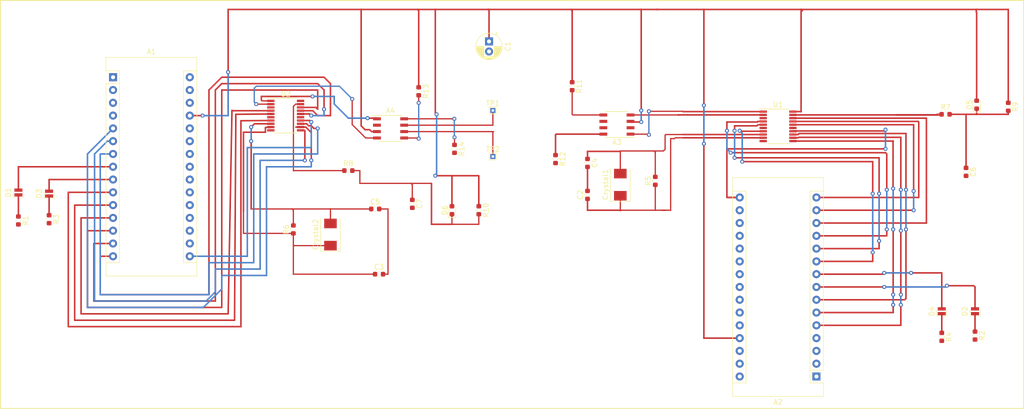
<source format=kicad_pcb>
(kicad_pcb (version 20171130) (host pcbnew "(5.0.0)")

  (general
    (thickness 1.6)
    (drawings 6)
    (tracks 451)
    (zones 0)
    (modules 37)
    (nets 84)
  )

  (page A4)
  (layers
    (0 F.Cu signal)
    (31 B.Cu signal)
    (32 B.Adhes user)
    (33 F.Adhes user)
    (34 B.Paste user)
    (35 F.Paste user)
    (36 B.SilkS user)
    (37 F.SilkS user)
    (38 B.Mask user)
    (39 F.Mask user)
    (40 Dwgs.User user)
    (41 Cmts.User user)
    (42 Eco1.User user)
    (43 Eco2.User user)
    (44 Edge.Cuts user)
    (45 Margin user)
    (46 B.CrtYd user)
    (47 F.CrtYd user)
    (48 B.Fab user)
    (49 F.Fab user)
  )

  (setup
    (last_trace_width 0.25)
    (user_trace_width 0.3048)
    (trace_clearance 0.2)
    (zone_clearance 0.508)
    (zone_45_only no)
    (trace_min 0.2)
    (segment_width 0.2)
    (edge_width 0.1)
    (via_size 0.8)
    (via_drill 0.4)
    (via_min_size 0.4)
    (via_min_drill 0.3)
    (uvia_size 0.3)
    (uvia_drill 0.1)
    (uvias_allowed no)
    (uvia_min_size 0.2)
    (uvia_min_drill 0.1)
    (pcb_text_width 0.3)
    (pcb_text_size 1.5 1.5)
    (mod_edge_width 0.15)
    (mod_text_size 1 1)
    (mod_text_width 0.15)
    (pad_size 1.5 1.5)
    (pad_drill 0.6)
    (pad_to_mask_clearance 0)
    (aux_axis_origin 0 0)
    (visible_elements 7FFFFFFF)
    (pcbplotparams
      (layerselection 0x010fc_ffffffff)
      (usegerberextensions false)
      (usegerberattributes false)
      (usegerberadvancedattributes false)
      (creategerberjobfile false)
      (excludeedgelayer true)
      (linewidth 0.100000)
      (plotframeref false)
      (viasonmask false)
      (mode 1)
      (useauxorigin false)
      (hpglpennumber 1)
      (hpglpenspeed 20)
      (hpglpendiameter 15.000000)
      (psnegative false)
      (psa4output false)
      (plotreference true)
      (plotvalue true)
      (plotinvisibletext false)
      (padsonsilk false)
      (subtractmaskfromsilk false)
      (outputformat 1)
      (mirror false)
      (drillshape 1)
      (scaleselection 1)
      (outputdirectory ""))
  )

  (net 0 "")
  (net 1 "Net-(A1-Pad1)")
  (net 2 "Net-(A1-Pad17)")
  (net 3 "Net-(A1-Pad2)")
  (net 4 GNDREF)
  (net 5 "Net-(A1-Pad3)")
  (net 6 "Net-(A1-Pad19)")
  (net 7 "Net-(A1-Pad20)")
  (net 8 INT0_2)
  (net 9 "Net-(A1-Pad21)")
  (net 10 INT1_2)
  (net 11 "Net-(A1-Pad22)")
  (net 12 INTMCP_2)
  (net 13 "Net-(A1-Pad23)")
  (net 14 "Net-(A1-Pad8)")
  (net 15 "Net-(A1-Pad24)")
  (net 16 "Net-(A1-Pad9)")
  (net 17 "Net-(A1-Pad25)")
  (net 18 TBUF0_2)
  (net 19 "Net-(A1-Pad26)")
  (net 20 TBUF1_2)
  (net 21 +5V)
  (net 22 TBUF2_2)
  (net 23 "Net-(A1-Pad28)")
  (net 24 SS_2)
  (net 25 MOSI_2)
  (net 26 VCC)
  (net 27 MISO_2)
  (net 28 SCK_2)
  (net 29 SCK)
  (net 30 MISO)
  (net 31 MOSI)
  (net 32 SS)
  (net 33 "Net-(A2-Pad28)")
  (net 34 TBUF2)
  (net 35 TBUF1)
  (net 36 "Net-(A2-Pad26)")
  (net 37 TBUF0)
  (net 38 "Net-(A2-Pad25)")
  (net 39 "Net-(A2-Pad9)")
  (net 40 "Net-(A2-Pad24)")
  (net 41 "Net-(A2-Pad8)")
  (net 42 "Net-(A2-Pad23)")
  (net 43 INTMCP)
  (net 44 "Net-(A2-Pad22)")
  (net 45 INT1)
  (net 46 "Net-(A2-Pad21)")
  (net 47 INT0)
  (net 48 "Net-(A2-Pad20)")
  (net 49 "Net-(A2-Pad19)")
  (net 50 "Net-(A2-Pad3)")
  (net 51 "Net-(A2-Pad2)")
  (net 52 "Net-(A2-Pad17)")
  (net 53 "Net-(A2-Pad1)")
  (net 54 CANTX)
  (net 55 CANRX)
  (net 56 "Net-(A3-Pad5)")
  (net 57 "Net-(A3-Pad6)")
  (net 58 "Net-(A3-Pad7)")
  (net 59 "Net-(A3-Pad8)")
  (net 60 "Net-(A4-Pad8)")
  (net 61 "Net-(A4-Pad7)")
  (net 62 "Net-(A4-Pad6)")
  (net 63 "Net-(A4-Pad5)")
  (net 64 CANRX_2)
  (net 65 CANTX_2)
  (net 66 OSC1)
  (net 67 OSC1_2)
  (net 68 OSC2)
  (net 69 OSC2_2)
  (net 70 "Net-(C6-Pad1)")
  (net 71 "Net-(C7-Pad1)")
  (net 72 "Net-(D1-Pad1)")
  (net 73 "Net-(D2-Pad1)")
  (net 74 "Net-(D3-Pad1)")
  (net 75 "Net-(D4-Pad1)")
  (net 76 "Net-(R7-Pad1)")
  (net 77 "Net-(R8-Pad1)")
  (net 78 "Net-(U1-Pad15)")
  (net 79 "Net-(U1-Pad6)")
  (net 80 "Net-(U1-Pad3)")
  (net 81 "Net-(U2-Pad3)")
  (net 82 "Net-(U2-Pad6)")
  (net 83 "Net-(U2-Pad15)")

  (net_class Default "This is the default net class."
    (clearance 0.2)
    (trace_width 0.25)
    (via_dia 0.8)
    (via_drill 0.4)
    (uvia_dia 0.3)
    (uvia_drill 0.1)
    (add_net +5V)
    (add_net CANRX)
    (add_net CANRX_2)
    (add_net CANTX)
    (add_net CANTX_2)
    (add_net GNDREF)
    (add_net INT0)
    (add_net INT0_2)
    (add_net INT1)
    (add_net INT1_2)
    (add_net INTMCP)
    (add_net INTMCP_2)
    (add_net MISO)
    (add_net MISO_2)
    (add_net MOSI)
    (add_net MOSI_2)
    (add_net "Net-(A1-Pad1)")
    (add_net "Net-(A1-Pad17)")
    (add_net "Net-(A1-Pad19)")
    (add_net "Net-(A1-Pad2)")
    (add_net "Net-(A1-Pad20)")
    (add_net "Net-(A1-Pad21)")
    (add_net "Net-(A1-Pad22)")
    (add_net "Net-(A1-Pad23)")
    (add_net "Net-(A1-Pad24)")
    (add_net "Net-(A1-Pad25)")
    (add_net "Net-(A1-Pad26)")
    (add_net "Net-(A1-Pad28)")
    (add_net "Net-(A1-Pad3)")
    (add_net "Net-(A1-Pad8)")
    (add_net "Net-(A1-Pad9)")
    (add_net "Net-(A2-Pad1)")
    (add_net "Net-(A2-Pad17)")
    (add_net "Net-(A2-Pad19)")
    (add_net "Net-(A2-Pad2)")
    (add_net "Net-(A2-Pad20)")
    (add_net "Net-(A2-Pad21)")
    (add_net "Net-(A2-Pad22)")
    (add_net "Net-(A2-Pad23)")
    (add_net "Net-(A2-Pad24)")
    (add_net "Net-(A2-Pad25)")
    (add_net "Net-(A2-Pad26)")
    (add_net "Net-(A2-Pad28)")
    (add_net "Net-(A2-Pad3)")
    (add_net "Net-(A2-Pad8)")
    (add_net "Net-(A2-Pad9)")
    (add_net "Net-(A3-Pad5)")
    (add_net "Net-(A3-Pad6)")
    (add_net "Net-(A3-Pad7)")
    (add_net "Net-(A3-Pad8)")
    (add_net "Net-(A4-Pad5)")
    (add_net "Net-(A4-Pad6)")
    (add_net "Net-(A4-Pad7)")
    (add_net "Net-(A4-Pad8)")
    (add_net "Net-(C6-Pad1)")
    (add_net "Net-(C7-Pad1)")
    (add_net "Net-(D1-Pad1)")
    (add_net "Net-(D2-Pad1)")
    (add_net "Net-(D3-Pad1)")
    (add_net "Net-(D4-Pad1)")
    (add_net "Net-(R7-Pad1)")
    (add_net "Net-(R8-Pad1)")
    (add_net "Net-(U1-Pad15)")
    (add_net "Net-(U1-Pad3)")
    (add_net "Net-(U1-Pad6)")
    (add_net "Net-(U2-Pad15)")
    (add_net "Net-(U2-Pad3)")
    (add_net "Net-(U2-Pad6)")
    (add_net OSC1)
    (add_net OSC1_2)
    (add_net OSC2)
    (add_net OSC2_2)
    (add_net SCK)
    (add_net SCK_2)
    (add_net SS)
    (add_net SS_2)
    (add_net TBUF0)
    (add_net TBUF0_2)
    (add_net TBUF1)
    (add_net TBUF1_2)
    (add_net TBUF2)
    (add_net TBUF2_2)
    (add_net VCC)
  )

  (module Resistor_SMD:R_0603_1608Metric (layer F.Cu) (tedit 5B301BBD) (tstamp 5BD7C541)
    (at 86.614 86.106 90)
    (descr "Resistor SMD 0603 (1608 Metric), square (rectangular) end terminal, IPC_7351 nominal, (Body size source: http://www.tortai-tech.com/upload/download/2011102023233369053.pdf), generated with kicad-footprint-generator")
    (tags resistor)
    (path /5BADB182)
    (attr smd)
    (fp_text reference R6 (at 0 -1.43 90) (layer F.SilkS)
      (effects (font (size 1 1) (thickness 0.15)))
    )
    (fp_text value 1M (at 0 1.43 90) (layer F.Fab)
      (effects (font (size 1 1) (thickness 0.15)))
    )
    (fp_line (start -0.8 0.4) (end -0.8 -0.4) (layer F.Fab) (width 0.1))
    (fp_line (start -0.8 -0.4) (end 0.8 -0.4) (layer F.Fab) (width 0.1))
    (fp_line (start 0.8 -0.4) (end 0.8 0.4) (layer F.Fab) (width 0.1))
    (fp_line (start 0.8 0.4) (end -0.8 0.4) (layer F.Fab) (width 0.1))
    (fp_line (start -0.162779 -0.51) (end 0.162779 -0.51) (layer F.SilkS) (width 0.12))
    (fp_line (start -0.162779 0.51) (end 0.162779 0.51) (layer F.SilkS) (width 0.12))
    (fp_line (start -1.48 0.73) (end -1.48 -0.73) (layer F.CrtYd) (width 0.05))
    (fp_line (start -1.48 -0.73) (end 1.48 -0.73) (layer F.CrtYd) (width 0.05))
    (fp_line (start 1.48 -0.73) (end 1.48 0.73) (layer F.CrtYd) (width 0.05))
    (fp_line (start 1.48 0.73) (end -1.48 0.73) (layer F.CrtYd) (width 0.05))
    (fp_text user %R (at 0 0 90) (layer F.Fab)
      (effects (font (size 0.4 0.4) (thickness 0.06)))
    )
    (pad 1 smd roundrect (at -0.7875 0 90) (size 0.875 0.95) (layers F.Cu F.Paste F.Mask) (roundrect_rratio 0.25)
      (net 67 OSC1_2))
    (pad 2 smd roundrect (at 0.7875 0 90) (size 0.875 0.95) (layers F.Cu F.Paste F.Mask) (roundrect_rratio 0.25)
      (net 69 OSC2_2))
    (model ${KISYS3DMOD}/Resistor_SMD.3dshapes/R_0603_1608Metric.wrl
      (at (xyz 0 0 0))
      (scale (xyz 1 1 1))
      (rotate (xyz 0 0 0))
    )
  )

  (module Module:Arduino_Nano (layer F.Cu) (tedit 58ACAF70) (tstamp 5BD7C2BB)
    (at 50.8 55.88)
    (descr "Arduino Nano, http://www.mouser.com/pdfdocs/Gravitech_Arduino_Nano3_0.pdf")
    (tags "Arduino Nano")
    (path /5BAD85D3)
    (fp_text reference A1 (at 7.62 -5.08) (layer F.SilkS)
      (effects (font (size 1 1) (thickness 0.15)))
    )
    (fp_text value Arduino_Nano_v3.x (at 8.89 19.05 90) (layer F.Fab)
      (effects (font (size 1 1) (thickness 0.15)))
    )
    (fp_text user %R (at 6.35 19.05 90) (layer F.Fab)
      (effects (font (size 1 1) (thickness 0.15)))
    )
    (fp_line (start 1.27 1.27) (end 1.27 -1.27) (layer F.SilkS) (width 0.12))
    (fp_line (start 1.27 -1.27) (end -1.4 -1.27) (layer F.SilkS) (width 0.12))
    (fp_line (start -1.4 1.27) (end -1.4 39.5) (layer F.SilkS) (width 0.12))
    (fp_line (start -1.4 -3.94) (end -1.4 -1.27) (layer F.SilkS) (width 0.12))
    (fp_line (start 13.97 -1.27) (end 16.64 -1.27) (layer F.SilkS) (width 0.12))
    (fp_line (start 13.97 -1.27) (end 13.97 36.83) (layer F.SilkS) (width 0.12))
    (fp_line (start 13.97 36.83) (end 16.64 36.83) (layer F.SilkS) (width 0.12))
    (fp_line (start 1.27 1.27) (end -1.4 1.27) (layer F.SilkS) (width 0.12))
    (fp_line (start 1.27 1.27) (end 1.27 36.83) (layer F.SilkS) (width 0.12))
    (fp_line (start 1.27 36.83) (end -1.4 36.83) (layer F.SilkS) (width 0.12))
    (fp_line (start 3.81 31.75) (end 11.43 31.75) (layer F.Fab) (width 0.1))
    (fp_line (start 11.43 31.75) (end 11.43 41.91) (layer F.Fab) (width 0.1))
    (fp_line (start 11.43 41.91) (end 3.81 41.91) (layer F.Fab) (width 0.1))
    (fp_line (start 3.81 41.91) (end 3.81 31.75) (layer F.Fab) (width 0.1))
    (fp_line (start -1.4 39.5) (end 16.64 39.5) (layer F.SilkS) (width 0.12))
    (fp_line (start 16.64 39.5) (end 16.64 -3.94) (layer F.SilkS) (width 0.12))
    (fp_line (start 16.64 -3.94) (end -1.4 -3.94) (layer F.SilkS) (width 0.12))
    (fp_line (start 16.51 39.37) (end -1.27 39.37) (layer F.Fab) (width 0.1))
    (fp_line (start -1.27 39.37) (end -1.27 -2.54) (layer F.Fab) (width 0.1))
    (fp_line (start -1.27 -2.54) (end 0 -3.81) (layer F.Fab) (width 0.1))
    (fp_line (start 0 -3.81) (end 16.51 -3.81) (layer F.Fab) (width 0.1))
    (fp_line (start 16.51 -3.81) (end 16.51 39.37) (layer F.Fab) (width 0.1))
    (fp_line (start -1.53 -4.06) (end 16.75 -4.06) (layer F.CrtYd) (width 0.05))
    (fp_line (start -1.53 -4.06) (end -1.53 42.16) (layer F.CrtYd) (width 0.05))
    (fp_line (start 16.75 42.16) (end 16.75 -4.06) (layer F.CrtYd) (width 0.05))
    (fp_line (start 16.75 42.16) (end -1.53 42.16) (layer F.CrtYd) (width 0.05))
    (pad 1 thru_hole rect (at 0 0) (size 1.6 1.6) (drill 0.8) (layers *.Cu *.Mask)
      (net 1 "Net-(A1-Pad1)"))
    (pad 17 thru_hole oval (at 15.24 33.02) (size 1.6 1.6) (drill 0.8) (layers *.Cu *.Mask)
      (net 2 "Net-(A1-Pad17)"))
    (pad 2 thru_hole oval (at 0 2.54) (size 1.6 1.6) (drill 0.8) (layers *.Cu *.Mask)
      (net 3 "Net-(A1-Pad2)"))
    (pad 18 thru_hole oval (at 15.24 30.48) (size 1.6 1.6) (drill 0.8) (layers *.Cu *.Mask)
      (net 4 GNDREF))
    (pad 3 thru_hole oval (at 0 5.08) (size 1.6 1.6) (drill 0.8) (layers *.Cu *.Mask)
      (net 5 "Net-(A1-Pad3)"))
    (pad 19 thru_hole oval (at 15.24 27.94) (size 1.6 1.6) (drill 0.8) (layers *.Cu *.Mask)
      (net 6 "Net-(A1-Pad19)"))
    (pad 4 thru_hole oval (at 0 7.62) (size 1.6 1.6) (drill 0.8) (layers *.Cu *.Mask)
      (net 4 GNDREF))
    (pad 20 thru_hole oval (at 15.24 25.4) (size 1.6 1.6) (drill 0.8) (layers *.Cu *.Mask)
      (net 7 "Net-(A1-Pad20)"))
    (pad 5 thru_hole oval (at 0 10.16) (size 1.6 1.6) (drill 0.8) (layers *.Cu *.Mask)
      (net 8 INT0_2))
    (pad 21 thru_hole oval (at 15.24 22.86) (size 1.6 1.6) (drill 0.8) (layers *.Cu *.Mask)
      (net 9 "Net-(A1-Pad21)"))
    (pad 6 thru_hole oval (at 0 12.7) (size 1.6 1.6) (drill 0.8) (layers *.Cu *.Mask)
      (net 10 INT1_2))
    (pad 22 thru_hole oval (at 15.24 20.32) (size 1.6 1.6) (drill 0.8) (layers *.Cu *.Mask)
      (net 11 "Net-(A1-Pad22)"))
    (pad 7 thru_hole oval (at 0 15.24) (size 1.6 1.6) (drill 0.8) (layers *.Cu *.Mask)
      (net 12 INTMCP_2))
    (pad 23 thru_hole oval (at 15.24 17.78) (size 1.6 1.6) (drill 0.8) (layers *.Cu *.Mask)
      (net 13 "Net-(A1-Pad23)"))
    (pad 8 thru_hole oval (at 0 17.78) (size 1.6 1.6) (drill 0.8) (layers *.Cu *.Mask)
      (net 14 "Net-(A1-Pad8)"))
    (pad 24 thru_hole oval (at 15.24 15.24) (size 1.6 1.6) (drill 0.8) (layers *.Cu *.Mask)
      (net 15 "Net-(A1-Pad24)"))
    (pad 9 thru_hole oval (at 0 20.32) (size 1.6 1.6) (drill 0.8) (layers *.Cu *.Mask)
      (net 16 "Net-(A1-Pad9)"))
    (pad 25 thru_hole oval (at 15.24 12.7) (size 1.6 1.6) (drill 0.8) (layers *.Cu *.Mask)
      (net 17 "Net-(A1-Pad25)"))
    (pad 10 thru_hole oval (at 0 22.86) (size 1.6 1.6) (drill 0.8) (layers *.Cu *.Mask)
      (net 18 TBUF0_2))
    (pad 26 thru_hole oval (at 15.24 10.16) (size 1.6 1.6) (drill 0.8) (layers *.Cu *.Mask)
      (net 19 "Net-(A1-Pad26)"))
    (pad 11 thru_hole oval (at 0 25.4) (size 1.6 1.6) (drill 0.8) (layers *.Cu *.Mask)
      (net 20 TBUF1_2))
    (pad 27 thru_hole oval (at 15.24 7.62) (size 1.6 1.6) (drill 0.8) (layers *.Cu *.Mask)
      (net 21 +5V))
    (pad 12 thru_hole oval (at 0 27.94) (size 1.6 1.6) (drill 0.8) (layers *.Cu *.Mask)
      (net 22 TBUF2_2))
    (pad 28 thru_hole oval (at 15.24 5.08) (size 1.6 1.6) (drill 0.8) (layers *.Cu *.Mask)
      (net 23 "Net-(A1-Pad28)"))
    (pad 13 thru_hole oval (at 0 30.48) (size 1.6 1.6) (drill 0.8) (layers *.Cu *.Mask)
      (net 24 SS_2))
    (pad 29 thru_hole oval (at 15.24 2.54) (size 1.6 1.6) (drill 0.8) (layers *.Cu *.Mask)
      (net 4 GNDREF))
    (pad 14 thru_hole oval (at 0 33.02) (size 1.6 1.6) (drill 0.8) (layers *.Cu *.Mask)
      (net 25 MOSI_2))
    (pad 30 thru_hole oval (at 15.24 0) (size 1.6 1.6) (drill 0.8) (layers *.Cu *.Mask)
      (net 26 VCC))
    (pad 15 thru_hole oval (at 0 35.56) (size 1.6 1.6) (drill 0.8) (layers *.Cu *.Mask)
      (net 27 MISO_2))
    (pad 16 thru_hole oval (at 15.24 35.56) (size 1.6 1.6) (drill 0.8) (layers *.Cu *.Mask)
      (net 28 SCK_2))
    (model ${KISYS3DMOD}/Module.3dshapes/Arduino_Nano_WithMountingHoles.wrl
      (at (xyz 0 0 0))
      (scale (xyz 1 1 1))
      (rotate (xyz 0 0 0))
    )
  )

  (module Module:Arduino_Nano (layer F.Cu) (tedit 58ACAF70) (tstamp 5BCD15D9)
    (at 190.5 115.316 180)
    (descr "Arduino Nano, http://www.mouser.com/pdfdocs/Gravitech_Arduino_Nano3_0.pdf")
    (tags "Arduino Nano")
    (path /5B873A4D)
    (fp_text reference A2 (at 7.62 -5.08 180) (layer F.SilkS)
      (effects (font (size 1 1) (thickness 0.15)))
    )
    (fp_text value Arduino_Nano_v3.x (at 8.89 19.05 270) (layer F.Fab)
      (effects (font (size 1 1) (thickness 0.15)))
    )
    (fp_line (start 16.75 42.16) (end -1.53 42.16) (layer F.CrtYd) (width 0.05))
    (fp_line (start 16.75 42.16) (end 16.75 -4.06) (layer F.CrtYd) (width 0.05))
    (fp_line (start -1.53 -4.06) (end -1.53 42.16) (layer F.CrtYd) (width 0.05))
    (fp_line (start -1.53 -4.06) (end 16.75 -4.06) (layer F.CrtYd) (width 0.05))
    (fp_line (start 16.51 -3.81) (end 16.51 39.37) (layer F.Fab) (width 0.1))
    (fp_line (start 0 -3.81) (end 16.51 -3.81) (layer F.Fab) (width 0.1))
    (fp_line (start -1.27 -2.54) (end 0 -3.81) (layer F.Fab) (width 0.1))
    (fp_line (start -1.27 39.37) (end -1.27 -2.54) (layer F.Fab) (width 0.1))
    (fp_line (start 16.51 39.37) (end -1.27 39.37) (layer F.Fab) (width 0.1))
    (fp_line (start 16.64 -3.94) (end -1.4 -3.94) (layer F.SilkS) (width 0.12))
    (fp_line (start 16.64 39.5) (end 16.64 -3.94) (layer F.SilkS) (width 0.12))
    (fp_line (start -1.4 39.5) (end 16.64 39.5) (layer F.SilkS) (width 0.12))
    (fp_line (start 3.81 41.91) (end 3.81 31.75) (layer F.Fab) (width 0.1))
    (fp_line (start 11.43 41.91) (end 3.81 41.91) (layer F.Fab) (width 0.1))
    (fp_line (start 11.43 31.75) (end 11.43 41.91) (layer F.Fab) (width 0.1))
    (fp_line (start 3.81 31.75) (end 11.43 31.75) (layer F.Fab) (width 0.1))
    (fp_line (start 1.27 36.83) (end -1.4 36.83) (layer F.SilkS) (width 0.12))
    (fp_line (start 1.27 1.27) (end 1.27 36.83) (layer F.SilkS) (width 0.12))
    (fp_line (start 1.27 1.27) (end -1.4 1.27) (layer F.SilkS) (width 0.12))
    (fp_line (start 13.97 36.83) (end 16.64 36.83) (layer F.SilkS) (width 0.12))
    (fp_line (start 13.97 -1.27) (end 13.97 36.83) (layer F.SilkS) (width 0.12))
    (fp_line (start 13.97 -1.27) (end 16.64 -1.27) (layer F.SilkS) (width 0.12))
    (fp_line (start -1.4 -3.94) (end -1.4 -1.27) (layer F.SilkS) (width 0.12))
    (fp_line (start -1.4 1.27) (end -1.4 39.5) (layer F.SilkS) (width 0.12))
    (fp_line (start 1.27 -1.27) (end -1.4 -1.27) (layer F.SilkS) (width 0.12))
    (fp_line (start 1.27 1.27) (end 1.27 -1.27) (layer F.SilkS) (width 0.12))
    (fp_text user %R (at 6.35 19.05 270) (layer F.Fab)
      (effects (font (size 1 1) (thickness 0.15)))
    )
    (pad 16 thru_hole oval (at 15.24 35.56 180) (size 1.6 1.6) (drill 0.8) (layers *.Cu *.Mask)
      (net 29 SCK))
    (pad 15 thru_hole oval (at 0 35.56 180) (size 1.6 1.6) (drill 0.8) (layers *.Cu *.Mask)
      (net 30 MISO))
    (pad 30 thru_hole oval (at 15.24 0 180) (size 1.6 1.6) (drill 0.8) (layers *.Cu *.Mask)
      (net 26 VCC))
    (pad 14 thru_hole oval (at 0 33.02 180) (size 1.6 1.6) (drill 0.8) (layers *.Cu *.Mask)
      (net 31 MOSI))
    (pad 29 thru_hole oval (at 15.24 2.54 180) (size 1.6 1.6) (drill 0.8) (layers *.Cu *.Mask)
      (net 4 GNDREF))
    (pad 13 thru_hole oval (at 0 30.48 180) (size 1.6 1.6) (drill 0.8) (layers *.Cu *.Mask)
      (net 32 SS))
    (pad 28 thru_hole oval (at 15.24 5.08 180) (size 1.6 1.6) (drill 0.8) (layers *.Cu *.Mask)
      (net 33 "Net-(A2-Pad28)"))
    (pad 12 thru_hole oval (at 0 27.94 180) (size 1.6 1.6) (drill 0.8) (layers *.Cu *.Mask)
      (net 34 TBUF2))
    (pad 27 thru_hole oval (at 15.24 7.62 180) (size 1.6 1.6) (drill 0.8) (layers *.Cu *.Mask)
      (net 21 +5V))
    (pad 11 thru_hole oval (at 0 25.4 180) (size 1.6 1.6) (drill 0.8) (layers *.Cu *.Mask)
      (net 35 TBUF1))
    (pad 26 thru_hole oval (at 15.24 10.16 180) (size 1.6 1.6) (drill 0.8) (layers *.Cu *.Mask)
      (net 36 "Net-(A2-Pad26)"))
    (pad 10 thru_hole oval (at 0 22.86 180) (size 1.6 1.6) (drill 0.8) (layers *.Cu *.Mask)
      (net 37 TBUF0))
    (pad 25 thru_hole oval (at 15.24 12.7 180) (size 1.6 1.6) (drill 0.8) (layers *.Cu *.Mask)
      (net 38 "Net-(A2-Pad25)"))
    (pad 9 thru_hole oval (at 0 20.32 180) (size 1.6 1.6) (drill 0.8) (layers *.Cu *.Mask)
      (net 39 "Net-(A2-Pad9)"))
    (pad 24 thru_hole oval (at 15.24 15.24 180) (size 1.6 1.6) (drill 0.8) (layers *.Cu *.Mask)
      (net 40 "Net-(A2-Pad24)"))
    (pad 8 thru_hole oval (at 0 17.78 180) (size 1.6 1.6) (drill 0.8) (layers *.Cu *.Mask)
      (net 41 "Net-(A2-Pad8)"))
    (pad 23 thru_hole oval (at 15.24 17.78 180) (size 1.6 1.6) (drill 0.8) (layers *.Cu *.Mask)
      (net 42 "Net-(A2-Pad23)"))
    (pad 7 thru_hole oval (at 0 15.24 180) (size 1.6 1.6) (drill 0.8) (layers *.Cu *.Mask)
      (net 43 INTMCP))
    (pad 22 thru_hole oval (at 15.24 20.32 180) (size 1.6 1.6) (drill 0.8) (layers *.Cu *.Mask)
      (net 44 "Net-(A2-Pad22)"))
    (pad 6 thru_hole oval (at 0 12.7 180) (size 1.6 1.6) (drill 0.8) (layers *.Cu *.Mask)
      (net 45 INT1))
    (pad 21 thru_hole oval (at 15.24 22.86 180) (size 1.6 1.6) (drill 0.8) (layers *.Cu *.Mask)
      (net 46 "Net-(A2-Pad21)"))
    (pad 5 thru_hole oval (at 0 10.16 180) (size 1.6 1.6) (drill 0.8) (layers *.Cu *.Mask)
      (net 47 INT0))
    (pad 20 thru_hole oval (at 15.24 25.4 180) (size 1.6 1.6) (drill 0.8) (layers *.Cu *.Mask)
      (net 48 "Net-(A2-Pad20)"))
    (pad 4 thru_hole oval (at 0 7.62 180) (size 1.6 1.6) (drill 0.8) (layers *.Cu *.Mask)
      (net 4 GNDREF))
    (pad 19 thru_hole oval (at 15.24 27.94 180) (size 1.6 1.6) (drill 0.8) (layers *.Cu *.Mask)
      (net 49 "Net-(A2-Pad19)"))
    (pad 3 thru_hole oval (at 0 5.08 180) (size 1.6 1.6) (drill 0.8) (layers *.Cu *.Mask)
      (net 50 "Net-(A2-Pad3)"))
    (pad 18 thru_hole oval (at 15.24 30.48 180) (size 1.6 1.6) (drill 0.8) (layers *.Cu *.Mask)
      (net 4 GNDREF))
    (pad 2 thru_hole oval (at 0 2.54 180) (size 1.6 1.6) (drill 0.8) (layers *.Cu *.Mask)
      (net 51 "Net-(A2-Pad2)"))
    (pad 17 thru_hole oval (at 15.24 33.02 180) (size 1.6 1.6) (drill 0.8) (layers *.Cu *.Mask)
      (net 52 "Net-(A2-Pad17)"))
    (pad 1 thru_hole rect (at 0 0 180) (size 1.6 1.6) (drill 0.8) (layers *.Cu *.Mask)
      (net 53 "Net-(A2-Pad1)"))
    (model ${KISYS3DMOD}/Module.3dshapes/Arduino_Nano_WithMountingHoles.wrl
      (at (xyz 0 0 0))
      (scale (xyz 1 1 1))
      (rotate (xyz 0 0 0))
    )
  )

  (module Package_SO:SOIC-8_3.9x4.9mm_P1.27mm (layer F.Cu) (tedit 5A02F2D3) (tstamp 5BD7C315)
    (at 150.876 65.278 180)
    (descr "8-Lead Plastic Small Outline (SN) - Narrow, 3.90 mm Body [SOIC] (see Microchip Packaging Specification 00000049BS.pdf)")
    (tags "SOIC 1.27")
    (path /5B8765BA)
    (attr smd)
    (fp_text reference A3 (at 0 -3.5 180) (layer F.SilkS)
      (effects (font (size 1 1) (thickness 0.15)))
    )
    (fp_text value ATA6560 (at 0 3.5 180) (layer F.Fab)
      (effects (font (size 1 1) (thickness 0.15)))
    )
    (fp_text user %R (at 0 0 180) (layer F.Fab)
      (effects (font (size 1 1) (thickness 0.15)))
    )
    (fp_line (start -0.95 -2.45) (end 1.95 -2.45) (layer F.Fab) (width 0.1))
    (fp_line (start 1.95 -2.45) (end 1.95 2.45) (layer F.Fab) (width 0.1))
    (fp_line (start 1.95 2.45) (end -1.95 2.45) (layer F.Fab) (width 0.1))
    (fp_line (start -1.95 2.45) (end -1.95 -1.45) (layer F.Fab) (width 0.1))
    (fp_line (start -1.95 -1.45) (end -0.95 -2.45) (layer F.Fab) (width 0.1))
    (fp_line (start -3.73 -2.7) (end -3.73 2.7) (layer F.CrtYd) (width 0.05))
    (fp_line (start 3.73 -2.7) (end 3.73 2.7) (layer F.CrtYd) (width 0.05))
    (fp_line (start -3.73 -2.7) (end 3.73 -2.7) (layer F.CrtYd) (width 0.05))
    (fp_line (start -3.73 2.7) (end 3.73 2.7) (layer F.CrtYd) (width 0.05))
    (fp_line (start -2.075 -2.575) (end -2.075 -2.525) (layer F.SilkS) (width 0.15))
    (fp_line (start 2.075 -2.575) (end 2.075 -2.43) (layer F.SilkS) (width 0.15))
    (fp_line (start 2.075 2.575) (end 2.075 2.43) (layer F.SilkS) (width 0.15))
    (fp_line (start -2.075 2.575) (end -2.075 2.43) (layer F.SilkS) (width 0.15))
    (fp_line (start -2.075 -2.575) (end 2.075 -2.575) (layer F.SilkS) (width 0.15))
    (fp_line (start -2.075 2.575) (end 2.075 2.575) (layer F.SilkS) (width 0.15))
    (fp_line (start -2.075 -2.525) (end -3.475 -2.525) (layer F.SilkS) (width 0.15))
    (pad 1 smd rect (at -2.7 -1.905 180) (size 1.55 0.6) (layers F.Cu F.Paste F.Mask)
      (net 54 CANTX))
    (pad 2 smd rect (at -2.7 -0.635 180) (size 1.55 0.6) (layers F.Cu F.Paste F.Mask)
      (net 4 GNDREF))
    (pad 3 smd rect (at -2.7 0.635 180) (size 1.55 0.6) (layers F.Cu F.Paste F.Mask)
      (net 21 +5V))
    (pad 4 smd rect (at -2.7 1.905 180) (size 1.55 0.6) (layers F.Cu F.Paste F.Mask)
      (net 55 CANRX))
    (pad 5 smd rect (at 2.7 1.905 180) (size 1.55 0.6) (layers F.Cu F.Paste F.Mask)
      (net 56 "Net-(A3-Pad5)"))
    (pad 6 smd rect (at 2.7 0.635 180) (size 1.55 0.6) (layers F.Cu F.Paste F.Mask)
      (net 57 "Net-(A3-Pad6)"))
    (pad 7 smd rect (at 2.7 -0.635 180) (size 1.55 0.6) (layers F.Cu F.Paste F.Mask)
      (net 58 "Net-(A3-Pad7)"))
    (pad 8 smd rect (at 2.7 -1.905 180) (size 1.55 0.6) (layers F.Cu F.Paste F.Mask)
      (net 59 "Net-(A3-Pad8)"))
    (model ${KISYS3DMOD}/Package_SO.3dshapes/SOIC-8_3.9x4.9mm_P1.27mm.wrl
      (at (xyz 0 0 0))
      (scale (xyz 1 1 1))
      (rotate (xyz 0 0 0))
    )
  )

  (module Package_SO:SOIC-8_3.9x4.9mm_P1.27mm (layer F.Cu) (tedit 5A02F2D3) (tstamp 5BD7C332)
    (at 105.918 66.04)
    (descr "8-Lead Plastic Small Outline (SN) - Narrow, 3.90 mm Body [SOIC] (see Microchip Packaging Specification 00000049BS.pdf)")
    (tags "SOIC 1.27")
    (path /5BADD621)
    (attr smd)
    (fp_text reference A4 (at 0 -3.5) (layer F.SilkS)
      (effects (font (size 1 1) (thickness 0.15)))
    )
    (fp_text value ATA6560 (at 0 3.5) (layer F.Fab)
      (effects (font (size 1 1) (thickness 0.15)))
    )
    (fp_line (start -2.075 -2.525) (end -3.475 -2.525) (layer F.SilkS) (width 0.15))
    (fp_line (start -2.075 2.575) (end 2.075 2.575) (layer F.SilkS) (width 0.15))
    (fp_line (start -2.075 -2.575) (end 2.075 -2.575) (layer F.SilkS) (width 0.15))
    (fp_line (start -2.075 2.575) (end -2.075 2.43) (layer F.SilkS) (width 0.15))
    (fp_line (start 2.075 2.575) (end 2.075 2.43) (layer F.SilkS) (width 0.15))
    (fp_line (start 2.075 -2.575) (end 2.075 -2.43) (layer F.SilkS) (width 0.15))
    (fp_line (start -2.075 -2.575) (end -2.075 -2.525) (layer F.SilkS) (width 0.15))
    (fp_line (start -3.73 2.7) (end 3.73 2.7) (layer F.CrtYd) (width 0.05))
    (fp_line (start -3.73 -2.7) (end 3.73 -2.7) (layer F.CrtYd) (width 0.05))
    (fp_line (start 3.73 -2.7) (end 3.73 2.7) (layer F.CrtYd) (width 0.05))
    (fp_line (start -3.73 -2.7) (end -3.73 2.7) (layer F.CrtYd) (width 0.05))
    (fp_line (start -1.95 -1.45) (end -0.95 -2.45) (layer F.Fab) (width 0.1))
    (fp_line (start -1.95 2.45) (end -1.95 -1.45) (layer F.Fab) (width 0.1))
    (fp_line (start 1.95 2.45) (end -1.95 2.45) (layer F.Fab) (width 0.1))
    (fp_line (start 1.95 -2.45) (end 1.95 2.45) (layer F.Fab) (width 0.1))
    (fp_line (start -0.95 -2.45) (end 1.95 -2.45) (layer F.Fab) (width 0.1))
    (fp_text user %R (at 0 0) (layer F.Fab)
      (effects (font (size 1 1) (thickness 0.15)))
    )
    (pad 8 smd rect (at 2.7 -1.905) (size 1.55 0.6) (layers F.Cu F.Paste F.Mask)
      (net 60 "Net-(A4-Pad8)"))
    (pad 7 smd rect (at 2.7 -0.635) (size 1.55 0.6) (layers F.Cu F.Paste F.Mask)
      (net 61 "Net-(A4-Pad7)"))
    (pad 6 smd rect (at 2.7 0.635) (size 1.55 0.6) (layers F.Cu F.Paste F.Mask)
      (net 62 "Net-(A4-Pad6)"))
    (pad 5 smd rect (at 2.7 1.905) (size 1.55 0.6) (layers F.Cu F.Paste F.Mask)
      (net 63 "Net-(A4-Pad5)"))
    (pad 4 smd rect (at -2.7 1.905) (size 1.55 0.6) (layers F.Cu F.Paste F.Mask)
      (net 64 CANRX_2))
    (pad 3 smd rect (at -2.7 0.635) (size 1.55 0.6) (layers F.Cu F.Paste F.Mask)
      (net 21 +5V))
    (pad 2 smd rect (at -2.7 -0.635) (size 1.55 0.6) (layers F.Cu F.Paste F.Mask)
      (net 4 GNDREF))
    (pad 1 smd rect (at -2.7 -1.905) (size 1.55 0.6) (layers F.Cu F.Paste F.Mask)
      (net 65 CANTX_2))
    (model ${KISYS3DMOD}/Package_SO.3dshapes/SOIC-8_3.9x4.9mm_P1.27mm.wrl
      (at (xyz 0 0 0))
      (scale (xyz 1 1 1))
      (rotate (xyz 0 0 0))
    )
  )

  (module Capacitor_THT:CP_Radial_D5.0mm_P2.00mm (layer F.Cu) (tedit 5AE50EF0) (tstamp 5BD7C3B5)
    (at 125.476 48.768 270)
    (descr "CP, Radial series, Radial, pin pitch=2.00mm, , diameter=5mm, Electrolytic Capacitor")
    (tags "CP Radial series Radial pin pitch 2.00mm  diameter 5mm Electrolytic Capacitor")
    (path /5B873D56)
    (fp_text reference C1 (at 1 -3.75 270) (layer F.SilkS)
      (effects (font (size 1 1) (thickness 0.15)))
    )
    (fp_text value 100uF (at 1 3.75 270) (layer F.Fab)
      (effects (font (size 1 1) (thickness 0.15)))
    )
    (fp_circle (center 1 0) (end 3.5 0) (layer F.Fab) (width 0.1))
    (fp_circle (center 1 0) (end 3.62 0) (layer F.SilkS) (width 0.12))
    (fp_circle (center 1 0) (end 3.75 0) (layer F.CrtYd) (width 0.05))
    (fp_line (start -1.133605 -1.0875) (end -0.633605 -1.0875) (layer F.Fab) (width 0.1))
    (fp_line (start -0.883605 -1.3375) (end -0.883605 -0.8375) (layer F.Fab) (width 0.1))
    (fp_line (start 1 1.04) (end 1 2.58) (layer F.SilkS) (width 0.12))
    (fp_line (start 1 -2.58) (end 1 -1.04) (layer F.SilkS) (width 0.12))
    (fp_line (start 1.04 1.04) (end 1.04 2.58) (layer F.SilkS) (width 0.12))
    (fp_line (start 1.04 -2.58) (end 1.04 -1.04) (layer F.SilkS) (width 0.12))
    (fp_line (start 1.08 -2.579) (end 1.08 -1.04) (layer F.SilkS) (width 0.12))
    (fp_line (start 1.08 1.04) (end 1.08 2.579) (layer F.SilkS) (width 0.12))
    (fp_line (start 1.12 -2.578) (end 1.12 -1.04) (layer F.SilkS) (width 0.12))
    (fp_line (start 1.12 1.04) (end 1.12 2.578) (layer F.SilkS) (width 0.12))
    (fp_line (start 1.16 -2.576) (end 1.16 -1.04) (layer F.SilkS) (width 0.12))
    (fp_line (start 1.16 1.04) (end 1.16 2.576) (layer F.SilkS) (width 0.12))
    (fp_line (start 1.2 -2.573) (end 1.2 -1.04) (layer F.SilkS) (width 0.12))
    (fp_line (start 1.2 1.04) (end 1.2 2.573) (layer F.SilkS) (width 0.12))
    (fp_line (start 1.24 -2.569) (end 1.24 -1.04) (layer F.SilkS) (width 0.12))
    (fp_line (start 1.24 1.04) (end 1.24 2.569) (layer F.SilkS) (width 0.12))
    (fp_line (start 1.28 -2.565) (end 1.28 -1.04) (layer F.SilkS) (width 0.12))
    (fp_line (start 1.28 1.04) (end 1.28 2.565) (layer F.SilkS) (width 0.12))
    (fp_line (start 1.32 -2.561) (end 1.32 -1.04) (layer F.SilkS) (width 0.12))
    (fp_line (start 1.32 1.04) (end 1.32 2.561) (layer F.SilkS) (width 0.12))
    (fp_line (start 1.36 -2.556) (end 1.36 -1.04) (layer F.SilkS) (width 0.12))
    (fp_line (start 1.36 1.04) (end 1.36 2.556) (layer F.SilkS) (width 0.12))
    (fp_line (start 1.4 -2.55) (end 1.4 -1.04) (layer F.SilkS) (width 0.12))
    (fp_line (start 1.4 1.04) (end 1.4 2.55) (layer F.SilkS) (width 0.12))
    (fp_line (start 1.44 -2.543) (end 1.44 -1.04) (layer F.SilkS) (width 0.12))
    (fp_line (start 1.44 1.04) (end 1.44 2.543) (layer F.SilkS) (width 0.12))
    (fp_line (start 1.48 -2.536) (end 1.48 -1.04) (layer F.SilkS) (width 0.12))
    (fp_line (start 1.48 1.04) (end 1.48 2.536) (layer F.SilkS) (width 0.12))
    (fp_line (start 1.52 -2.528) (end 1.52 -1.04) (layer F.SilkS) (width 0.12))
    (fp_line (start 1.52 1.04) (end 1.52 2.528) (layer F.SilkS) (width 0.12))
    (fp_line (start 1.56 -2.52) (end 1.56 -1.04) (layer F.SilkS) (width 0.12))
    (fp_line (start 1.56 1.04) (end 1.56 2.52) (layer F.SilkS) (width 0.12))
    (fp_line (start 1.6 -2.511) (end 1.6 -1.04) (layer F.SilkS) (width 0.12))
    (fp_line (start 1.6 1.04) (end 1.6 2.511) (layer F.SilkS) (width 0.12))
    (fp_line (start 1.64 -2.501) (end 1.64 -1.04) (layer F.SilkS) (width 0.12))
    (fp_line (start 1.64 1.04) (end 1.64 2.501) (layer F.SilkS) (width 0.12))
    (fp_line (start 1.68 -2.491) (end 1.68 -1.04) (layer F.SilkS) (width 0.12))
    (fp_line (start 1.68 1.04) (end 1.68 2.491) (layer F.SilkS) (width 0.12))
    (fp_line (start 1.721 -2.48) (end 1.721 -1.04) (layer F.SilkS) (width 0.12))
    (fp_line (start 1.721 1.04) (end 1.721 2.48) (layer F.SilkS) (width 0.12))
    (fp_line (start 1.761 -2.468) (end 1.761 -1.04) (layer F.SilkS) (width 0.12))
    (fp_line (start 1.761 1.04) (end 1.761 2.468) (layer F.SilkS) (width 0.12))
    (fp_line (start 1.801 -2.455) (end 1.801 -1.04) (layer F.SilkS) (width 0.12))
    (fp_line (start 1.801 1.04) (end 1.801 2.455) (layer F.SilkS) (width 0.12))
    (fp_line (start 1.841 -2.442) (end 1.841 -1.04) (layer F.SilkS) (width 0.12))
    (fp_line (start 1.841 1.04) (end 1.841 2.442) (layer F.SilkS) (width 0.12))
    (fp_line (start 1.881 -2.428) (end 1.881 -1.04) (layer F.SilkS) (width 0.12))
    (fp_line (start 1.881 1.04) (end 1.881 2.428) (layer F.SilkS) (width 0.12))
    (fp_line (start 1.921 -2.414) (end 1.921 -1.04) (layer F.SilkS) (width 0.12))
    (fp_line (start 1.921 1.04) (end 1.921 2.414) (layer F.SilkS) (width 0.12))
    (fp_line (start 1.961 -2.398) (end 1.961 -1.04) (layer F.SilkS) (width 0.12))
    (fp_line (start 1.961 1.04) (end 1.961 2.398) (layer F.SilkS) (width 0.12))
    (fp_line (start 2.001 -2.382) (end 2.001 -1.04) (layer F.SilkS) (width 0.12))
    (fp_line (start 2.001 1.04) (end 2.001 2.382) (layer F.SilkS) (width 0.12))
    (fp_line (start 2.041 -2.365) (end 2.041 -1.04) (layer F.SilkS) (width 0.12))
    (fp_line (start 2.041 1.04) (end 2.041 2.365) (layer F.SilkS) (width 0.12))
    (fp_line (start 2.081 -2.348) (end 2.081 -1.04) (layer F.SilkS) (width 0.12))
    (fp_line (start 2.081 1.04) (end 2.081 2.348) (layer F.SilkS) (width 0.12))
    (fp_line (start 2.121 -2.329) (end 2.121 -1.04) (layer F.SilkS) (width 0.12))
    (fp_line (start 2.121 1.04) (end 2.121 2.329) (layer F.SilkS) (width 0.12))
    (fp_line (start 2.161 -2.31) (end 2.161 -1.04) (layer F.SilkS) (width 0.12))
    (fp_line (start 2.161 1.04) (end 2.161 2.31) (layer F.SilkS) (width 0.12))
    (fp_line (start 2.201 -2.29) (end 2.201 -1.04) (layer F.SilkS) (width 0.12))
    (fp_line (start 2.201 1.04) (end 2.201 2.29) (layer F.SilkS) (width 0.12))
    (fp_line (start 2.241 -2.268) (end 2.241 -1.04) (layer F.SilkS) (width 0.12))
    (fp_line (start 2.241 1.04) (end 2.241 2.268) (layer F.SilkS) (width 0.12))
    (fp_line (start 2.281 -2.247) (end 2.281 -1.04) (layer F.SilkS) (width 0.12))
    (fp_line (start 2.281 1.04) (end 2.281 2.247) (layer F.SilkS) (width 0.12))
    (fp_line (start 2.321 -2.224) (end 2.321 -1.04) (layer F.SilkS) (width 0.12))
    (fp_line (start 2.321 1.04) (end 2.321 2.224) (layer F.SilkS) (width 0.12))
    (fp_line (start 2.361 -2.2) (end 2.361 -1.04) (layer F.SilkS) (width 0.12))
    (fp_line (start 2.361 1.04) (end 2.361 2.2) (layer F.SilkS) (width 0.12))
    (fp_line (start 2.401 -2.175) (end 2.401 -1.04) (layer F.SilkS) (width 0.12))
    (fp_line (start 2.401 1.04) (end 2.401 2.175) (layer F.SilkS) (width 0.12))
    (fp_line (start 2.441 -2.149) (end 2.441 -1.04) (layer F.SilkS) (width 0.12))
    (fp_line (start 2.441 1.04) (end 2.441 2.149) (layer F.SilkS) (width 0.12))
    (fp_line (start 2.481 -2.122) (end 2.481 -1.04) (layer F.SilkS) (width 0.12))
    (fp_line (start 2.481 1.04) (end 2.481 2.122) (layer F.SilkS) (width 0.12))
    (fp_line (start 2.521 -2.095) (end 2.521 -1.04) (layer F.SilkS) (width 0.12))
    (fp_line (start 2.521 1.04) (end 2.521 2.095) (layer F.SilkS) (width 0.12))
    (fp_line (start 2.561 -2.065) (end 2.561 -1.04) (layer F.SilkS) (width 0.12))
    (fp_line (start 2.561 1.04) (end 2.561 2.065) (layer F.SilkS) (width 0.12))
    (fp_line (start 2.601 -2.035) (end 2.601 -1.04) (layer F.SilkS) (width 0.12))
    (fp_line (start 2.601 1.04) (end 2.601 2.035) (layer F.SilkS) (width 0.12))
    (fp_line (start 2.641 -2.004) (end 2.641 -1.04) (layer F.SilkS) (width 0.12))
    (fp_line (start 2.641 1.04) (end 2.641 2.004) (layer F.SilkS) (width 0.12))
    (fp_line (start 2.681 -1.971) (end 2.681 -1.04) (layer F.SilkS) (width 0.12))
    (fp_line (start 2.681 1.04) (end 2.681 1.971) (layer F.SilkS) (width 0.12))
    (fp_line (start 2.721 -1.937) (end 2.721 -1.04) (layer F.SilkS) (width 0.12))
    (fp_line (start 2.721 1.04) (end 2.721 1.937) (layer F.SilkS) (width 0.12))
    (fp_line (start 2.761 -1.901) (end 2.761 -1.04) (layer F.SilkS) (width 0.12))
    (fp_line (start 2.761 1.04) (end 2.761 1.901) (layer F.SilkS) (width 0.12))
    (fp_line (start 2.801 -1.864) (end 2.801 -1.04) (layer F.SilkS) (width 0.12))
    (fp_line (start 2.801 1.04) (end 2.801 1.864) (layer F.SilkS) (width 0.12))
    (fp_line (start 2.841 -1.826) (end 2.841 -1.04) (layer F.SilkS) (width 0.12))
    (fp_line (start 2.841 1.04) (end 2.841 1.826) (layer F.SilkS) (width 0.12))
    (fp_line (start 2.881 -1.785) (end 2.881 -1.04) (layer F.SilkS) (width 0.12))
    (fp_line (start 2.881 1.04) (end 2.881 1.785) (layer F.SilkS) (width 0.12))
    (fp_line (start 2.921 -1.743) (end 2.921 -1.04) (layer F.SilkS) (width 0.12))
    (fp_line (start 2.921 1.04) (end 2.921 1.743) (layer F.SilkS) (width 0.12))
    (fp_line (start 2.961 -1.699) (end 2.961 -1.04) (layer F.SilkS) (width 0.12))
    (fp_line (start 2.961 1.04) (end 2.961 1.699) (layer F.SilkS) (width 0.12))
    (fp_line (start 3.001 -1.653) (end 3.001 -1.04) (layer F.SilkS) (width 0.12))
    (fp_line (start 3.001 1.04) (end 3.001 1.653) (layer F.SilkS) (width 0.12))
    (fp_line (start 3.041 -1.605) (end 3.041 1.605) (layer F.SilkS) (width 0.12))
    (fp_line (start 3.081 -1.554) (end 3.081 1.554) (layer F.SilkS) (width 0.12))
    (fp_line (start 3.121 -1.5) (end 3.121 1.5) (layer F.SilkS) (width 0.12))
    (fp_line (start 3.161 -1.443) (end 3.161 1.443) (layer F.SilkS) (width 0.12))
    (fp_line (start 3.201 -1.383) (end 3.201 1.383) (layer F.SilkS) (width 0.12))
    (fp_line (start 3.241 -1.319) (end 3.241 1.319) (layer F.SilkS) (width 0.12))
    (fp_line (start 3.281 -1.251) (end 3.281 1.251) (layer F.SilkS) (width 0.12))
    (fp_line (start 3.321 -1.178) (end 3.321 1.178) (layer F.SilkS) (width 0.12))
    (fp_line (start 3.361 -1.098) (end 3.361 1.098) (layer F.SilkS) (width 0.12))
    (fp_line (start 3.401 -1.011) (end 3.401 1.011) (layer F.SilkS) (width 0.12))
    (fp_line (start 3.441 -0.915) (end 3.441 0.915) (layer F.SilkS) (width 0.12))
    (fp_line (start 3.481 -0.805) (end 3.481 0.805) (layer F.SilkS) (width 0.12))
    (fp_line (start 3.521 -0.677) (end 3.521 0.677) (layer F.SilkS) (width 0.12))
    (fp_line (start 3.561 -0.518) (end 3.561 0.518) (layer F.SilkS) (width 0.12))
    (fp_line (start 3.601 -0.284) (end 3.601 0.284) (layer F.SilkS) (width 0.12))
    (fp_line (start -1.804775 -1.475) (end -1.304775 -1.475) (layer F.SilkS) (width 0.12))
    (fp_line (start -1.554775 -1.725) (end -1.554775 -1.225) (layer F.SilkS) (width 0.12))
    (fp_text user %R (at 1 0 270) (layer F.Fab)
      (effects (font (size 1 1) (thickness 0.15)))
    )
    (pad 1 thru_hole rect (at 0 0 270) (size 1.6 1.6) (drill 0.8) (layers *.Cu *.Mask)
      (net 21 +5V))
    (pad 2 thru_hole circle (at 2 0 270) (size 1.6 1.6) (drill 0.8) (layers *.Cu *.Mask)
      (net 4 GNDREF))
    (model ${KISYS3DMOD}/Capacitor_THT.3dshapes/CP_Radial_D5.0mm_P2.00mm.wrl
      (at (xyz 0 0 0))
      (scale (xyz 1 1 1))
      (rotate (xyz 0 0 0))
    )
  )

  (module Capacitor_SMD:C_0603_1608Metric (layer F.Cu) (tedit 5B301BBE) (tstamp 5BD7C3C6)
    (at 145.034 79.248 90)
    (descr "Capacitor SMD 0603 (1608 Metric), square (rectangular) end terminal, IPC_7351 nominal, (Body size source: http://www.tortai-tech.com/upload/download/2011102023233369053.pdf), generated with kicad-footprint-generator")
    (tags capacitor)
    (path /5B8756C2)
    (attr smd)
    (fp_text reference C2 (at 0 -1.43 90) (layer F.SilkS)
      (effects (font (size 1 1) (thickness 0.15)))
    )
    (fp_text value 15pF (at 0 1.43 90) (layer F.Fab)
      (effects (font (size 1 1) (thickness 0.15)))
    )
    (fp_text user %R (at 0 0 90) (layer F.Fab)
      (effects (font (size 0.4 0.4) (thickness 0.06)))
    )
    (fp_line (start 1.48 0.73) (end -1.48 0.73) (layer F.CrtYd) (width 0.05))
    (fp_line (start 1.48 -0.73) (end 1.48 0.73) (layer F.CrtYd) (width 0.05))
    (fp_line (start -1.48 -0.73) (end 1.48 -0.73) (layer F.CrtYd) (width 0.05))
    (fp_line (start -1.48 0.73) (end -1.48 -0.73) (layer F.CrtYd) (width 0.05))
    (fp_line (start -0.162779 0.51) (end 0.162779 0.51) (layer F.SilkS) (width 0.12))
    (fp_line (start -0.162779 -0.51) (end 0.162779 -0.51) (layer F.SilkS) (width 0.12))
    (fp_line (start 0.8 0.4) (end -0.8 0.4) (layer F.Fab) (width 0.1))
    (fp_line (start 0.8 -0.4) (end 0.8 0.4) (layer F.Fab) (width 0.1))
    (fp_line (start -0.8 -0.4) (end 0.8 -0.4) (layer F.Fab) (width 0.1))
    (fp_line (start -0.8 0.4) (end -0.8 -0.4) (layer F.Fab) (width 0.1))
    (pad 2 smd roundrect (at 0.7875 0 90) (size 0.875 0.95) (layers F.Cu F.Paste F.Mask) (roundrect_rratio 0.25)
      (net 4 GNDREF))
    (pad 1 smd roundrect (at -0.7875 0 90) (size 0.875 0.95) (layers F.Cu F.Paste F.Mask) (roundrect_rratio 0.25)
      (net 66 OSC1))
    (model ${KISYS3DMOD}/Capacitor_SMD.3dshapes/C_0603_1608Metric.wrl
      (at (xyz 0 0 0))
      (scale (xyz 1 1 1))
      (rotate (xyz 0 0 0))
    )
  )

  (module Capacitor_SMD:C_0603_1608Metric (layer F.Cu) (tedit 5B301BBE) (tstamp 5BD7C3D7)
    (at 103.632 94.996)
    (descr "Capacitor SMD 0603 (1608 Metric), square (rectangular) end terminal, IPC_7351 nominal, (Body size source: http://www.tortai-tech.com/upload/download/2011102023233369053.pdf), generated with kicad-footprint-generator")
    (tags capacitor)
    (path /5BADB169)
    (attr smd)
    (fp_text reference C3 (at 0 -1.43) (layer F.SilkS)
      (effects (font (size 1 1) (thickness 0.15)))
    )
    (fp_text value 15pF (at 0 1.43) (layer F.Fab)
      (effects (font (size 1 1) (thickness 0.15)))
    )
    (fp_line (start -0.8 0.4) (end -0.8 -0.4) (layer F.Fab) (width 0.1))
    (fp_line (start -0.8 -0.4) (end 0.8 -0.4) (layer F.Fab) (width 0.1))
    (fp_line (start 0.8 -0.4) (end 0.8 0.4) (layer F.Fab) (width 0.1))
    (fp_line (start 0.8 0.4) (end -0.8 0.4) (layer F.Fab) (width 0.1))
    (fp_line (start -0.162779 -0.51) (end 0.162779 -0.51) (layer F.SilkS) (width 0.12))
    (fp_line (start -0.162779 0.51) (end 0.162779 0.51) (layer F.SilkS) (width 0.12))
    (fp_line (start -1.48 0.73) (end -1.48 -0.73) (layer F.CrtYd) (width 0.05))
    (fp_line (start -1.48 -0.73) (end 1.48 -0.73) (layer F.CrtYd) (width 0.05))
    (fp_line (start 1.48 -0.73) (end 1.48 0.73) (layer F.CrtYd) (width 0.05))
    (fp_line (start 1.48 0.73) (end -1.48 0.73) (layer F.CrtYd) (width 0.05))
    (fp_text user %R (at 0 0) (layer F.Fab)
      (effects (font (size 0.4 0.4) (thickness 0.06)))
    )
    (pad 1 smd roundrect (at -0.7875 0) (size 0.875 0.95) (layers F.Cu F.Paste F.Mask) (roundrect_rratio 0.25)
      (net 67 OSC1_2))
    (pad 2 smd roundrect (at 0.7875 0) (size 0.875 0.95) (layers F.Cu F.Paste F.Mask) (roundrect_rratio 0.25)
      (net 4 GNDREF))
    (model ${KISYS3DMOD}/Capacitor_SMD.3dshapes/C_0603_1608Metric.wrl
      (at (xyz 0 0 0))
      (scale (xyz 1 1 1))
      (rotate (xyz 0 0 0))
    )
  )

  (module Capacitor_SMD:C_0603_1608Metric (layer F.Cu) (tedit 5B301BBE) (tstamp 5BD7C3E8)
    (at 145.034 72.898 270)
    (descr "Capacitor SMD 0603 (1608 Metric), square (rectangular) end terminal, IPC_7351 nominal, (Body size source: http://www.tortai-tech.com/upload/download/2011102023233369053.pdf), generated with kicad-footprint-generator")
    (tags capacitor)
    (path /5B875769)
    (attr smd)
    (fp_text reference C4 (at 0 -1.43 270) (layer F.SilkS)
      (effects (font (size 1 1) (thickness 0.15)))
    )
    (fp_text value 15pF (at 0 1.43 270) (layer F.Fab)
      (effects (font (size 1 1) (thickness 0.15)))
    )
    (fp_line (start -0.8 0.4) (end -0.8 -0.4) (layer F.Fab) (width 0.1))
    (fp_line (start -0.8 -0.4) (end 0.8 -0.4) (layer F.Fab) (width 0.1))
    (fp_line (start 0.8 -0.4) (end 0.8 0.4) (layer F.Fab) (width 0.1))
    (fp_line (start 0.8 0.4) (end -0.8 0.4) (layer F.Fab) (width 0.1))
    (fp_line (start -0.162779 -0.51) (end 0.162779 -0.51) (layer F.SilkS) (width 0.12))
    (fp_line (start -0.162779 0.51) (end 0.162779 0.51) (layer F.SilkS) (width 0.12))
    (fp_line (start -1.48 0.73) (end -1.48 -0.73) (layer F.CrtYd) (width 0.05))
    (fp_line (start -1.48 -0.73) (end 1.48 -0.73) (layer F.CrtYd) (width 0.05))
    (fp_line (start 1.48 -0.73) (end 1.48 0.73) (layer F.CrtYd) (width 0.05))
    (fp_line (start 1.48 0.73) (end -1.48 0.73) (layer F.CrtYd) (width 0.05))
    (fp_text user %R (at 0 0 270) (layer F.Fab)
      (effects (font (size 0.4 0.4) (thickness 0.06)))
    )
    (pad 1 smd roundrect (at -0.7875 0 270) (size 0.875 0.95) (layers F.Cu F.Paste F.Mask) (roundrect_rratio 0.25)
      (net 68 OSC2))
    (pad 2 smd roundrect (at 0.7875 0 270) (size 0.875 0.95) (layers F.Cu F.Paste F.Mask) (roundrect_rratio 0.25)
      (net 4 GNDREF))
    (model ${KISYS3DMOD}/Capacitor_SMD.3dshapes/C_0603_1608Metric.wrl
      (at (xyz 0 0 0))
      (scale (xyz 1 1 1))
      (rotate (xyz 0 0 0))
    )
  )

  (module Capacitor_SMD:C_0603_1608Metric (layer F.Cu) (tedit 5B301BBE) (tstamp 5BD7C3F9)
    (at 102.87 82.042)
    (descr "Capacitor SMD 0603 (1608 Metric), square (rectangular) end terminal, IPC_7351 nominal, (Body size source: http://www.tortai-tech.com/upload/download/2011102023233369053.pdf), generated with kicad-footprint-generator")
    (tags capacitor)
    (path /5BADB170)
    (attr smd)
    (fp_text reference C5 (at 0 -1.43) (layer F.SilkS)
      (effects (font (size 1 1) (thickness 0.15)))
    )
    (fp_text value 15pF (at 0 1.43) (layer F.Fab)
      (effects (font (size 1 1) (thickness 0.15)))
    )
    (fp_text user %R (at 0 0) (layer F.Fab)
      (effects (font (size 0.4 0.4) (thickness 0.06)))
    )
    (fp_line (start 1.48 0.73) (end -1.48 0.73) (layer F.CrtYd) (width 0.05))
    (fp_line (start 1.48 -0.73) (end 1.48 0.73) (layer F.CrtYd) (width 0.05))
    (fp_line (start -1.48 -0.73) (end 1.48 -0.73) (layer F.CrtYd) (width 0.05))
    (fp_line (start -1.48 0.73) (end -1.48 -0.73) (layer F.CrtYd) (width 0.05))
    (fp_line (start -0.162779 0.51) (end 0.162779 0.51) (layer F.SilkS) (width 0.12))
    (fp_line (start -0.162779 -0.51) (end 0.162779 -0.51) (layer F.SilkS) (width 0.12))
    (fp_line (start 0.8 0.4) (end -0.8 0.4) (layer F.Fab) (width 0.1))
    (fp_line (start 0.8 -0.4) (end 0.8 0.4) (layer F.Fab) (width 0.1))
    (fp_line (start -0.8 -0.4) (end 0.8 -0.4) (layer F.Fab) (width 0.1))
    (fp_line (start -0.8 0.4) (end -0.8 -0.4) (layer F.Fab) (width 0.1))
    (pad 2 smd roundrect (at 0.7875 0) (size 0.875 0.95) (layers F.Cu F.Paste F.Mask) (roundrect_rratio 0.25)
      (net 4 GNDREF))
    (pad 1 smd roundrect (at -0.7875 0) (size 0.875 0.95) (layers F.Cu F.Paste F.Mask) (roundrect_rratio 0.25)
      (net 69 OSC2_2))
    (model ${KISYS3DMOD}/Capacitor_SMD.3dshapes/C_0603_1608Metric.wrl
      (at (xyz 0 0 0))
      (scale (xyz 1 1 1))
      (rotate (xyz 0 0 0))
    )
  )

  (module Capacitor_SMD:C_0603_1608Metric (layer F.Cu) (tedit 5B301BBE) (tstamp 5BD7C40A)
    (at 220.218 74.676 270)
    (descr "Capacitor SMD 0603 (1608 Metric), square (rectangular) end terminal, IPC_7351 nominal, (Body size source: http://www.tortai-tech.com/upload/download/2011102023233369053.pdf), generated with kicad-footprint-generator")
    (tags capacitor)
    (path /5BA2EC8B)
    (attr smd)
    (fp_text reference C6 (at 0 -1.43 270) (layer F.SilkS)
      (effects (font (size 1 1) (thickness 0.15)))
    )
    (fp_text value 1uF (at 0 1.43 270) (layer F.Fab)
      (effects (font (size 1 1) (thickness 0.15)))
    )
    (fp_text user %R (at 0 0 270) (layer F.Fab)
      (effects (font (size 0.4 0.4) (thickness 0.06)))
    )
    (fp_line (start 1.48 0.73) (end -1.48 0.73) (layer F.CrtYd) (width 0.05))
    (fp_line (start 1.48 -0.73) (end 1.48 0.73) (layer F.CrtYd) (width 0.05))
    (fp_line (start -1.48 -0.73) (end 1.48 -0.73) (layer F.CrtYd) (width 0.05))
    (fp_line (start -1.48 0.73) (end -1.48 -0.73) (layer F.CrtYd) (width 0.05))
    (fp_line (start -0.162779 0.51) (end 0.162779 0.51) (layer F.SilkS) (width 0.12))
    (fp_line (start -0.162779 -0.51) (end 0.162779 -0.51) (layer F.SilkS) (width 0.12))
    (fp_line (start 0.8 0.4) (end -0.8 0.4) (layer F.Fab) (width 0.1))
    (fp_line (start 0.8 -0.4) (end 0.8 0.4) (layer F.Fab) (width 0.1))
    (fp_line (start -0.8 -0.4) (end 0.8 -0.4) (layer F.Fab) (width 0.1))
    (fp_line (start -0.8 0.4) (end -0.8 -0.4) (layer F.Fab) (width 0.1))
    (pad 2 smd roundrect (at 0.7875 0 270) (size 0.875 0.95) (layers F.Cu F.Paste F.Mask) (roundrect_rratio 0.25)
      (net 4 GNDREF))
    (pad 1 smd roundrect (at -0.7875 0 270) (size 0.875 0.95) (layers F.Cu F.Paste F.Mask) (roundrect_rratio 0.25)
      (net 70 "Net-(C6-Pad1)"))
    (model ${KISYS3DMOD}/Capacitor_SMD.3dshapes/C_0603_1608Metric.wrl
      (at (xyz 0 0 0))
      (scale (xyz 1 1 1))
      (rotate (xyz 0 0 0))
    )
  )

  (module Capacitor_SMD:C_0603_1608Metric (layer F.Cu) (tedit 5B301BBE) (tstamp 5BD7C41B)
    (at 110.236 81.026 270)
    (descr "Capacitor SMD 0603 (1608 Metric), square (rectangular) end terminal, IPC_7351 nominal, (Body size source: http://www.tortai-tech.com/upload/download/2011102023233369053.pdf), generated with kicad-footprint-generator")
    (tags capacitor)
    (path /5BAD97B7)
    (attr smd)
    (fp_text reference C7 (at 0 -1.43 270) (layer F.SilkS)
      (effects (font (size 1 1) (thickness 0.15)))
    )
    (fp_text value 1uF (at 0 1.43 270) (layer F.Fab)
      (effects (font (size 1 1) (thickness 0.15)))
    )
    (fp_line (start -0.8 0.4) (end -0.8 -0.4) (layer F.Fab) (width 0.1))
    (fp_line (start -0.8 -0.4) (end 0.8 -0.4) (layer F.Fab) (width 0.1))
    (fp_line (start 0.8 -0.4) (end 0.8 0.4) (layer F.Fab) (width 0.1))
    (fp_line (start 0.8 0.4) (end -0.8 0.4) (layer F.Fab) (width 0.1))
    (fp_line (start -0.162779 -0.51) (end 0.162779 -0.51) (layer F.SilkS) (width 0.12))
    (fp_line (start -0.162779 0.51) (end 0.162779 0.51) (layer F.SilkS) (width 0.12))
    (fp_line (start -1.48 0.73) (end -1.48 -0.73) (layer F.CrtYd) (width 0.05))
    (fp_line (start -1.48 -0.73) (end 1.48 -0.73) (layer F.CrtYd) (width 0.05))
    (fp_line (start 1.48 -0.73) (end 1.48 0.73) (layer F.CrtYd) (width 0.05))
    (fp_line (start 1.48 0.73) (end -1.48 0.73) (layer F.CrtYd) (width 0.05))
    (fp_text user %R (at 0 0 270) (layer F.Fab)
      (effects (font (size 0.4 0.4) (thickness 0.06)))
    )
    (pad 1 smd roundrect (at -0.7875 0 270) (size 0.875 0.95) (layers F.Cu F.Paste F.Mask) (roundrect_rratio 0.25)
      (net 71 "Net-(C7-Pad1)"))
    (pad 2 smd roundrect (at 0.7875 0 270) (size 0.875 0.95) (layers F.Cu F.Paste F.Mask) (roundrect_rratio 0.25)
      (net 4 GNDREF))
    (model ${KISYS3DMOD}/Capacitor_SMD.3dshapes/C_0603_1608Metric.wrl
      (at (xyz 0 0 0))
      (scale (xyz 1 1 1))
      (rotate (xyz 0 0 0))
    )
  )

  (module Crystal:Crystal_SMD_0603-2Pin_6.0x3.5mm (layer F.Cu) (tedit 5A0FD1B2) (tstamp 5BD7C436)
    (at 151.552 77.216 90)
    (descr "SMD Crystal SERIES SMD0603/2 http://www.petermann-technik.de/fileadmin/petermann/pdf/SMD0603-2.pdf, 6.0x3.5mm^2 package")
    (tags "SMD SMT crystal")
    (path /5B875836)
    (attr smd)
    (fp_text reference Crystal1 (at 0 -2.95 90) (layer F.SilkS)
      (effects (font (size 1 1) (thickness 0.15)))
    )
    (fp_text value 20MHz (at 0 2.95 90) (layer F.Fab)
      (effects (font (size 1 1) (thickness 0.15)))
    )
    (fp_circle (center 0 0) (end 0.093333 0) (layer F.Adhes) (width 0.186667))
    (fp_circle (center 0 0) (end 0.213333 0) (layer F.Adhes) (width 0.133333))
    (fp_circle (center 0 0) (end 0.333333 0) (layer F.Adhes) (width 0.133333))
    (fp_circle (center 0 0) (end 0.4 0) (layer F.Adhes) (width 0.1))
    (fp_line (start 3.4 -2) (end -3.4 -2) (layer F.CrtYd) (width 0.05))
    (fp_line (start 3.4 2) (end 3.4 -2) (layer F.CrtYd) (width 0.05))
    (fp_line (start -3.4 2) (end 3.4 2) (layer F.CrtYd) (width 0.05))
    (fp_line (start -3.4 -2) (end -3.4 2) (layer F.CrtYd) (width 0.05))
    (fp_line (start -3.35 1.95) (end 3.2 1.95) (layer F.SilkS) (width 0.12))
    (fp_line (start -3.35 -1.95) (end -3.35 1.95) (layer F.SilkS) (width 0.12))
    (fp_line (start 3.2 -1.95) (end -3.35 -1.95) (layer F.SilkS) (width 0.12))
    (fp_line (start -3 0.75) (end -2 1.75) (layer F.Fab) (width 0.1))
    (fp_line (start -3 -1.65) (end -2.9 -1.75) (layer F.Fab) (width 0.1))
    (fp_line (start -3 1.65) (end -3 -1.65) (layer F.Fab) (width 0.1))
    (fp_line (start -2.9 1.75) (end -3 1.65) (layer F.Fab) (width 0.1))
    (fp_line (start 2.9 1.75) (end -2.9 1.75) (layer F.Fab) (width 0.1))
    (fp_line (start 3 1.65) (end 2.9 1.75) (layer F.Fab) (width 0.1))
    (fp_line (start 3 -1.65) (end 3 1.65) (layer F.Fab) (width 0.1))
    (fp_line (start 2.9 -1.75) (end 3 -1.65) (layer F.Fab) (width 0.1))
    (fp_line (start -2.9 -1.75) (end 2.9 -1.75) (layer F.Fab) (width 0.1))
    (fp_text user %R (at 0 0 90) (layer F.Fab)
      (effects (font (size 1 1) (thickness 0.15)))
    )
    (pad 2 smd rect (at 2.2 0 90) (size 1.9 2.5) (layers F.Cu F.Paste F.Mask)
      (net 68 OSC2))
    (pad 1 smd rect (at -2.2 0 90) (size 1.9 2.5) (layers F.Cu F.Paste F.Mask)
      (net 66 OSC1))
    (model ${KISYS3DMOD}/Crystal.3dshapes/Crystal_SMD_0603-2Pin_6.0x3.5mm.wrl
      (at (xyz 0 0 0))
      (scale (xyz 1 1 1))
      (rotate (xyz 0 0 0))
    )
  )

  (module Crystal:Crystal_SMD_0603-2Pin_6.0x3.5mm (layer F.Cu) (tedit 5A0FD1B2) (tstamp 5BD7C451)
    (at 93.98 87.122 90)
    (descr "SMD Crystal SERIES SMD0603/2 http://www.petermann-technik.de/fileadmin/petermann/pdf/SMD0603-2.pdf, 6.0x3.5mm^2 package")
    (tags "SMD SMT crystal")
    (path /5BADB177)
    (attr smd)
    (fp_text reference Crystal2 (at 0 -2.95 90) (layer F.SilkS)
      (effects (font (size 1 1) (thickness 0.15)))
    )
    (fp_text value "20 MHz " (at 0 2.95 90) (layer F.Fab)
      (effects (font (size 1 1) (thickness 0.15)))
    )
    (fp_text user %R (at 0 0 90) (layer F.Fab)
      (effects (font (size 1 1) (thickness 0.15)))
    )
    (fp_line (start -2.9 -1.75) (end 2.9 -1.75) (layer F.Fab) (width 0.1))
    (fp_line (start 2.9 -1.75) (end 3 -1.65) (layer F.Fab) (width 0.1))
    (fp_line (start 3 -1.65) (end 3 1.65) (layer F.Fab) (width 0.1))
    (fp_line (start 3 1.65) (end 2.9 1.75) (layer F.Fab) (width 0.1))
    (fp_line (start 2.9 1.75) (end -2.9 1.75) (layer F.Fab) (width 0.1))
    (fp_line (start -2.9 1.75) (end -3 1.65) (layer F.Fab) (width 0.1))
    (fp_line (start -3 1.65) (end -3 -1.65) (layer F.Fab) (width 0.1))
    (fp_line (start -3 -1.65) (end -2.9 -1.75) (layer F.Fab) (width 0.1))
    (fp_line (start -3 0.75) (end -2 1.75) (layer F.Fab) (width 0.1))
    (fp_line (start 3.2 -1.95) (end -3.35 -1.95) (layer F.SilkS) (width 0.12))
    (fp_line (start -3.35 -1.95) (end -3.35 1.95) (layer F.SilkS) (width 0.12))
    (fp_line (start -3.35 1.95) (end 3.2 1.95) (layer F.SilkS) (width 0.12))
    (fp_line (start -3.4 -2) (end -3.4 2) (layer F.CrtYd) (width 0.05))
    (fp_line (start -3.4 2) (end 3.4 2) (layer F.CrtYd) (width 0.05))
    (fp_line (start 3.4 2) (end 3.4 -2) (layer F.CrtYd) (width 0.05))
    (fp_line (start 3.4 -2) (end -3.4 -2) (layer F.CrtYd) (width 0.05))
    (fp_circle (center 0 0) (end 0.4 0) (layer F.Adhes) (width 0.1))
    (fp_circle (center 0 0) (end 0.333333 0) (layer F.Adhes) (width 0.133333))
    (fp_circle (center 0 0) (end 0.213333 0) (layer F.Adhes) (width 0.133333))
    (fp_circle (center 0 0) (end 0.093333 0) (layer F.Adhes) (width 0.186667))
    (pad 1 smd rect (at -2.2 0 90) (size 1.9 2.5) (layers F.Cu F.Paste F.Mask)
      (net 67 OSC1_2))
    (pad 2 smd rect (at 2.2 0 90) (size 1.9 2.5) (layers F.Cu F.Paste F.Mask)
      (net 69 OSC2_2))
    (model ${KISYS3DMOD}/Crystal.3dshapes/Crystal_SMD_0603-2Pin_6.0x3.5mm.wrl
      (at (xyz 0 0 0))
      (scale (xyz 1 1 1))
      (rotate (xyz 0 0 0))
    )
  )

  (module LED_SMD:LED_Cree-XQ (layer F.Cu) (tedit 5759EDB2) (tstamp 5BD7C46A)
    (at 32.004 78.773 90)
    (descr "LED Cree-XQ http://www.cree.com/~/media/Files/Cree/LED-Components-and-Modules/XLamp/Data-and-Binning/ds-XQB.pdf")
    (tags "LED Cree XQ")
    (path /5BAD8610)
    (attr smd)
    (fp_text reference D1 (at 0 -2 90) (layer F.SilkS)
      (effects (font (size 1 1) (thickness 0.15)))
    )
    (fp_text value LED (at 0 2 90) (layer F.Fab)
      (effects (font (size 1 1) (thickness 0.15)))
    )
    (fp_line (start -1.1 -1.1) (end 1.1 -1.1) (layer F.CrtYd) (width 0.05))
    (fp_line (start -1.1 1.1) (end -1.1 -1.1) (layer F.CrtYd) (width 0.05))
    (fp_line (start 1.1 1.1) (end -1.1 1.1) (layer F.CrtYd) (width 0.05))
    (fp_line (start 1.1 -1.1) (end 1.1 1.1) (layer F.CrtYd) (width 0.05))
    (fp_line (start -1 1) (end -1 0.6) (layer F.SilkS) (width 0.12))
    (fp_line (start 0.2 1) (end -1 1) (layer F.SilkS) (width 0.12))
    (fp_line (start -1 -1) (end -1 -0.6) (layer F.SilkS) (width 0.12))
    (fp_line (start 0.2 -1) (end -1 -1) (layer F.SilkS) (width 0.12))
    (fp_line (start 0.2 0.2) (end -0.2 0) (layer F.Fab) (width 0.1))
    (fp_line (start 0.2 -0.2) (end 0.2 0.2) (layer F.Fab) (width 0.1))
    (fp_line (start -0.2 0) (end 0.2 -0.2) (layer F.Fab) (width 0.1))
    (fp_line (start -0.2 -0.2) (end -0.2 0.2) (layer F.Fab) (width 0.1))
    (fp_line (start -0.6 0) (end -0.2 0) (layer F.Fab) (width 0.1))
    (fp_line (start 0.6 0) (end 0.2 0) (layer F.Fab) (width 0.1))
    (fp_line (start -0.8 0.8) (end -0.8 -0.8) (layer F.Fab) (width 0.1))
    (fp_line (start 0.8 0.8) (end -0.8 0.8) (layer F.Fab) (width 0.1))
    (fp_line (start 0.8 -0.8) (end 0.8 0.8) (layer F.Fab) (width 0.1))
    (fp_line (start -0.8 -0.8) (end 0.8 -0.8) (layer F.Fab) (width 0.1))
    (fp_text user %R (at 0 0 90) (layer F.Fab)
      (effects (font (size 0.5 0.5) (thickness 0.05)))
    )
    (pad 1 smd rect (at -0.475 0 90) (size 0.65 1.6) (layers F.Cu F.Paste F.Mask)
      (net 72 "Net-(D1-Pad1)"))
    (pad 2 smd rect (at 0.475 0 90) (size 0.65 1.6) (layers F.Cu F.Paste F.Mask)
      (net 14 "Net-(A1-Pad8)"))
    (model ${KISYS3DMOD}/LED_SMD.3dshapes/LED_Cree-XQ.wrl
      (at (xyz 0 0 0))
      (scale (xyz 1 1 1))
      (rotate (xyz 0 0 0))
    )
  )

  (module LED_SMD:LED_Cree-XQ (layer F.Cu) (tedit 5759EDB2) (tstamp 5BD7C483)
    (at 221.996 102.362 90)
    (descr "LED Cree-XQ http://www.cree.com/~/media/Files/Cree/LED-Components-and-Modules/XLamp/Data-and-Binning/ds-XQB.pdf")
    (tags "LED Cree XQ")
    (path /5B874178)
    (attr smd)
    (fp_text reference D2 (at 0 -2 90) (layer F.SilkS)
      (effects (font (size 1 1) (thickness 0.15)))
    )
    (fp_text value LED (at 0 2 90) (layer F.Fab)
      (effects (font (size 1 1) (thickness 0.15)))
    )
    (fp_line (start -1.1 -1.1) (end 1.1 -1.1) (layer F.CrtYd) (width 0.05))
    (fp_line (start -1.1 1.1) (end -1.1 -1.1) (layer F.CrtYd) (width 0.05))
    (fp_line (start 1.1 1.1) (end -1.1 1.1) (layer F.CrtYd) (width 0.05))
    (fp_line (start 1.1 -1.1) (end 1.1 1.1) (layer F.CrtYd) (width 0.05))
    (fp_line (start -1 1) (end -1 0.6) (layer F.SilkS) (width 0.12))
    (fp_line (start 0.2 1) (end -1 1) (layer F.SilkS) (width 0.12))
    (fp_line (start -1 -1) (end -1 -0.6) (layer F.SilkS) (width 0.12))
    (fp_line (start 0.2 -1) (end -1 -1) (layer F.SilkS) (width 0.12))
    (fp_line (start 0.2 0.2) (end -0.2 0) (layer F.Fab) (width 0.1))
    (fp_line (start 0.2 -0.2) (end 0.2 0.2) (layer F.Fab) (width 0.1))
    (fp_line (start -0.2 0) (end 0.2 -0.2) (layer F.Fab) (width 0.1))
    (fp_line (start -0.2 -0.2) (end -0.2 0.2) (layer F.Fab) (width 0.1))
    (fp_line (start -0.6 0) (end -0.2 0) (layer F.Fab) (width 0.1))
    (fp_line (start 0.6 0) (end 0.2 0) (layer F.Fab) (width 0.1))
    (fp_line (start -0.8 0.8) (end -0.8 -0.8) (layer F.Fab) (width 0.1))
    (fp_line (start 0.8 0.8) (end -0.8 0.8) (layer F.Fab) (width 0.1))
    (fp_line (start 0.8 -0.8) (end 0.8 0.8) (layer F.Fab) (width 0.1))
    (fp_line (start -0.8 -0.8) (end 0.8 -0.8) (layer F.Fab) (width 0.1))
    (fp_text user %R (at 0 0 90) (layer F.Fab)
      (effects (font (size 0.5 0.5) (thickness 0.05)))
    )
    (pad 1 smd rect (at -0.475 0 90) (size 0.65 1.6) (layers F.Cu F.Paste F.Mask)
      (net 73 "Net-(D2-Pad1)"))
    (pad 2 smd rect (at 0.475 0 90) (size 0.65 1.6) (layers F.Cu F.Paste F.Mask)
      (net 41 "Net-(A2-Pad8)"))
    (model ${KISYS3DMOD}/LED_SMD.3dshapes/LED_Cree-XQ.wrl
      (at (xyz 0 0 0))
      (scale (xyz 1 1 1))
      (rotate (xyz 0 0 0))
    )
  )

  (module LED_SMD:LED_Cree-XQ (layer F.Cu) (tedit 5759EDB2) (tstamp 5BD7C49C)
    (at 38.1 78.994 90)
    (descr "LED Cree-XQ http://www.cree.com/~/media/Files/Cree/LED-Components-and-Modules/XLamp/Data-and-Binning/ds-XQB.pdf")
    (tags "LED Cree XQ")
    (path /5BAD8609)
    (attr smd)
    (fp_text reference D3 (at 0 -2 90) (layer F.SilkS)
      (effects (font (size 1 1) (thickness 0.15)))
    )
    (fp_text value LED (at 0 2 90) (layer F.Fab)
      (effects (font (size 1 1) (thickness 0.15)))
    )
    (fp_text user %R (at 0 0 90) (layer F.Fab)
      (effects (font (size 0.5 0.5) (thickness 0.05)))
    )
    (fp_line (start -0.8 -0.8) (end 0.8 -0.8) (layer F.Fab) (width 0.1))
    (fp_line (start 0.8 -0.8) (end 0.8 0.8) (layer F.Fab) (width 0.1))
    (fp_line (start 0.8 0.8) (end -0.8 0.8) (layer F.Fab) (width 0.1))
    (fp_line (start -0.8 0.8) (end -0.8 -0.8) (layer F.Fab) (width 0.1))
    (fp_line (start 0.6 0) (end 0.2 0) (layer F.Fab) (width 0.1))
    (fp_line (start -0.6 0) (end -0.2 0) (layer F.Fab) (width 0.1))
    (fp_line (start -0.2 -0.2) (end -0.2 0.2) (layer F.Fab) (width 0.1))
    (fp_line (start -0.2 0) (end 0.2 -0.2) (layer F.Fab) (width 0.1))
    (fp_line (start 0.2 -0.2) (end 0.2 0.2) (layer F.Fab) (width 0.1))
    (fp_line (start 0.2 0.2) (end -0.2 0) (layer F.Fab) (width 0.1))
    (fp_line (start 0.2 -1) (end -1 -1) (layer F.SilkS) (width 0.12))
    (fp_line (start -1 -1) (end -1 -0.6) (layer F.SilkS) (width 0.12))
    (fp_line (start 0.2 1) (end -1 1) (layer F.SilkS) (width 0.12))
    (fp_line (start -1 1) (end -1 0.6) (layer F.SilkS) (width 0.12))
    (fp_line (start 1.1 -1.1) (end 1.1 1.1) (layer F.CrtYd) (width 0.05))
    (fp_line (start 1.1 1.1) (end -1.1 1.1) (layer F.CrtYd) (width 0.05))
    (fp_line (start -1.1 1.1) (end -1.1 -1.1) (layer F.CrtYd) (width 0.05))
    (fp_line (start -1.1 -1.1) (end 1.1 -1.1) (layer F.CrtYd) (width 0.05))
    (pad 2 smd rect (at 0.475 0 90) (size 0.65 1.6) (layers F.Cu F.Paste F.Mask)
      (net 16 "Net-(A1-Pad9)"))
    (pad 1 smd rect (at -0.475 0 90) (size 0.65 1.6) (layers F.Cu F.Paste F.Mask)
      (net 74 "Net-(D3-Pad1)"))
    (model ${KISYS3DMOD}/LED_SMD.3dshapes/LED_Cree-XQ.wrl
      (at (xyz 0 0 0))
      (scale (xyz 1 1 1))
      (rotate (xyz 0 0 0))
    )
  )

  (module LED_SMD:LED_Cree-XQ (layer F.Cu) (tedit 5759EDB2) (tstamp 5BD7C4B5)
    (at 215.392 102.362 90)
    (descr "LED Cree-XQ http://www.cree.com/~/media/Files/Cree/LED-Components-and-Modules/XLamp/Data-and-Binning/ds-XQB.pdf")
    (tags "LED Cree XQ")
    (path /5B874140)
    (attr smd)
    (fp_text reference D4 (at 0 -2 90) (layer F.SilkS)
      (effects (font (size 1 1) (thickness 0.15)))
    )
    (fp_text value LED (at 0 2 90) (layer F.Fab)
      (effects (font (size 1 1) (thickness 0.15)))
    )
    (fp_text user %R (at 0 0 90) (layer F.Fab)
      (effects (font (size 0.5 0.5) (thickness 0.05)))
    )
    (fp_line (start -0.8 -0.8) (end 0.8 -0.8) (layer F.Fab) (width 0.1))
    (fp_line (start 0.8 -0.8) (end 0.8 0.8) (layer F.Fab) (width 0.1))
    (fp_line (start 0.8 0.8) (end -0.8 0.8) (layer F.Fab) (width 0.1))
    (fp_line (start -0.8 0.8) (end -0.8 -0.8) (layer F.Fab) (width 0.1))
    (fp_line (start 0.6 0) (end 0.2 0) (layer F.Fab) (width 0.1))
    (fp_line (start -0.6 0) (end -0.2 0) (layer F.Fab) (width 0.1))
    (fp_line (start -0.2 -0.2) (end -0.2 0.2) (layer F.Fab) (width 0.1))
    (fp_line (start -0.2 0) (end 0.2 -0.2) (layer F.Fab) (width 0.1))
    (fp_line (start 0.2 -0.2) (end 0.2 0.2) (layer F.Fab) (width 0.1))
    (fp_line (start 0.2 0.2) (end -0.2 0) (layer F.Fab) (width 0.1))
    (fp_line (start 0.2 -1) (end -1 -1) (layer F.SilkS) (width 0.12))
    (fp_line (start -1 -1) (end -1 -0.6) (layer F.SilkS) (width 0.12))
    (fp_line (start 0.2 1) (end -1 1) (layer F.SilkS) (width 0.12))
    (fp_line (start -1 1) (end -1 0.6) (layer F.SilkS) (width 0.12))
    (fp_line (start 1.1 -1.1) (end 1.1 1.1) (layer F.CrtYd) (width 0.05))
    (fp_line (start 1.1 1.1) (end -1.1 1.1) (layer F.CrtYd) (width 0.05))
    (fp_line (start -1.1 1.1) (end -1.1 -1.1) (layer F.CrtYd) (width 0.05))
    (fp_line (start -1.1 -1.1) (end 1.1 -1.1) (layer F.CrtYd) (width 0.05))
    (pad 2 smd rect (at 0.475 0 90) (size 0.65 1.6) (layers F.Cu F.Paste F.Mask)
      (net 39 "Net-(A2-Pad9)"))
    (pad 1 smd rect (at -0.475 0 90) (size 0.65 1.6) (layers F.Cu F.Paste F.Mask)
      (net 75 "Net-(D4-Pad1)"))
    (model ${KISYS3DMOD}/LED_SMD.3dshapes/LED_Cree-XQ.wrl
      (at (xyz 0 0 0))
      (scale (xyz 1 1 1))
      (rotate (xyz 0 0 0))
    )
  )

  (module Diode_SMD:D_0603_1608Metric (layer F.Cu) (tedit 5B301BBE) (tstamp 5BD7C4C8)
    (at 222.318304 61.329068 90)
    (descr "Diode SMD 0603 (1608 Metric), square (rectangular) end terminal, IPC_7351 nominal, (Body size source: http://www.tortai-tech.com/upload/download/2011102023233369053.pdf), generated with kicad-footprint-generator")
    (tags diode)
    (path /5BA2ED04)
    (attr smd)
    (fp_text reference D5 (at 0 -1.43 90) (layer F.SilkS)
      (effects (font (size 1 1) (thickness 0.15)))
    )
    (fp_text value DIODE (at 0 1.43 90) (layer F.Fab)
      (effects (font (size 1 1) (thickness 0.15)))
    )
    (fp_line (start 0.8 -0.4) (end -0.5 -0.4) (layer F.Fab) (width 0.1))
    (fp_line (start -0.5 -0.4) (end -0.8 -0.1) (layer F.Fab) (width 0.1))
    (fp_line (start -0.8 -0.1) (end -0.8 0.4) (layer F.Fab) (width 0.1))
    (fp_line (start -0.8 0.4) (end 0.8 0.4) (layer F.Fab) (width 0.1))
    (fp_line (start 0.8 0.4) (end 0.8 -0.4) (layer F.Fab) (width 0.1))
    (fp_line (start 0.8 -0.735) (end -1.485 -0.735) (layer F.SilkS) (width 0.12))
    (fp_line (start -1.485 -0.735) (end -1.485 0.735) (layer F.SilkS) (width 0.12))
    (fp_line (start -1.485 0.735) (end 0.8 0.735) (layer F.SilkS) (width 0.12))
    (fp_line (start -1.48 0.73) (end -1.48 -0.73) (layer F.CrtYd) (width 0.05))
    (fp_line (start -1.48 -0.73) (end 1.48 -0.73) (layer F.CrtYd) (width 0.05))
    (fp_line (start 1.48 -0.73) (end 1.48 0.73) (layer F.CrtYd) (width 0.05))
    (fp_line (start 1.48 0.73) (end -1.48 0.73) (layer F.CrtYd) (width 0.05))
    (fp_text user %R (at 0 0 90) (layer F.Fab)
      (effects (font (size 0.4 0.4) (thickness 0.06)))
    )
    (pad 1 smd roundrect (at -0.7875 0 90) (size 0.875 0.95) (layers F.Cu F.Paste F.Mask) (roundrect_rratio 0.25)
      (net 70 "Net-(C6-Pad1)"))
    (pad 2 smd roundrect (at 0.7875 0 90) (size 0.875 0.95) (layers F.Cu F.Paste F.Mask) (roundrect_rratio 0.25)
      (net 21 +5V))
    (model ${KISYS3DMOD}/Diode_SMD.3dshapes/D_0603_1608Metric.wrl
      (at (xyz 0 0 0))
      (scale (xyz 1 1 1))
      (rotate (xyz 0 0 0))
    )
  )

  (module Diode_SMD:D_0603_1608Metric (layer F.Cu) (tedit 5B301BBE) (tstamp 5BD7C4DB)
    (at 118.11 82.296 90)
    (descr "Diode SMD 0603 (1608 Metric), square (rectangular) end terminal, IPC_7351 nominal, (Body size source: http://www.tortai-tech.com/upload/download/2011102023233369053.pdf), generated with kicad-footprint-generator")
    (tags diode)
    (path /5BAD97BE)
    (attr smd)
    (fp_text reference D6 (at 0 -1.43 90) (layer F.SilkS)
      (effects (font (size 1 1) (thickness 0.15)))
    )
    (fp_text value DIODE (at 0 1.43 90) (layer F.Fab)
      (effects (font (size 1 1) (thickness 0.15)))
    )
    (fp_text user %R (at 0 0 90) (layer F.Fab)
      (effects (font (size 0.4 0.4) (thickness 0.06)))
    )
    (fp_line (start 1.48 0.73) (end -1.48 0.73) (layer F.CrtYd) (width 0.05))
    (fp_line (start 1.48 -0.73) (end 1.48 0.73) (layer F.CrtYd) (width 0.05))
    (fp_line (start -1.48 -0.73) (end 1.48 -0.73) (layer F.CrtYd) (width 0.05))
    (fp_line (start -1.48 0.73) (end -1.48 -0.73) (layer F.CrtYd) (width 0.05))
    (fp_line (start -1.485 0.735) (end 0.8 0.735) (layer F.SilkS) (width 0.12))
    (fp_line (start -1.485 -0.735) (end -1.485 0.735) (layer F.SilkS) (width 0.12))
    (fp_line (start 0.8 -0.735) (end -1.485 -0.735) (layer F.SilkS) (width 0.12))
    (fp_line (start 0.8 0.4) (end 0.8 -0.4) (layer F.Fab) (width 0.1))
    (fp_line (start -0.8 0.4) (end 0.8 0.4) (layer F.Fab) (width 0.1))
    (fp_line (start -0.8 -0.1) (end -0.8 0.4) (layer F.Fab) (width 0.1))
    (fp_line (start -0.5 -0.4) (end -0.8 -0.1) (layer F.Fab) (width 0.1))
    (fp_line (start 0.8 -0.4) (end -0.5 -0.4) (layer F.Fab) (width 0.1))
    (pad 2 smd roundrect (at 0.7875 0 90) (size 0.875 0.95) (layers F.Cu F.Paste F.Mask) (roundrect_rratio 0.25)
      (net 21 +5V))
    (pad 1 smd roundrect (at -0.7875 0 90) (size 0.875 0.95) (layers F.Cu F.Paste F.Mask) (roundrect_rratio 0.25)
      (net 71 "Net-(C7-Pad1)"))
    (model ${KISYS3DMOD}/Diode_SMD.3dshapes/D_0603_1608Metric.wrl
      (at (xyz 0 0 0))
      (scale (xyz 1 1 1))
      (rotate (xyz 0 0 0))
    )
  )

  (module Resistor_SMD:R_0603_1608Metric (layer F.Cu) (tedit 5B301BBD) (tstamp 5BD7C4EC)
    (at 32.004 84.328 270)
    (descr "Resistor SMD 0603 (1608 Metric), square (rectangular) end terminal, IPC_7351 nominal, (Body size source: http://www.tortai-tech.com/upload/download/2011102023233369053.pdf), generated with kicad-footprint-generator")
    (tags resistor)
    (path /5BAD8619)
    (attr smd)
    (fp_text reference R1 (at 0 -1.43 270) (layer F.SilkS)
      (effects (font (size 1 1) (thickness 0.15)))
    )
    (fp_text value 220 (at 0 1.43 270) (layer F.Fab)
      (effects (font (size 1 1) (thickness 0.15)))
    )
    (fp_text user %R (at 0 0 270) (layer F.Fab)
      (effects (font (size 0.4 0.4) (thickness 0.06)))
    )
    (fp_line (start 1.48 0.73) (end -1.48 0.73) (layer F.CrtYd) (width 0.05))
    (fp_line (start 1.48 -0.73) (end 1.48 0.73) (layer F.CrtYd) (width 0.05))
    (fp_line (start -1.48 -0.73) (end 1.48 -0.73) (layer F.CrtYd) (width 0.05))
    (fp_line (start -1.48 0.73) (end -1.48 -0.73) (layer F.CrtYd) (width 0.05))
    (fp_line (start -0.162779 0.51) (end 0.162779 0.51) (layer F.SilkS) (width 0.12))
    (fp_line (start -0.162779 -0.51) (end 0.162779 -0.51) (layer F.SilkS) (width 0.12))
    (fp_line (start 0.8 0.4) (end -0.8 0.4) (layer F.Fab) (width 0.1))
    (fp_line (start 0.8 -0.4) (end 0.8 0.4) (layer F.Fab) (width 0.1))
    (fp_line (start -0.8 -0.4) (end 0.8 -0.4) (layer F.Fab) (width 0.1))
    (fp_line (start -0.8 0.4) (end -0.8 -0.4) (layer F.Fab) (width 0.1))
    (pad 2 smd roundrect (at 0.7875 0 270) (size 0.875 0.95) (layers F.Cu F.Paste F.Mask) (roundrect_rratio 0.25)
      (net 4 GNDREF))
    (pad 1 smd roundrect (at -0.7875 0 270) (size 0.875 0.95) (layers F.Cu F.Paste F.Mask) (roundrect_rratio 0.25)
      (net 72 "Net-(D1-Pad1)"))
    (model ${KISYS3DMOD}/Resistor_SMD.3dshapes/R_0603_1608Metric.wrl
      (at (xyz 0 0 0))
      (scale (xyz 1 1 1))
      (rotate (xyz 0 0 0))
    )
  )

  (module Resistor_SMD:R_0603_1608Metric (layer F.Cu) (tedit 5B301BBD) (tstamp 5BD7C4FD)
    (at 221.996 107.188 270)
    (descr "Resistor SMD 0603 (1608 Metric), square (rectangular) end terminal, IPC_7351 nominal, (Body size source: http://www.tortai-tech.com/upload/download/2011102023233369053.pdf), generated with kicad-footprint-generator")
    (tags resistor)
    (path /5B874535)
    (attr smd)
    (fp_text reference R2 (at 0 -1.43 270) (layer F.SilkS)
      (effects (font (size 1 1) (thickness 0.15)))
    )
    (fp_text value 220 (at 0 1.43 270) (layer F.Fab)
      (effects (font (size 1 1) (thickness 0.15)))
    )
    (fp_line (start -0.8 0.4) (end -0.8 -0.4) (layer F.Fab) (width 0.1))
    (fp_line (start -0.8 -0.4) (end 0.8 -0.4) (layer F.Fab) (width 0.1))
    (fp_line (start 0.8 -0.4) (end 0.8 0.4) (layer F.Fab) (width 0.1))
    (fp_line (start 0.8 0.4) (end -0.8 0.4) (layer F.Fab) (width 0.1))
    (fp_line (start -0.162779 -0.51) (end 0.162779 -0.51) (layer F.SilkS) (width 0.12))
    (fp_line (start -0.162779 0.51) (end 0.162779 0.51) (layer F.SilkS) (width 0.12))
    (fp_line (start -1.48 0.73) (end -1.48 -0.73) (layer F.CrtYd) (width 0.05))
    (fp_line (start -1.48 -0.73) (end 1.48 -0.73) (layer F.CrtYd) (width 0.05))
    (fp_line (start 1.48 -0.73) (end 1.48 0.73) (layer F.CrtYd) (width 0.05))
    (fp_line (start 1.48 0.73) (end -1.48 0.73) (layer F.CrtYd) (width 0.05))
    (fp_text user %R (at 0 0 270) (layer F.Fab)
      (effects (font (size 0.4 0.4) (thickness 0.06)))
    )
    (pad 1 smd roundrect (at -0.7875 0 270) (size 0.875 0.95) (layers F.Cu F.Paste F.Mask) (roundrect_rratio 0.25)
      (net 73 "Net-(D2-Pad1)"))
    (pad 2 smd roundrect (at 0.7875 0 270) (size 0.875 0.95) (layers F.Cu F.Paste F.Mask) (roundrect_rratio 0.25)
      (net 4 GNDREF))
    (model ${KISYS3DMOD}/Resistor_SMD.3dshapes/R_0603_1608Metric.wrl
      (at (xyz 0 0 0))
      (scale (xyz 1 1 1))
      (rotate (xyz 0 0 0))
    )
  )

  (module Resistor_SMD:R_0603_1608Metric (layer F.Cu) (tedit 5B301BBD) (tstamp 5BD7C50E)
    (at 38.1 84.074 270)
    (descr "Resistor SMD 0603 (1608 Metric), square (rectangular) end terminal, IPC_7351 nominal, (Body size source: http://www.tortai-tech.com/upload/download/2011102023233369053.pdf), generated with kicad-footprint-generator")
    (tags resistor)
    (path /5BAD8620)
    (attr smd)
    (fp_text reference R3 (at 0 -1.43 270) (layer F.SilkS)
      (effects (font (size 1 1) (thickness 0.15)))
    )
    (fp_text value 220 (at 0 1.43 270) (layer F.Fab)
      (effects (font (size 1 1) (thickness 0.15)))
    )
    (fp_line (start -0.8 0.4) (end -0.8 -0.4) (layer F.Fab) (width 0.1))
    (fp_line (start -0.8 -0.4) (end 0.8 -0.4) (layer F.Fab) (width 0.1))
    (fp_line (start 0.8 -0.4) (end 0.8 0.4) (layer F.Fab) (width 0.1))
    (fp_line (start 0.8 0.4) (end -0.8 0.4) (layer F.Fab) (width 0.1))
    (fp_line (start -0.162779 -0.51) (end 0.162779 -0.51) (layer F.SilkS) (width 0.12))
    (fp_line (start -0.162779 0.51) (end 0.162779 0.51) (layer F.SilkS) (width 0.12))
    (fp_line (start -1.48 0.73) (end -1.48 -0.73) (layer F.CrtYd) (width 0.05))
    (fp_line (start -1.48 -0.73) (end 1.48 -0.73) (layer F.CrtYd) (width 0.05))
    (fp_line (start 1.48 -0.73) (end 1.48 0.73) (layer F.CrtYd) (width 0.05))
    (fp_line (start 1.48 0.73) (end -1.48 0.73) (layer F.CrtYd) (width 0.05))
    (fp_text user %R (at 0 0 270) (layer F.Fab)
      (effects (font (size 0.4 0.4) (thickness 0.06)))
    )
    (pad 1 smd roundrect (at -0.7875 0 270) (size 0.875 0.95) (layers F.Cu F.Paste F.Mask) (roundrect_rratio 0.25)
      (net 74 "Net-(D3-Pad1)"))
    (pad 2 smd roundrect (at 0.7875 0 270) (size 0.875 0.95) (layers F.Cu F.Paste F.Mask) (roundrect_rratio 0.25)
      (net 4 GNDREF))
    (model ${KISYS3DMOD}/Resistor_SMD.3dshapes/R_0603_1608Metric.wrl
      (at (xyz 0 0 0))
      (scale (xyz 1 1 1))
      (rotate (xyz 0 0 0))
    )
  )

  (module Resistor_SMD:R_0603_1608Metric (layer F.Cu) (tedit 5B301BBD) (tstamp 5BD7C51F)
    (at 215.392 107.442 270)
    (descr "Resistor SMD 0603 (1608 Metric), square (rectangular) end terminal, IPC_7351 nominal, (Body size source: http://www.tortai-tech.com/upload/download/2011102023233369053.pdf), generated with kicad-footprint-generator")
    (tags resistor)
    (path /5B87456D)
    (attr smd)
    (fp_text reference R4 (at 0 -1.43 270) (layer F.SilkS)
      (effects (font (size 1 1) (thickness 0.15)))
    )
    (fp_text value 220 (at 0 1.43 270) (layer F.Fab)
      (effects (font (size 1 1) (thickness 0.15)))
    )
    (fp_text user %R (at 0 0 270) (layer F.Fab)
      (effects (font (size 0.4 0.4) (thickness 0.06)))
    )
    (fp_line (start 1.48 0.73) (end -1.48 0.73) (layer F.CrtYd) (width 0.05))
    (fp_line (start 1.48 -0.73) (end 1.48 0.73) (layer F.CrtYd) (width 0.05))
    (fp_line (start -1.48 -0.73) (end 1.48 -0.73) (layer F.CrtYd) (width 0.05))
    (fp_line (start -1.48 0.73) (end -1.48 -0.73) (layer F.CrtYd) (width 0.05))
    (fp_line (start -0.162779 0.51) (end 0.162779 0.51) (layer F.SilkS) (width 0.12))
    (fp_line (start -0.162779 -0.51) (end 0.162779 -0.51) (layer F.SilkS) (width 0.12))
    (fp_line (start 0.8 0.4) (end -0.8 0.4) (layer F.Fab) (width 0.1))
    (fp_line (start 0.8 -0.4) (end 0.8 0.4) (layer F.Fab) (width 0.1))
    (fp_line (start -0.8 -0.4) (end 0.8 -0.4) (layer F.Fab) (width 0.1))
    (fp_line (start -0.8 0.4) (end -0.8 -0.4) (layer F.Fab) (width 0.1))
    (pad 2 smd roundrect (at 0.7875 0 270) (size 0.875 0.95) (layers F.Cu F.Paste F.Mask) (roundrect_rratio 0.25)
      (net 4 GNDREF))
    (pad 1 smd roundrect (at -0.7875 0 270) (size 0.875 0.95) (layers F.Cu F.Paste F.Mask) (roundrect_rratio 0.25)
      (net 75 "Net-(D4-Pad1)"))
    (model ${KISYS3DMOD}/Resistor_SMD.3dshapes/R_0603_1608Metric.wrl
      (at (xyz 0 0 0))
      (scale (xyz 1 1 1))
      (rotate (xyz 0 0 0))
    )
  )

  (module Resistor_SMD:R_0603_1608Metric (layer F.Cu) (tedit 5B301BBD) (tstamp 5BD7C530)
    (at 158.496 76.454 90)
    (descr "Resistor SMD 0603 (1608 Metric), square (rectangular) end terminal, IPC_7351 nominal, (Body size source: http://www.tortai-tech.com/upload/download/2011102023233369053.pdf), generated with kicad-footprint-generator")
    (tags resistor)
    (path /5BA3E77D)
    (attr smd)
    (fp_text reference R5 (at 0 -1.43 90) (layer F.SilkS)
      (effects (font (size 1 1) (thickness 0.15)))
    )
    (fp_text value 1M (at 0 1.43 90) (layer F.Fab)
      (effects (font (size 1 1) (thickness 0.15)))
    )
    (fp_text user %R (at 0 0 90) (layer F.Fab)
      (effects (font (size 0.4 0.4) (thickness 0.06)))
    )
    (fp_line (start 1.48 0.73) (end -1.48 0.73) (layer F.CrtYd) (width 0.05))
    (fp_line (start 1.48 -0.73) (end 1.48 0.73) (layer F.CrtYd) (width 0.05))
    (fp_line (start -1.48 -0.73) (end 1.48 -0.73) (layer F.CrtYd) (width 0.05))
    (fp_line (start -1.48 0.73) (end -1.48 -0.73) (layer F.CrtYd) (width 0.05))
    (fp_line (start -0.162779 0.51) (end 0.162779 0.51) (layer F.SilkS) (width 0.12))
    (fp_line (start -0.162779 -0.51) (end 0.162779 -0.51) (layer F.SilkS) (width 0.12))
    (fp_line (start 0.8 0.4) (end -0.8 0.4) (layer F.Fab) (width 0.1))
    (fp_line (start 0.8 -0.4) (end 0.8 0.4) (layer F.Fab) (width 0.1))
    (fp_line (start -0.8 -0.4) (end 0.8 -0.4) (layer F.Fab) (width 0.1))
    (fp_line (start -0.8 0.4) (end -0.8 -0.4) (layer F.Fab) (width 0.1))
    (pad 2 smd roundrect (at 0.7875 0 90) (size 0.875 0.95) (layers F.Cu F.Paste F.Mask) (roundrect_rratio 0.25)
      (net 68 OSC2))
    (pad 1 smd roundrect (at -0.7875 0 90) (size 0.875 0.95) (layers F.Cu F.Paste F.Mask) (roundrect_rratio 0.25)
      (net 66 OSC1))
    (model ${KISYS3DMOD}/Resistor_SMD.3dshapes/R_0603_1608Metric.wrl
      (at (xyz 0 0 0))
      (scale (xyz 1 1 1))
      (rotate (xyz 0 0 0))
    )
  )

  (module Resistor_SMD:R_0603_1608Metric (layer F.Cu) (tedit 5B301BBD) (tstamp 5BD7C552)
    (at 216.154 63.246)
    (descr "Resistor SMD 0603 (1608 Metric), square (rectangular) end terminal, IPC_7351 nominal, (Body size source: http://www.tortai-tech.com/upload/download/2011102023233369053.pdf), generated with kicad-footprint-generator")
    (tags resistor)
    (path /5BA2EBF3)
    (attr smd)
    (fp_text reference R7 (at 0 -1.43) (layer F.SilkS)
      (effects (font (size 1 1) (thickness 0.15)))
    )
    (fp_text value 10k (at 0 1.43) (layer F.Fab)
      (effects (font (size 1 1) (thickness 0.15)))
    )
    (fp_text user %R (at 0 0) (layer F.Fab)
      (effects (font (size 0.4 0.4) (thickness 0.06)))
    )
    (fp_line (start 1.48 0.73) (end -1.48 0.73) (layer F.CrtYd) (width 0.05))
    (fp_line (start 1.48 -0.73) (end 1.48 0.73) (layer F.CrtYd) (width 0.05))
    (fp_line (start -1.48 -0.73) (end 1.48 -0.73) (layer F.CrtYd) (width 0.05))
    (fp_line (start -1.48 0.73) (end -1.48 -0.73) (layer F.CrtYd) (width 0.05))
    (fp_line (start -0.162779 0.51) (end 0.162779 0.51) (layer F.SilkS) (width 0.12))
    (fp_line (start -0.162779 -0.51) (end 0.162779 -0.51) (layer F.SilkS) (width 0.12))
    (fp_line (start 0.8 0.4) (end -0.8 0.4) (layer F.Fab) (width 0.1))
    (fp_line (start 0.8 -0.4) (end 0.8 0.4) (layer F.Fab) (width 0.1))
    (fp_line (start -0.8 -0.4) (end 0.8 -0.4) (layer F.Fab) (width 0.1))
    (fp_line (start -0.8 0.4) (end -0.8 -0.4) (layer F.Fab) (width 0.1))
    (pad 2 smd roundrect (at 0.7875 0) (size 0.875 0.95) (layers F.Cu F.Paste F.Mask) (roundrect_rratio 0.25)
      (net 70 "Net-(C6-Pad1)"))
    (pad 1 smd roundrect (at -0.7875 0) (size 0.875 0.95) (layers F.Cu F.Paste F.Mask) (roundrect_rratio 0.25)
      (net 76 "Net-(R7-Pad1)"))
    (model ${KISYS3DMOD}/Resistor_SMD.3dshapes/R_0603_1608Metric.wrl
      (at (xyz 0 0 0))
      (scale (xyz 1 1 1))
      (rotate (xyz 0 0 0))
    )
  )

  (module Resistor_SMD:R_0603_1608Metric (layer F.Cu) (tedit 5B301BBD) (tstamp 5BD7C563)
    (at 97.536 74.422)
    (descr "Resistor SMD 0603 (1608 Metric), square (rectangular) end terminal, IPC_7351 nominal, (Body size source: http://www.tortai-tech.com/upload/download/2011102023233369053.pdf), generated with kicad-footprint-generator")
    (tags resistor)
    (path /5BAD97B0)
    (attr smd)
    (fp_text reference R8 (at 0 -1.43) (layer F.SilkS)
      (effects (font (size 1 1) (thickness 0.15)))
    )
    (fp_text value 10k (at 0 1.43) (layer F.Fab)
      (effects (font (size 1 1) (thickness 0.15)))
    )
    (fp_text user %R (at 0 0) (layer F.Fab)
      (effects (font (size 0.4 0.4) (thickness 0.06)))
    )
    (fp_line (start 1.48 0.73) (end -1.48 0.73) (layer F.CrtYd) (width 0.05))
    (fp_line (start 1.48 -0.73) (end 1.48 0.73) (layer F.CrtYd) (width 0.05))
    (fp_line (start -1.48 -0.73) (end 1.48 -0.73) (layer F.CrtYd) (width 0.05))
    (fp_line (start -1.48 0.73) (end -1.48 -0.73) (layer F.CrtYd) (width 0.05))
    (fp_line (start -0.162779 0.51) (end 0.162779 0.51) (layer F.SilkS) (width 0.12))
    (fp_line (start -0.162779 -0.51) (end 0.162779 -0.51) (layer F.SilkS) (width 0.12))
    (fp_line (start 0.8 0.4) (end -0.8 0.4) (layer F.Fab) (width 0.1))
    (fp_line (start 0.8 -0.4) (end 0.8 0.4) (layer F.Fab) (width 0.1))
    (fp_line (start -0.8 -0.4) (end 0.8 -0.4) (layer F.Fab) (width 0.1))
    (fp_line (start -0.8 0.4) (end -0.8 -0.4) (layer F.Fab) (width 0.1))
    (pad 2 smd roundrect (at 0.7875 0) (size 0.875 0.95) (layers F.Cu F.Paste F.Mask) (roundrect_rratio 0.25)
      (net 71 "Net-(C7-Pad1)"))
    (pad 1 smd roundrect (at -0.7875 0) (size 0.875 0.95) (layers F.Cu F.Paste F.Mask) (roundrect_rratio 0.25)
      (net 77 "Net-(R8-Pad1)"))
    (model ${KISYS3DMOD}/Resistor_SMD.3dshapes/R_0603_1608Metric.wrl
      (at (xyz 0 0 0))
      (scale (xyz 1 1 1))
      (rotate (xyz 0 0 0))
    )
  )

  (module Resistor_SMD:R_0603_1608Metric (layer F.Cu) (tedit 5B301BBD) (tstamp 5BD7C574)
    (at 228.6 61.7475 270)
    (descr "Resistor SMD 0603 (1608 Metric), square (rectangular) end terminal, IPC_7351 nominal, (Body size source: http://www.tortai-tech.com/upload/download/2011102023233369053.pdf), generated with kicad-footprint-generator")
    (tags resistor)
    (path /5BA2F144)
    (attr smd)
    (fp_text reference R9 (at 0 -1.43 270) (layer F.SilkS)
      (effects (font (size 1 1) (thickness 0.15)))
    )
    (fp_text value 100k (at 0 1.43 270) (layer F.Fab)
      (effects (font (size 1 1) (thickness 0.15)))
    )
    (fp_line (start -0.8 0.4) (end -0.8 -0.4) (layer F.Fab) (width 0.1))
    (fp_line (start -0.8 -0.4) (end 0.8 -0.4) (layer F.Fab) (width 0.1))
    (fp_line (start 0.8 -0.4) (end 0.8 0.4) (layer F.Fab) (width 0.1))
    (fp_line (start 0.8 0.4) (end -0.8 0.4) (layer F.Fab) (width 0.1))
    (fp_line (start -0.162779 -0.51) (end 0.162779 -0.51) (layer F.SilkS) (width 0.12))
    (fp_line (start -0.162779 0.51) (end 0.162779 0.51) (layer F.SilkS) (width 0.12))
    (fp_line (start -1.48 0.73) (end -1.48 -0.73) (layer F.CrtYd) (width 0.05))
    (fp_line (start -1.48 -0.73) (end 1.48 -0.73) (layer F.CrtYd) (width 0.05))
    (fp_line (start 1.48 -0.73) (end 1.48 0.73) (layer F.CrtYd) (width 0.05))
    (fp_line (start 1.48 0.73) (end -1.48 0.73) (layer F.CrtYd) (width 0.05))
    (fp_text user %R (at 0 0 270) (layer F.Fab)
      (effects (font (size 0.4 0.4) (thickness 0.06)))
    )
    (pad 1 smd roundrect (at -0.7875 0 270) (size 0.875 0.95) (layers F.Cu F.Paste F.Mask) (roundrect_rratio 0.25)
      (net 21 +5V))
    (pad 2 smd roundrect (at 0.7875 0 270) (size 0.875 0.95) (layers F.Cu F.Paste F.Mask) (roundrect_rratio 0.25)
      (net 70 "Net-(C6-Pad1)"))
    (model ${KISYS3DMOD}/Resistor_SMD.3dshapes/R_0603_1608Metric.wrl
      (at (xyz 0 0 0))
      (scale (xyz 1 1 1))
      (rotate (xyz 0 0 0))
    )
  )

  (module Resistor_SMD:R_0603_1608Metric (layer F.Cu) (tedit 5B301BBD) (tstamp 5BD7C585)
    (at 123.444 82.296 270)
    (descr "Resistor SMD 0603 (1608 Metric), square (rectangular) end terminal, IPC_7351 nominal, (Body size source: http://www.tortai-tech.com/upload/download/2011102023233369053.pdf), generated with kicad-footprint-generator")
    (tags resistor)
    (path /5BAD97C5)
    (attr smd)
    (fp_text reference R10 (at 0 -1.43 270) (layer F.SilkS)
      (effects (font (size 1 1) (thickness 0.15)))
    )
    (fp_text value 100k (at 0 1.43 270) (layer F.Fab)
      (effects (font (size 1 1) (thickness 0.15)))
    )
    (fp_line (start -0.8 0.4) (end -0.8 -0.4) (layer F.Fab) (width 0.1))
    (fp_line (start -0.8 -0.4) (end 0.8 -0.4) (layer F.Fab) (width 0.1))
    (fp_line (start 0.8 -0.4) (end 0.8 0.4) (layer F.Fab) (width 0.1))
    (fp_line (start 0.8 0.4) (end -0.8 0.4) (layer F.Fab) (width 0.1))
    (fp_line (start -0.162779 -0.51) (end 0.162779 -0.51) (layer F.SilkS) (width 0.12))
    (fp_line (start -0.162779 0.51) (end 0.162779 0.51) (layer F.SilkS) (width 0.12))
    (fp_line (start -1.48 0.73) (end -1.48 -0.73) (layer F.CrtYd) (width 0.05))
    (fp_line (start -1.48 -0.73) (end 1.48 -0.73) (layer F.CrtYd) (width 0.05))
    (fp_line (start 1.48 -0.73) (end 1.48 0.73) (layer F.CrtYd) (width 0.05))
    (fp_line (start 1.48 0.73) (end -1.48 0.73) (layer F.CrtYd) (width 0.05))
    (fp_text user %R (at 0 0 270) (layer F.Fab)
      (effects (font (size 0.4 0.4) (thickness 0.06)))
    )
    (pad 1 smd roundrect (at -0.7875 0 270) (size 0.875 0.95) (layers F.Cu F.Paste F.Mask) (roundrect_rratio 0.25)
      (net 21 +5V))
    (pad 2 smd roundrect (at 0.7875 0 270) (size 0.875 0.95) (layers F.Cu F.Paste F.Mask) (roundrect_rratio 0.25)
      (net 71 "Net-(C7-Pad1)"))
    (model ${KISYS3DMOD}/Resistor_SMD.3dshapes/R_0603_1608Metric.wrl
      (at (xyz 0 0 0))
      (scale (xyz 1 1 1))
      (rotate (xyz 0 0 0))
    )
  )

  (module Resistor_SMD:R_0603_1608Metric (layer F.Cu) (tedit 5B301BBD) (tstamp 5BD7C596)
    (at 141.986 57.658 270)
    (descr "Resistor SMD 0603 (1608 Metric), square (rectangular) end terminal, IPC_7351 nominal, (Body size source: http://www.tortai-tech.com/upload/download/2011102023233369053.pdf), generated with kicad-footprint-generator")
    (tags resistor)
    (path /5BA4ACD6)
    (attr smd)
    (fp_text reference R11 (at 0 -1.43 270) (layer F.SilkS)
      (effects (font (size 1 1) (thickness 0.15)))
    )
    (fp_text value 10k (at 0 1.43 270) (layer F.Fab)
      (effects (font (size 1 1) (thickness 0.15)))
    )
    (fp_text user %R (at 0 0 270) (layer F.Fab)
      (effects (font (size 0.4 0.4) (thickness 0.06)))
    )
    (fp_line (start 1.48 0.73) (end -1.48 0.73) (layer F.CrtYd) (width 0.05))
    (fp_line (start 1.48 -0.73) (end 1.48 0.73) (layer F.CrtYd) (width 0.05))
    (fp_line (start -1.48 -0.73) (end 1.48 -0.73) (layer F.CrtYd) (width 0.05))
    (fp_line (start -1.48 0.73) (end -1.48 -0.73) (layer F.CrtYd) (width 0.05))
    (fp_line (start -0.162779 0.51) (end 0.162779 0.51) (layer F.SilkS) (width 0.12))
    (fp_line (start -0.162779 -0.51) (end 0.162779 -0.51) (layer F.SilkS) (width 0.12))
    (fp_line (start 0.8 0.4) (end -0.8 0.4) (layer F.Fab) (width 0.1))
    (fp_line (start 0.8 -0.4) (end 0.8 0.4) (layer F.Fab) (width 0.1))
    (fp_line (start -0.8 -0.4) (end 0.8 -0.4) (layer F.Fab) (width 0.1))
    (fp_line (start -0.8 0.4) (end -0.8 -0.4) (layer F.Fab) (width 0.1))
    (pad 2 smd roundrect (at 0.7875 0 270) (size 0.875 0.95) (layers F.Cu F.Paste F.Mask) (roundrect_rratio 0.25)
      (net 56 "Net-(A3-Pad5)"))
    (pad 1 smd roundrect (at -0.7875 0 270) (size 0.875 0.95) (layers F.Cu F.Paste F.Mask) (roundrect_rratio 0.25)
      (net 21 +5V))
    (model ${KISYS3DMOD}/Resistor_SMD.3dshapes/R_0603_1608Metric.wrl
      (at (xyz 0 0 0))
      (scale (xyz 1 1 1))
      (rotate (xyz 0 0 0))
    )
  )

  (module Resistor_SMD:R_0603_1608Metric (layer F.Cu) (tedit 5B301BBD) (tstamp 5BD7C5A7)
    (at 138.684 72.136 270)
    (descr "Resistor SMD 0603 (1608 Metric), square (rectangular) end terminal, IPC_7351 nominal, (Body size source: http://www.tortai-tech.com/upload/download/2011102023233369053.pdf), generated with kicad-footprint-generator")
    (tags resistor)
    (path /5BA464B3)
    (attr smd)
    (fp_text reference R12 (at 0 -1.43 270) (layer F.SilkS)
      (effects (font (size 1 1) (thickness 0.15)))
    )
    (fp_text value 10k (at 0 1.43 270) (layer F.Fab)
      (effects (font (size 1 1) (thickness 0.15)))
    )
    (fp_line (start -0.8 0.4) (end -0.8 -0.4) (layer F.Fab) (width 0.1))
    (fp_line (start -0.8 -0.4) (end 0.8 -0.4) (layer F.Fab) (width 0.1))
    (fp_line (start 0.8 -0.4) (end 0.8 0.4) (layer F.Fab) (width 0.1))
    (fp_line (start 0.8 0.4) (end -0.8 0.4) (layer F.Fab) (width 0.1))
    (fp_line (start -0.162779 -0.51) (end 0.162779 -0.51) (layer F.SilkS) (width 0.12))
    (fp_line (start -0.162779 0.51) (end 0.162779 0.51) (layer F.SilkS) (width 0.12))
    (fp_line (start -1.48 0.73) (end -1.48 -0.73) (layer F.CrtYd) (width 0.05))
    (fp_line (start -1.48 -0.73) (end 1.48 -0.73) (layer F.CrtYd) (width 0.05))
    (fp_line (start 1.48 -0.73) (end 1.48 0.73) (layer F.CrtYd) (width 0.05))
    (fp_line (start 1.48 0.73) (end -1.48 0.73) (layer F.CrtYd) (width 0.05))
    (fp_text user %R (at 0 0 270) (layer F.Fab)
      (effects (font (size 0.4 0.4) (thickness 0.06)))
    )
    (pad 1 smd roundrect (at -0.7875 0 270) (size 0.875 0.95) (layers F.Cu F.Paste F.Mask) (roundrect_rratio 0.25)
      (net 59 "Net-(A3-Pad8)"))
    (pad 2 smd roundrect (at 0.7875 0 270) (size 0.875 0.95) (layers F.Cu F.Paste F.Mask) (roundrect_rratio 0.25)
      (net 4 GNDREF))
    (model ${KISYS3DMOD}/Resistor_SMD.3dshapes/R_0603_1608Metric.wrl
      (at (xyz 0 0 0))
      (scale (xyz 1 1 1))
      (rotate (xyz 0 0 0))
    )
  )

  (module Resistor_SMD:R_0603_1608Metric (layer F.Cu) (tedit 5B301BBD) (tstamp 5BD7C5B8)
    (at 111.506 58.674 270)
    (descr "Resistor SMD 0603 (1608 Metric), square (rectangular) end terminal, IPC_7351 nominal, (Body size source: http://www.tortai-tech.com/upload/download/2011102023233369053.pdf), generated with kicad-footprint-generator")
    (tags resistor)
    (path /5BADD65C)
    (attr smd)
    (fp_text reference R13 (at 0 -1.43 270) (layer F.SilkS)
      (effects (font (size 1 1) (thickness 0.15)))
    )
    (fp_text value 10k (at 0 1.43 270) (layer F.Fab)
      (effects (font (size 1 1) (thickness 0.15)))
    )
    (fp_line (start -0.8 0.4) (end -0.8 -0.4) (layer F.Fab) (width 0.1))
    (fp_line (start -0.8 -0.4) (end 0.8 -0.4) (layer F.Fab) (width 0.1))
    (fp_line (start 0.8 -0.4) (end 0.8 0.4) (layer F.Fab) (width 0.1))
    (fp_line (start 0.8 0.4) (end -0.8 0.4) (layer F.Fab) (width 0.1))
    (fp_line (start -0.162779 -0.51) (end 0.162779 -0.51) (layer F.SilkS) (width 0.12))
    (fp_line (start -0.162779 0.51) (end 0.162779 0.51) (layer F.SilkS) (width 0.12))
    (fp_line (start -1.48 0.73) (end -1.48 -0.73) (layer F.CrtYd) (width 0.05))
    (fp_line (start -1.48 -0.73) (end 1.48 -0.73) (layer F.CrtYd) (width 0.05))
    (fp_line (start 1.48 -0.73) (end 1.48 0.73) (layer F.CrtYd) (width 0.05))
    (fp_line (start 1.48 0.73) (end -1.48 0.73) (layer F.CrtYd) (width 0.05))
    (fp_text user %R (at 0 0 270) (layer F.Fab)
      (effects (font (size 0.4 0.4) (thickness 0.06)))
    )
    (pad 1 smd roundrect (at -0.7875 0 270) (size 0.875 0.95) (layers F.Cu F.Paste F.Mask) (roundrect_rratio 0.25)
      (net 21 +5V))
    (pad 2 smd roundrect (at 0.7875 0 270) (size 0.875 0.95) (layers F.Cu F.Paste F.Mask) (roundrect_rratio 0.25)
      (net 63 "Net-(A4-Pad5)"))
    (model ${KISYS3DMOD}/Resistor_SMD.3dshapes/R_0603_1608Metric.wrl
      (at (xyz 0 0 0))
      (scale (xyz 1 1 1))
      (rotate (xyz 0 0 0))
    )
  )

  (module Resistor_SMD:R_0603_1608Metric (layer F.Cu) (tedit 5B301BBD) (tstamp 5BD7C5C9)
    (at 118.618 70.104 270)
    (descr "Resistor SMD 0603 (1608 Metric), square (rectangular) end terminal, IPC_7351 nominal, (Body size source: http://www.tortai-tech.com/upload/download/2011102023233369053.pdf), generated with kicad-footprint-generator")
    (tags resistor)
    (path /5BADD651)
    (attr smd)
    (fp_text reference R14 (at 0 -1.43 270) (layer F.SilkS)
      (effects (font (size 1 1) (thickness 0.15)))
    )
    (fp_text value 10k (at 0 1.43 270) (layer F.Fab)
      (effects (font (size 1 1) (thickness 0.15)))
    )
    (fp_text user %R (at 0 0 270) (layer F.Fab)
      (effects (font (size 0.4 0.4) (thickness 0.06)))
    )
    (fp_line (start 1.48 0.73) (end -1.48 0.73) (layer F.CrtYd) (width 0.05))
    (fp_line (start 1.48 -0.73) (end 1.48 0.73) (layer F.CrtYd) (width 0.05))
    (fp_line (start -1.48 -0.73) (end 1.48 -0.73) (layer F.CrtYd) (width 0.05))
    (fp_line (start -1.48 0.73) (end -1.48 -0.73) (layer F.CrtYd) (width 0.05))
    (fp_line (start -0.162779 0.51) (end 0.162779 0.51) (layer F.SilkS) (width 0.12))
    (fp_line (start -0.162779 -0.51) (end 0.162779 -0.51) (layer F.SilkS) (width 0.12))
    (fp_line (start 0.8 0.4) (end -0.8 0.4) (layer F.Fab) (width 0.1))
    (fp_line (start 0.8 -0.4) (end 0.8 0.4) (layer F.Fab) (width 0.1))
    (fp_line (start -0.8 -0.4) (end 0.8 -0.4) (layer F.Fab) (width 0.1))
    (fp_line (start -0.8 0.4) (end -0.8 -0.4) (layer F.Fab) (width 0.1))
    (pad 2 smd roundrect (at 0.7875 0 270) (size 0.875 0.95) (layers F.Cu F.Paste F.Mask) (roundrect_rratio 0.25)
      (net 4 GNDREF))
    (pad 1 smd roundrect (at -0.7875 0 270) (size 0.875 0.95) (layers F.Cu F.Paste F.Mask) (roundrect_rratio 0.25)
      (net 60 "Net-(A4-Pad8)"))
    (model ${KISYS3DMOD}/Resistor_SMD.3dshapes/R_0603_1608Metric.wrl
      (at (xyz 0 0 0))
      (scale (xyz 1 1 1))
      (rotate (xyz 0 0 0))
    )
  )

  (module TestPoint:TestPoint_THTPad_1.0x1.0mm_Drill0.5mm (layer F.Cu) (tedit 5A0F774F) (tstamp 5BD7C5D7)
    (at 126.238 62.484)
    (descr "THT rectangular pad as test Point, square 1.0mm side length, hole diameter 0.5mm")
    (tags "test point THT pad rectangle square")
    (path /5BADD636)
    (attr virtual)
    (fp_text reference TP1 (at 0 -1.448) (layer F.SilkS)
      (effects (font (size 1 1) (thickness 0.15)))
    )
    (fp_text value TestPoint (at 0 1.55) (layer F.Fab)
      (effects (font (size 1 1) (thickness 0.15)))
    )
    (fp_line (start 1 1) (end -1 1) (layer F.CrtYd) (width 0.05))
    (fp_line (start 1 1) (end 1 -1) (layer F.CrtYd) (width 0.05))
    (fp_line (start -1 -1) (end -1 1) (layer F.CrtYd) (width 0.05))
    (fp_line (start -1 -1) (end 1 -1) (layer F.CrtYd) (width 0.05))
    (fp_line (start -0.7 0.7) (end -0.7 -0.7) (layer F.SilkS) (width 0.12))
    (fp_line (start 0.7 0.7) (end -0.7 0.7) (layer F.SilkS) (width 0.12))
    (fp_line (start 0.7 -0.7) (end 0.7 0.7) (layer F.SilkS) (width 0.12))
    (fp_line (start -0.7 -0.7) (end 0.7 -0.7) (layer F.SilkS) (width 0.12))
    (fp_text user %R (at 0 -1.45) (layer F.Fab)
      (effects (font (size 1 1) (thickness 0.15)))
    )
    (pad 1 thru_hole rect (at 0 0) (size 1 1) (drill 0.5) (layers *.Cu *.Mask)
      (net 61 "Net-(A4-Pad7)"))
  )

  (module TestPoint:TestPoint_THTPad_1.0x1.0mm_Drill0.5mm (layer F.Cu) (tedit 5A0F774F) (tstamp 5BD7C5E5)
    (at 126.238 71.628)
    (descr "THT rectangular pad as test Point, square 1.0mm side length, hole diameter 0.5mm")
    (tags "test point THT pad rectangle square")
    (path /5BADD641)
    (attr virtual)
    (fp_text reference TP2 (at 0 -1.448) (layer F.SilkS)
      (effects (font (size 1 1) (thickness 0.15)))
    )
    (fp_text value TestPoint (at 0 1.55) (layer F.Fab)
      (effects (font (size 1 1) (thickness 0.15)))
    )
    (fp_text user %R (at 0 -1.45) (layer F.Fab)
      (effects (font (size 1 1) (thickness 0.15)))
    )
    (fp_line (start -0.7 -0.7) (end 0.7 -0.7) (layer F.SilkS) (width 0.12))
    (fp_line (start 0.7 -0.7) (end 0.7 0.7) (layer F.SilkS) (width 0.12))
    (fp_line (start 0.7 0.7) (end -0.7 0.7) (layer F.SilkS) (width 0.12))
    (fp_line (start -0.7 0.7) (end -0.7 -0.7) (layer F.SilkS) (width 0.12))
    (fp_line (start -1 -1) (end 1 -1) (layer F.CrtYd) (width 0.05))
    (fp_line (start -1 -1) (end -1 1) (layer F.CrtYd) (width 0.05))
    (fp_line (start 1 1) (end 1 -1) (layer F.CrtYd) (width 0.05))
    (fp_line (start 1 1) (end -1 1) (layer F.CrtYd) (width 0.05))
    (pad 1 thru_hole rect (at 0 0) (size 1 1) (drill 0.5) (layers *.Cu *.Mask)
      (net 62 "Net-(A4-Pad6)"))
  )

  (module Package_SO:TSSOP-20_4.4x6.5mm_P0.65mm (layer F.Cu) (tedit 5A02F25C) (tstamp 5BD7C609)
    (at 182.88 65.633)
    (descr "20-Lead Plastic Thin Shrink Small Outline (ST)-4.4 mm Body [TSSOP] (see Microchip Packaging Specification 00000049BS.pdf)")
    (tags "SSOP 0.65")
    (path /5B873E28)
    (attr smd)
    (fp_text reference U1 (at 0 -4.3) (layer F.SilkS)
      (effects (font (size 1 1) (thickness 0.15)))
    )
    (fp_text value MCP2515-EST (at 0 4.3) (layer F.Fab)
      (effects (font (size 1 1) (thickness 0.15)))
    )
    (fp_text user %R (at 0 0) (layer F.Fab)
      (effects (font (size 0.8 0.8) (thickness 0.15)))
    )
    (fp_line (start -3.75 -3.45) (end 2.225 -3.45) (layer F.SilkS) (width 0.15))
    (fp_line (start -2.225 3.45) (end 2.225 3.45) (layer F.SilkS) (width 0.15))
    (fp_line (start -3.95 3.55) (end 3.95 3.55) (layer F.CrtYd) (width 0.05))
    (fp_line (start -3.95 -3.55) (end 3.95 -3.55) (layer F.CrtYd) (width 0.05))
    (fp_line (start 3.95 -3.55) (end 3.95 3.55) (layer F.CrtYd) (width 0.05))
    (fp_line (start -3.95 -3.55) (end -3.95 3.55) (layer F.CrtYd) (width 0.05))
    (fp_line (start -2.2 -2.25) (end -1.2 -3.25) (layer F.Fab) (width 0.15))
    (fp_line (start -2.2 3.25) (end -2.2 -2.25) (layer F.Fab) (width 0.15))
    (fp_line (start 2.2 3.25) (end -2.2 3.25) (layer F.Fab) (width 0.15))
    (fp_line (start 2.2 -3.25) (end 2.2 3.25) (layer F.Fab) (width 0.15))
    (fp_line (start -1.2 -3.25) (end 2.2 -3.25) (layer F.Fab) (width 0.15))
    (pad 20 smd rect (at 2.95 -2.925) (size 1.45 0.45) (layers F.Cu F.Paste F.Mask)
      (net 21 +5V))
    (pad 19 smd rect (at 2.95 -2.275) (size 1.45 0.45) (layers F.Cu F.Paste F.Mask)
      (net 76 "Net-(R7-Pad1)"))
    (pad 18 smd rect (at 2.95 -1.625) (size 1.45 0.45) (layers F.Cu F.Paste F.Mask)
      (net 32 SS))
    (pad 17 smd rect (at 2.95 -0.975) (size 1.45 0.45) (layers F.Cu F.Paste F.Mask)
      (net 30 MISO))
    (pad 16 smd rect (at 2.95 -0.325) (size 1.45 0.45) (layers F.Cu F.Paste F.Mask)
      (net 31 MOSI))
    (pad 15 smd rect (at 2.95 0.325) (size 1.45 0.45) (layers F.Cu F.Paste F.Mask)
      (net 78 "Net-(U1-Pad15)"))
    (pad 14 smd rect (at 2.95 0.975) (size 1.45 0.45) (layers F.Cu F.Paste F.Mask)
      (net 29 SCK))
    (pad 13 smd rect (at 2.95 1.625) (size 1.45 0.45) (layers F.Cu F.Paste F.Mask)
      (net 43 INTMCP))
    (pad 12 smd rect (at 2.95 2.275) (size 1.45 0.45) (layers F.Cu F.Paste F.Mask)
      (net 47 INT0))
    (pad 11 smd rect (at 2.95 2.925) (size 1.45 0.45) (layers F.Cu F.Paste F.Mask)
      (net 45 INT1))
    (pad 10 smd rect (at -2.95 2.925) (size 1.45 0.45) (layers F.Cu F.Paste F.Mask)
      (net 4 GNDREF))
    (pad 9 smd rect (at -2.95 2.275) (size 1.45 0.45) (layers F.Cu F.Paste F.Mask)
      (net 66 OSC1))
    (pad 8 smd rect (at -2.95 1.625) (size 1.45 0.45) (layers F.Cu F.Paste F.Mask)
      (net 68 OSC2))
    (pad 7 smd rect (at -2.95 0.975) (size 1.45 0.45) (layers F.Cu F.Paste F.Mask)
      (net 37 TBUF0))
    (pad 6 smd rect (at -2.95 0.325) (size 1.45 0.45) (layers F.Cu F.Paste F.Mask)
      (net 79 "Net-(U1-Pad6)"))
    (pad 5 smd rect (at -2.95 -0.325) (size 1.45 0.45) (layers F.Cu F.Paste F.Mask)
      (net 35 TBUF1))
    (pad 4 smd rect (at -2.95 -0.975) (size 1.45 0.45) (layers F.Cu F.Paste F.Mask)
      (net 34 TBUF2))
    (pad 3 smd rect (at -2.95 -1.625) (size 1.45 0.45) (layers F.Cu F.Paste F.Mask)
      (net 80 "Net-(U1-Pad3)"))
    (pad 2 smd rect (at -2.95 -2.275) (size 1.45 0.45) (layers F.Cu F.Paste F.Mask)
      (net 55 CANRX))
    (pad 1 smd rect (at -2.95 -2.925) (size 1.45 0.45) (layers F.Cu F.Paste F.Mask)
      (net 54 CANTX))
    (model ${KISYS3DMOD}/Package_SO.3dshapes/TSSOP-20_4.4x6.5mm_P0.65mm.wrl
      (at (xyz 0 0 0))
      (scale (xyz 1 1 1))
      (rotate (xyz 0 0 0))
    )
  )

  (module Package_SO:TSSOP-20_4.4x6.5mm_P0.65mm (layer F.Cu) (tedit 5A02F25C) (tstamp 5BD7C62D)
    (at 85.09 63.5)
    (descr "20-Lead Plastic Thin Shrink Small Outline (ST)-4.4 mm Body [TSSOP] (see Microchip Packaging Specification 00000049BS.pdf)")
    (tags "SSOP 0.65")
    (path /5BAD9790)
    (attr smd)
    (fp_text reference U2 (at 0 -4.3) (layer F.SilkS)
      (effects (font (size 1 1) (thickness 0.15)))
    )
    (fp_text value MCP2515-EST (at 0 4.3) (layer F.Fab)
      (effects (font (size 1 1) (thickness 0.15)))
    )
    (fp_line (start -1.2 -3.25) (end 2.2 -3.25) (layer F.Fab) (width 0.15))
    (fp_line (start 2.2 -3.25) (end 2.2 3.25) (layer F.Fab) (width 0.15))
    (fp_line (start 2.2 3.25) (end -2.2 3.25) (layer F.Fab) (width 0.15))
    (fp_line (start -2.2 3.25) (end -2.2 -2.25) (layer F.Fab) (width 0.15))
    (fp_line (start -2.2 -2.25) (end -1.2 -3.25) (layer F.Fab) (width 0.15))
    (fp_line (start -3.95 -3.55) (end -3.95 3.55) (layer F.CrtYd) (width 0.05))
    (fp_line (start 3.95 -3.55) (end 3.95 3.55) (layer F.CrtYd) (width 0.05))
    (fp_line (start -3.95 -3.55) (end 3.95 -3.55) (layer F.CrtYd) (width 0.05))
    (fp_line (start -3.95 3.55) (end 3.95 3.55) (layer F.CrtYd) (width 0.05))
    (fp_line (start -2.225 3.45) (end 2.225 3.45) (layer F.SilkS) (width 0.15))
    (fp_line (start -3.75 -3.45) (end 2.225 -3.45) (layer F.SilkS) (width 0.15))
    (fp_text user %R (at 0 0) (layer F.Fab)
      (effects (font (size 0.8 0.8) (thickness 0.15)))
    )
    (pad 1 smd rect (at -2.95 -2.925) (size 1.45 0.45) (layers F.Cu F.Paste F.Mask)
      (net 65 CANTX_2))
    (pad 2 smd rect (at -2.95 -2.275) (size 1.45 0.45) (layers F.Cu F.Paste F.Mask)
      (net 64 CANRX_2))
    (pad 3 smd rect (at -2.95 -1.625) (size 1.45 0.45) (layers F.Cu F.Paste F.Mask)
      (net 81 "Net-(U2-Pad3)"))
    (pad 4 smd rect (at -2.95 -0.975) (size 1.45 0.45) (layers F.Cu F.Paste F.Mask)
      (net 22 TBUF2_2))
    (pad 5 smd rect (at -2.95 -0.325) (size 1.45 0.45) (layers F.Cu F.Paste F.Mask)
      (net 20 TBUF1_2))
    (pad 6 smd rect (at -2.95 0.325) (size 1.45 0.45) (layers F.Cu F.Paste F.Mask)
      (net 82 "Net-(U2-Pad6)"))
    (pad 7 smd rect (at -2.95 0.975) (size 1.45 0.45) (layers F.Cu F.Paste F.Mask)
      (net 18 TBUF0_2))
    (pad 8 smd rect (at -2.95 1.625) (size 1.45 0.45) (layers F.Cu F.Paste F.Mask)
      (net 69 OSC2_2))
    (pad 9 smd rect (at -2.95 2.275) (size 1.45 0.45) (layers F.Cu F.Paste F.Mask)
      (net 67 OSC1_2))
    (pad 10 smd rect (at -2.95 2.925) (size 1.45 0.45) (layers F.Cu F.Paste F.Mask)
      (net 4 GNDREF))
    (pad 11 smd rect (at 2.95 2.925) (size 1.45 0.45) (layers F.Cu F.Paste F.Mask)
      (net 10 INT1_2))
    (pad 12 smd rect (at 2.95 2.275) (size 1.45 0.45) (layers F.Cu F.Paste F.Mask)
      (net 8 INT0_2))
    (pad 13 smd rect (at 2.95 1.625) (size 1.45 0.45) (layers F.Cu F.Paste F.Mask)
      (net 12 INTMCP_2))
    (pad 14 smd rect (at 2.95 0.975) (size 1.45 0.45) (layers F.Cu F.Paste F.Mask)
      (net 28 SCK_2))
    (pad 15 smd rect (at 2.95 0.325) (size 1.45 0.45) (layers F.Cu F.Paste F.Mask)
      (net 83 "Net-(U2-Pad15)"))
    (pad 16 smd rect (at 2.95 -0.325) (size 1.45 0.45) (layers F.Cu F.Paste F.Mask)
      (net 25 MOSI_2))
    (pad 17 smd rect (at 2.95 -0.975) (size 1.45 0.45) (layers F.Cu F.Paste F.Mask)
      (net 27 MISO_2))
    (pad 18 smd rect (at 2.95 -1.625) (size 1.45 0.45) (layers F.Cu F.Paste F.Mask)
      (net 24 SS_2))
    (pad 19 smd rect (at 2.95 -2.275) (size 1.45 0.45) (layers F.Cu F.Paste F.Mask)
      (net 77 "Net-(R8-Pad1)"))
    (pad 20 smd rect (at 2.95 -2.925) (size 1.45 0.45) (layers F.Cu F.Paste F.Mask)
      (net 21 +5V))
    (model ${KISYS3DMOD}/Package_SO.3dshapes/TSSOP-20_4.4x6.5mm_P0.65mm.wrl
      (at (xyz 0 0 0))
      (scale (xyz 1 1 1))
      (rotate (xyz 0 0 0))
    )
  )

  (gr_line (start 231.648 121.666) (end 28.448 121.666) (layer F.SilkS) (width 0.2))
  (gr_line (start 231.648 40.64) (end 231.648 40.894) (layer F.SilkS) (width 0.2))
  (gr_line (start 28.448 40.64) (end 231.648 40.64) (layer F.SilkS) (width 0.2))
  (gr_line (start 231.648 120.65) (end 231.648 121.666) (layer F.SilkS) (width 0.2))
  (gr_line (start 28.448 40.64) (end 28.448 121.666) (layer F.SilkS) (width 0.2))
  (gr_line (start 231.648 120.65) (end 231.648 40.894) (layer F.SilkS) (width 0.2))

  (segment (start 103.6575 82.042) (end 105.41 82.042) (width 0.25) (layer F.Cu) (net 4))
  (segment (start 105.41 82.042) (end 105.41 94.996) (width 0.25) (layer F.Cu) (net 4))
  (segment (start 105.41 94.996) (end 104.4195 94.996) (width 0.25) (layer F.Cu) (net 4))
  (segment (start 145.034 78.4605) (end 145.034 73.6855) (width 0.3048) (layer F.Cu) (net 4))
  (segment (start 50.8 66.04) (end 45.72 71.12) (width 0.3048) (layer B.Cu) (net 8))
  (segment (start 45.72 71.12) (end 45.72 101.6) (width 0.3048) (layer B.Cu) (net 8))
  (segment (start 68.737817 101.6) (end 72.39 97.947817) (width 0.3048) (layer B.Cu) (net 8))
  (segment (start 45.72 101.6) (end 68.737817 101.6) (width 0.3048) (layer B.Cu) (net 8))
  (segment (start 72.39 97.947817) (end 72.39 95.25) (width 0.3048) (layer B.Cu) (net 8))
  (segment (start 72.39 95.25) (end 81.28 95.25) (width 0.3048) (layer B.Cu) (net 8))
  (segment (start 81.28 95.25) (end 81.28 73.66) (width 0.3048) (layer B.Cu) (net 8))
  (segment (start 87.105678 65.775) (end 88.04 65.775) (width 0.3048) (layer F.Cu) (net 8))
  (segment (start 81.28 73.66) (end 90.17 73.66) (width 0.3048) (layer B.Cu) (net 8))
  (via (at 90.17 72.39) (size 0.8) (drill 0.4) (layers F.Cu B.Cu) (net 8))
  (segment (start 90.17 73.66) (end 90.17 72.39) (width 0.3048) (layer B.Cu) (net 8))
  (segment (start 89.0698 65.775) (end 88.04 65.775) (width 0.3048) (layer F.Cu) (net 8))
  (segment (start 90.17 66.8752) (end 89.0698 65.775) (width 0.3048) (layer F.Cu) (net 8))
  (segment (start 90.17 72.39) (end 90.17 66.8752) (width 0.3048) (layer F.Cu) (net 8))
  (segment (start 49.66863 68.58) (end 47.12863 71.12) (width 0.3048) (layer B.Cu) (net 10))
  (segment (start 50.8 68.58) (end 49.66863 68.58) (width 0.3048) (layer B.Cu) (net 10))
  (segment (start 47.12863 71.12) (end 47.12863 100.19137) (width 0.3048) (layer B.Cu) (net 10))
  (segment (start 47.12863 100.19137) (end 47.26726 100.33) (width 0.3048) (layer B.Cu) (net 10))
  (segment (start 69.293909 100.33) (end 71.12 98.503909) (width 0.3048) (layer B.Cu) (net 10))
  (segment (start 47.26726 100.33) (end 69.293909 100.33) (width 0.3048) (layer B.Cu) (net 10))
  (segment (start 71.12 98.503909) (end 71.12 93.98) (width 0.3048) (layer B.Cu) (net 10))
  (segment (start 71.12 93.98) (end 80.01 93.98) (width 0.3048) (layer B.Cu) (net 10))
  (segment (start 80.01 93.98) (end 80.01 72.39) (width 0.3048) (layer B.Cu) (net 10))
  (segment (start 88.825678 66.425) (end 88.04 66.425) (width 0.3048) (layer F.Cu) (net 10))
  (segment (start 88.9 66.499322) (end 88.825678 66.425) (width 0.3048) (layer F.Cu) (net 10))
  (segment (start 80.01 72.39) (end 88.9 72.39) (width 0.3048) (layer B.Cu) (net 10))
  (via (at 88.9 72.39) (size 0.8) (drill 0.4) (layers F.Cu B.Cu) (net 10))
  (segment (start 88.9 72.39) (end 88.9 66.499322) (width 0.3048) (layer F.Cu) (net 10))
  (segment (start 50.8 71.12) (end 48.26 71.12) (width 0.3048) (layer B.Cu) (net 12))
  (segment (start 48.26 71.12) (end 48.26 99.06) (width 0.3048) (layer B.Cu) (net 12))
  (segment (start 48.26 99.06) (end 69.85 99.06) (width 0.3048) (layer B.Cu) (net 12))
  (segment (start 69.85 99.06) (end 69.85 92.71) (width 0.3048) (layer B.Cu) (net 12))
  (segment (start 69.85 92.71) (end 78.74 92.71) (width 0.3048) (layer B.Cu) (net 12))
  (segment (start 78.74 92.71) (end 78.74 71.12) (width 0.3048) (layer B.Cu) (net 12))
  (segment (start 89.0698 65.125) (end 88.04 65.125) (width 0.3048) (layer F.Cu) (net 12))
  (segment (start 89.26048 65.125) (end 89.0698 65.125) (width 0.3048) (layer F.Cu) (net 12))
  (segment (start 89.657881 65.522401) (end 89.26048 65.125) (width 0.3048) (layer F.Cu) (net 12))
  (segment (start 90.17 65.522401) (end 89.657881 65.522401) (width 0.3048) (layer F.Cu) (net 12))
  (segment (start 78.74 71.12) (end 91.44 71.12) (width 0.3048) (layer B.Cu) (net 12))
  (via (at 91.44 66.04) (size 0.8) (drill 0.4) (layers F.Cu B.Cu) (net 12))
  (segment (start 91.44 71.12) (end 91.44 66.04) (width 0.3048) (layer B.Cu) (net 12))
  (segment (start 90.687599 66.04) (end 90.17 65.522401) (width 0.3048) (layer F.Cu) (net 12))
  (segment (start 91.44 66.04) (end 90.687599 66.04) (width 0.3048) (layer F.Cu) (net 12))
  (segment (start 50.8 73.66) (end 32.004 73.66) (width 0.3048) (layer F.Cu) (net 14))
  (segment (start 32.004 73.66) (end 32.004 78.298) (width 0.3048) (layer F.Cu) (net 14))
  (segment (start 50.8 76.2) (end 38.1 76.2) (width 0.3048) (layer F.Cu) (net 16))
  (segment (start 38.1 76.2) (end 38.1 78.519) (width 0.3048) (layer F.Cu) (net 16))
  (segment (start 76.2 64.516) (end 82.14 64.475) (width 0.3048) (layer F.Cu) (net 18))
  (segment (start 76.2 105.41) (end 76.2 64.516) (width 0.3048) (layer F.Cu) (net 18))
  (segment (start 41.91 105.41) (end 76.2 105.41) (width 0.3048) (layer F.Cu) (net 18))
  (segment (start 50.8 78.74) (end 41.91 78.74) (width 0.3048) (layer F.Cu) (net 18))
  (segment (start 41.91 78.74) (end 41.91 105.41) (width 0.3048) (layer F.Cu) (net 18))
  (segment (start 75.184 63.246) (end 82.14 63.175) (width 0.3048) (layer F.Cu) (net 20))
  (segment (start 75.184 64.516) (end 75.184 63.246) (width 0.3048) (layer F.Cu) (net 20))
  (segment (start 74.93 104.14) (end 75.184 64.516) (width 0.3048) (layer F.Cu) (net 20))
  (segment (start 43.18 104.14) (end 74.93 104.14) (width 0.3048) (layer F.Cu) (net 20))
  (segment (start 50.8 81.28) (end 43.18 81.28) (width 0.3048) (layer F.Cu) (net 20))
  (segment (start 43.18 81.28) (end 43.18 104.14) (width 0.3048) (layer F.Cu) (net 20))
  (segment (start 125.476 48.768) (end 125.476 42.418) (width 0.3048) (layer F.Cu) (net 21))
  (via (at 73.66 54.864) (size 0.8) (drill 0.4) (layers F.Cu B.Cu) (net 21))
  (segment (start 73.66 42.418) (end 73.66 54.864) (width 0.3048) (layer F.Cu) (net 21))
  (segment (start 73.66 54.864) (end 73.66 63.5) (width 0.3048) (layer B.Cu) (net 21))
  (via (at 68.58 63.5) (size 0.8) (drill 0.4) (layers F.Cu B.Cu) (net 21))
  (segment (start 73.66 63.5) (end 68.58 63.5) (width 0.3048) (layer B.Cu) (net 21))
  (segment (start 68.58 63.5) (end 66.04 63.5) (width 0.3048) (layer F.Cu) (net 21))
  (segment (start 102.1382 66.675) (end 101.7572 66.294) (width 0.3048) (layer F.Cu) (net 21))
  (segment (start 103.218 66.675) (end 102.1382 66.675) (width 0.3048) (layer F.Cu) (net 21))
  (segment (start 101.7572 66.294) (end 100.838 66.294) (width 0.3048) (layer F.Cu) (net 21))
  (segment (start 100.838 66.294) (end 100.076 65.532) (width 0.3048) (layer F.Cu) (net 21))
  (segment (start 100.076 65.532) (end 100.076 42.418) (width 0.3048) (layer F.Cu) (net 21))
  (segment (start 100.076 42.418) (end 73.66 42.418) (width 0.3048) (layer F.Cu) (net 21))
  (segment (start 111.506 42.672) (end 111.252 42.418) (width 0.3048) (layer F.Cu) (net 21))
  (segment (start 111.506 57.8865) (end 111.506 42.672) (width 0.3048) (layer F.Cu) (net 21))
  (segment (start 111.252 42.418) (end 100.076 42.418) (width 0.3048) (layer F.Cu) (net 21))
  (via (at 115.062 63.246) (size 0.8) (drill 0.4) (layers F.Cu B.Cu) (net 21))
  (segment (start 114.808 62.992) (end 115.062 63.246) (width 0.3048) (layer F.Cu) (net 21))
  (segment (start 114.808 42.418) (end 114.808 62.992) (width 0.3048) (layer F.Cu) (net 21))
  (segment (start 114.808 42.418) (end 111.252 42.418) (width 0.3048) (layer F.Cu) (net 21))
  (via (at 114.808 75.438) (size 0.8) (drill 0.4) (layers F.Cu B.Cu) (net 21))
  (segment (start 115.062 63.246) (end 115.062 75.184) (width 0.3048) (layer B.Cu) (net 21))
  (segment (start 115.062 75.184) (end 114.808 75.438) (width 0.3048) (layer B.Cu) (net 21))
  (segment (start 118.11 75.438) (end 118.11 81.5085) (width 0.3048) (layer F.Cu) (net 21))
  (segment (start 114.808 75.438) (end 118.11 75.438) (width 0.3048) (layer F.Cu) (net 21))
  (segment (start 118.11 75.438) (end 123.444 75.438) (width 0.3048) (layer F.Cu) (net 21))
  (segment (start 123.444 75.438) (end 123.444 81.5085) (width 0.3048) (layer F.Cu) (net 21))
  (segment (start 125.222 42.418) (end 141.732 42.418) (width 0.3048) (layer F.Cu) (net 21))
  (segment (start 125.222 42.418) (end 114.808 42.418) (width 0.3048) (layer F.Cu) (net 21))
  (segment (start 125.476 42.418) (end 125.222 42.418) (width 0.3048) (layer F.Cu) (net 21))
  (segment (start 141.732 42.418) (end 141.986 42.672) (width 0.3048) (layer F.Cu) (net 21))
  (segment (start 141.986 42.672) (end 141.986 56.8705) (width 0.3048) (layer F.Cu) (net 21))
  (segment (start 141.732 42.418) (end 155.448 42.418) (width 0.3048) (layer F.Cu) (net 21))
  (via (at 155.702 62.484) (size 0.8) (drill 0.4) (layers F.Cu B.Cu) (net 21))
  (segment (start 155.702 42.418) (end 155.702 62.484) (width 0.3048) (layer F.Cu) (net 21))
  (segment (start 155.448 42.418) (end 155.702 42.418) (width 0.3048) (layer F.Cu) (net 21))
  (via (at 155.702 64.77) (size 0.8) (drill 0.4) (layers F.Cu B.Cu) (net 21))
  (segment (start 155.702 62.484) (end 155.702 64.77) (width 0.3048) (layer B.Cu) (net 21))
  (segment (start 153.703 64.77) (end 153.576 64.643) (width 0.3048) (layer F.Cu) (net 21))
  (segment (start 155.702 64.77) (end 153.703 64.77) (width 0.3048) (layer F.Cu) (net 21))
  (segment (start 158.75 42.418) (end 159.004 42.418) (width 0.3048) (layer F.Cu) (net 21))
  (segment (start 155.702 42.418) (end 158.75 42.418) (width 0.3048) (layer F.Cu) (net 21))
  (segment (start 187.452 42.418) (end 187.706 42.672) (width 0.3048) (layer F.Cu) (net 21))
  (segment (start 187.452 42.418) (end 187.452 62.738) (width 0.3048) (layer F.Cu) (net 21))
  (segment (start 187.422 62.708) (end 185.83 62.708) (width 0.3048) (layer F.Cu) (net 21))
  (segment (start 187.452 62.738) (end 187.422 62.708) (width 0.3048) (layer F.Cu) (net 21))
  (segment (start 228.6 42.418) (end 228.6 60.96) (width 0.3048) (layer F.Cu) (net 21))
  (segment (start 222.318304 60.541568) (end 222.318304 42.994304) (width 0.3048) (layer F.Cu) (net 21))
  (segment (start 222.25 42.926) (end 222.25 42.418) (width 0.3048) (layer F.Cu) (net 21))
  (segment (start 222.318304 42.994304) (end 222.25 42.926) (width 0.3048) (layer F.Cu) (net 21))
  (segment (start 187.452 42.418) (end 222.25 42.418) (width 0.3048) (layer F.Cu) (net 21))
  (segment (start 222.25 42.418) (end 228.6 42.418) (width 0.3048) (layer F.Cu) (net 21))
  (segment (start 168.148 42.418) (end 168.148 61.214) (width 0.3048) (layer F.Cu) (net 21))
  (segment (start 168.148 42.418) (end 187.452 42.418) (width 0.3048) (layer F.Cu) (net 21))
  (segment (start 158.75 42.418) (end 168.148 42.418) (width 0.3048) (layer F.Cu) (net 21))
  (via (at 168.148 61.468) (size 0.8) (drill 0.4) (layers F.Cu B.Cu) (net 21))
  (segment (start 168.148 61.214) (end 168.148 61.468) (width 0.3048) (layer F.Cu) (net 21))
  (via (at 168.148 69.088) (size 0.8) (drill 0.4) (layers F.Cu B.Cu) (net 21))
  (segment (start 168.148 61.468) (end 168.148 69.088) (width 0.3048) (layer B.Cu) (net 21))
  (segment (start 168.148 69.088) (end 168.148 107.696) (width 0.3048) (layer F.Cu) (net 21))
  (segment (start 168.148 107.696) (end 175.26 107.696) (width 0.3048) (layer F.Cu) (net 21))
  (segment (start 74.635 62.525) (end 82.14 62.525) (width 0.3048) (layer F.Cu) (net 22))
  (segment (start 74.422 62.484) (end 74.635 62.525) (width 0.3048) (layer F.Cu) (net 22))
  (segment (start 73.66 102.87) (end 74.422 62.484) (width 0.3048) (layer F.Cu) (net 22))
  (segment (start 44.45 102.87) (end 73.66 102.87) (width 0.3048) (layer F.Cu) (net 22))
  (segment (start 50.8 83.82) (end 44.45 83.82) (width 0.3048) (layer F.Cu) (net 22))
  (segment (start 44.45 83.82) (end 44.45 102.87) (width 0.3048) (layer F.Cu) (net 22))
  (segment (start 50.8 86.36) (end 45.72 86.36) (width 0.3048) (layer F.Cu) (net 24))
  (segment (start 45.72 86.36) (end 45.72 101.6) (width 0.3048) (layer F.Cu) (net 24))
  (segment (start 45.72 101.6) (end 72.39 101.6) (width 0.3048) (layer F.Cu) (net 24))
  (segment (start 72.39 101.6) (end 72.39 58.42) (width 0.3048) (layer F.Cu) (net 24))
  (segment (start 72.39 58.42) (end 91.44 58.42) (width 0.3048) (layer F.Cu) (net 24))
  (segment (start 91.44 58.42) (end 91.44 62.23) (width 0.3048) (layer F.Cu) (net 24))
  (segment (start 91.085 61.875) (end 88.04 61.875) (width 0.3048) (layer F.Cu) (net 24))
  (segment (start 91.44 62.23) (end 91.085 61.875) (width 0.3048) (layer F.Cu) (net 24))
  (segment (start 46.99 88.9) (end 46.99 100.33) (width 0.3048) (layer F.Cu) (net 25))
  (segment (start 50.8 88.9) (end 46.99 88.9) (width 0.3048) (layer F.Cu) (net 25))
  (segment (start 46.99 100.33) (end 71.12 100.33) (width 0.3048) (layer F.Cu) (net 25))
  (segment (start 71.12 100.33) (end 71.12 58.42) (width 0.3048) (layer F.Cu) (net 25))
  (segment (start 71.12 58.42) (end 72.39 57.15) (width 0.3048) (layer F.Cu) (net 25))
  (segment (start 72.39 57.15) (end 91.44 57.15) (width 0.3048) (layer F.Cu) (net 25))
  (segment (start 91.44 57.15) (end 92.71 58.42) (width 0.3048) (layer F.Cu) (net 25))
  (via (at 92.71 62.23) (size 0.8) (drill 0.4) (layers F.Cu B.Cu) (net 25))
  (segment (start 92.71 58.42) (end 92.71 62.23) (width 0.3048) (layer F.Cu) (net 25))
  (via (at 90.17 63.5) (size 0.8) (drill 0.4) (layers F.Cu B.Cu) (net 25))
  (segment (start 89.845 63.175) (end 88.04 63.175) (width 0.3048) (layer F.Cu) (net 25))
  (segment (start 90.17 63.5) (end 89.845 63.175) (width 0.3048) (layer F.Cu) (net 25))
  (segment (start 92.71 62.23) (end 92.71 63.5) (width 0.3048) (layer B.Cu) (net 25))
  (segment (start 92.71 63.5) (end 90.17 63.5) (width 0.3048) (layer B.Cu) (net 25))
  (segment (start 50.8 91.44) (end 48.26 91.44) (width 0.3048) (layer F.Cu) (net 27))
  (segment (start 48.26 91.44) (end 48.26 99.06) (width 0.3048) (layer F.Cu) (net 27))
  (segment (start 48.26 99.06) (end 69.85 99.06) (width 0.3048) (layer F.Cu) (net 27))
  (segment (start 69.85 99.06) (end 69.85 58.42) (width 0.3048) (layer F.Cu) (net 27))
  (segment (start 69.85 58.42) (end 72.39 55.88) (width 0.3048) (layer F.Cu) (net 27))
  (segment (start 72.39 55.88) (end 89.613909 55.88) (width 0.3048) (layer F.Cu) (net 27))
  (segment (start 89.613909 55.88) (end 92.71 55.88) (width 0.3048) (layer F.Cu) (net 27))
  (segment (start 92.71 55.88) (end 93.98 57.15) (width 0.3048) (layer F.Cu) (net 27))
  (segment (start 89.0698 62.525) (end 88.04 62.525) (width 0.3048) (layer F.Cu) (net 27))
  (segment (start 90.465 62.525) (end 89.0698 62.525) (width 0.3048) (layer F.Cu) (net 27))
  (segment (start 91.44 63.5) (end 90.465 62.525) (width 0.3048) (layer F.Cu) (net 27))
  (segment (start 93.98 63.5) (end 91.44 63.5) (width 0.3048) (layer F.Cu) (net 27))
  (segment (start 93.98 57.15) (end 93.98 63.5) (width 0.3048) (layer F.Cu) (net 27))
  (via (at 90.17 64.77) (size 0.8) (drill 0.4) (layers F.Cu B.Cu) (net 28))
  (segment (start 89.875 64.475) (end 88.04 64.475) (width 0.3048) (layer F.Cu) (net 28))
  (segment (start 90.17 64.77) (end 89.875 64.475) (width 0.3048) (layer F.Cu) (net 28))
  (segment (start 90.17 69.85) (end 90.17 64.77) (width 0.3048) (layer B.Cu) (net 28))
  (segment (start 77.47 69.85) (end 90.17 69.85) (width 0.3048) (layer B.Cu) (net 28))
  (segment (start 66.04 91.44) (end 77.47 91.44) (width 0.3048) (layer B.Cu) (net 28))
  (segment (start 77.47 91.44) (end 77.47 69.85) (width 0.3048) (layer B.Cu) (net 28))
  (via (at 204.216 66.3036) (size 0.8) (drill 0.4) (layers F.Cu B.Cu) (net 29))
  (segment (start 203.96841 66.55119) (end 204.216 66.3036) (width 0.3048) (layer F.Cu) (net 29))
  (segment (start 185.83 66.608) (end 185.88681 66.55119) (width 0.3048) (layer F.Cu) (net 29))
  (segment (start 185.88681 66.55119) (end 203.96841 66.55119) (width 0.3048) (layer F.Cu) (net 29))
  (via (at 204.216 70.104) (size 0.8) (drill 0.4) (layers F.Cu B.Cu) (net 29))
  (segment (start 204.216 66.3036) (end 204.216 70.104) (width 0.3048) (layer B.Cu) (net 29))
  (segment (start 204.216 70.104) (end 172.72 70.104) (width 0.3048) (layer F.Cu) (net 29))
  (segment (start 172.974 79.756) (end 175.26 79.756) (width 0.3048) (layer F.Cu) (net 29))
  (segment (start 172.72 70.104) (end 172.72 79.756) (width 0.3048) (layer F.Cu) (net 29))
  (segment (start 172.72 79.756) (end 175.26 79.756) (width 0.3048) (layer F.Cu) (net 29))
  (segment (start 185.83 64.658) (end 210.708 64.658) (width 0.3048) (layer F.Cu) (net 30))
  (segment (start 210.708 64.658) (end 210.82 64.77) (width 0.3048) (layer F.Cu) (net 30))
  (segment (start 210.82 64.77) (end 210.82 79.756) (width 0.3048) (layer F.Cu) (net 30))
  (segment (start 190.5 79.756) (end 210.82 79.756) (width 0.3048) (layer F.Cu) (net 30))
  (segment (start 185.83 65.308) (end 209.774 65.308) (width 0.3048) (layer F.Cu) (net 31))
  (via (at 209.804 78.486) (size 0.8) (drill 0.4) (layers F.Cu B.Cu) (net 31))
  (segment (start 209.774 65.308) (end 209.804 65.338) (width 0.3048) (layer F.Cu) (net 31))
  (segment (start 209.804 65.338) (end 209.804 78.486) (width 0.3048) (layer F.Cu) (net 31))
  (via (at 209.804 82.296) (size 0.8) (drill 0.4) (layers F.Cu B.Cu) (net 31))
  (segment (start 209.804 78.486) (end 209.804 82.296) (width 0.3048) (layer B.Cu) (net 31))
  (segment (start 209.804 82.296) (end 190.5 82.296) (width 0.3048) (layer F.Cu) (net 31))
  (segment (start 212.344 84.836) (end 190.5 84.836) (width 0.3048) (layer F.Cu) (net 32))
  (segment (start 185.83 64.008) (end 212.344 64.008) (width 0.3048) (layer F.Cu) (net 32))
  (segment (start 212.344 64.008) (end 212.344 84.836) (width 0.3048) (layer F.Cu) (net 32))
  (segment (start 179.93 64.658) (end 178.9002 64.658) (width 0.3048) (layer F.Cu) (net 34))
  (segment (start 178.9002 64.658) (end 178.7882 64.77) (width 0.3048) (layer F.Cu) (net 34))
  (segment (start 178.7882 64.77) (end 172.72 64.77) (width 0.3048) (layer F.Cu) (net 34))
  (via (at 172.72 66.5056) (size 0.8) (drill 0.4) (layers F.Cu B.Cu) (net 34))
  (segment (start 172.72 64.77) (end 172.72 66.5056) (width 0.3048) (layer F.Cu) (net 34))
  (segment (start 172.72 66.5056) (end 172.72 68.58) (width 0.3048) (layer B.Cu) (net 34))
  (via (at 173.4724 70.866) (size 0.8) (drill 0.4) (layers F.Cu B.Cu) (net 34))
  (segment (start 172.72 68.58) (end 172.72 70.1136) (width 0.3048) (layer B.Cu) (net 34))
  (segment (start 172.72 70.1136) (end 173.4724 70.866) (width 0.3048) (layer B.Cu) (net 34))
  (segment (start 173.4724 70.866) (end 204.216 70.866) (width 0.3048) (layer F.Cu) (net 34))
  (segment (start 204.216 70.866) (end 204.47 71.12) (width 0.3048) (layer F.Cu) (net 34))
  (via (at 204.47 78.232) (size 0.8) (drill 0.4) (layers F.Cu B.Cu) (net 34))
  (segment (start 204.47 71.12) (end 204.47 78.232) (width 0.3048) (layer F.Cu) (net 34))
  (via (at 204.47 86.106) (size 0.8) (drill 0.4) (layers F.Cu B.Cu) (net 34))
  (segment (start 204.47 78.232) (end 204.47 86.106) (width 0.3048) (layer B.Cu) (net 34))
  (segment (start 204.47 86.106) (end 204.47 87.376) (width 0.3048) (layer F.Cu) (net 34))
  (segment (start 204.47 87.376) (end 190.5 87.376) (width 0.3048) (layer F.Cu) (net 34))
  (segment (start 178.9002 65.308) (end 178.6762 65.532) (width 0.3048) (layer F.Cu) (net 35))
  (segment (start 179.93 65.308) (end 178.9002 65.308) (width 0.3048) (layer F.Cu) (net 35))
  (segment (start 178.6762 65.532) (end 174.244 65.532) (width 0.3048) (layer F.Cu) (net 35))
  (via (at 174.244 66.5056) (size 0.8) (drill 0.4) (layers F.Cu B.Cu) (net 35))
  (segment (start 174.244 65.532) (end 174.244 66.5056) (width 0.3048) (layer F.Cu) (net 35))
  (via (at 174.244 71.882) (size 0.8) (drill 0.4) (layers F.Cu B.Cu) (net 35))
  (segment (start 174.244 66.5056) (end 174.244 71.882) (width 0.3048) (layer B.Cu) (net 35))
  (segment (start 174.244 71.882) (end 202.946 71.882) (width 0.3048) (layer F.Cu) (net 35))
  (via (at 202.946 78.994) (size 0.8) (drill 0.4) (layers F.Cu B.Cu) (net 35))
  (segment (start 202.946 71.882) (end 202.946 78.994) (width 0.3048) (layer F.Cu) (net 35))
  (segment (start 202.946 78.994) (end 202.946 88.392) (width 0.3048) (layer B.Cu) (net 35))
  (via (at 202.946 88.392) (size 0.8) (drill 0.4) (layers F.Cu B.Cu) (net 35))
  (segment (start 202.946 88.392) (end 202.946 89.916) (width 0.3048) (layer F.Cu) (net 35))
  (segment (start 202.946 89.916) (end 190.5 89.916) (width 0.3048) (layer F.Cu) (net 35))
  (via (at 175.26 66.5056) (size 0.8) (drill 0.4) (layers F.Cu B.Cu) (net 37))
  (segment (start 179.93 66.608) (end 175.3624 66.608) (width 0.3048) (layer F.Cu) (net 37))
  (segment (start 175.3624 66.608) (end 175.26 66.5056) (width 0.3048) (layer F.Cu) (net 37))
  (via (at 175.768 72.644) (size 0.8) (drill 0.4) (layers F.Cu B.Cu) (net 37))
  (segment (start 175.26 66.5056) (end 175.768 67.0136) (width 0.3048) (layer B.Cu) (net 37))
  (segment (start 175.768 67.0136) (end 175.768 72.644) (width 0.3048) (layer B.Cu) (net 37))
  (segment (start 175.768 72.644) (end 201.676 72.644) (width 0.3048) (layer F.Cu) (net 37))
  (via (at 201.676 79.0036) (size 0.8) (drill 0.4) (layers F.Cu B.Cu) (net 37))
  (segment (start 201.676 72.644) (end 201.676 79.0036) (width 0.3048) (layer F.Cu) (net 37))
  (via (at 201.676 90.6684) (size 0.8) (drill 0.4) (layers F.Cu B.Cu) (net 37))
  (segment (start 201.676 79.0036) (end 201.676 90.6684) (width 0.3048) (layer B.Cu) (net 37))
  (segment (start 201.676 90.6684) (end 201.676 92.456) (width 0.3048) (layer F.Cu) (net 37))
  (segment (start 201.676 92.456) (end 190.5 92.456) (width 0.3048) (layer F.Cu) (net 37))
  (via (at 203.962 94.742) (size 0.8) (drill 0.4) (layers F.Cu B.Cu) (net 39))
  (segment (start 190.5 94.996) (end 203.708 94.996) (width 0.3048) (layer F.Cu) (net 39))
  (segment (start 203.708 94.996) (end 203.962 94.742) (width 0.3048) (layer F.Cu) (net 39))
  (via (at 209.296 94.742) (size 0.8) (drill 0.4) (layers F.Cu B.Cu) (net 39))
  (segment (start 203.962 94.742) (end 209.296 94.742) (width 0.3048) (layer B.Cu) (net 39))
  (segment (start 209.296 94.742) (end 215.392 94.742) (width 0.3048) (layer F.Cu) (net 39))
  (segment (start 215.392 94.742) (end 215.392 101.887) (width 0.3048) (layer F.Cu) (net 39))
  (via (at 203.962 97.536) (size 0.8) (drill 0.4) (layers F.Cu B.Cu) (net 41))
  (segment (start 190.5 97.536) (end 203.962 97.536) (width 0.3048) (layer F.Cu) (net 41))
  (via (at 216.408 97.282) (size 0.8) (drill 0.4) (layers F.Cu B.Cu) (net 41))
  (segment (start 203.962 97.536) (end 216.154 97.536) (width 0.3048) (layer B.Cu) (net 41))
  (segment (start 216.154 97.536) (end 216.408 97.282) (width 0.3048) (layer B.Cu) (net 41))
  (segment (start 216.408 97.282) (end 221.742 97.282) (width 0.3048) (layer F.Cu) (net 41))
  (segment (start 221.996 97.536) (end 221.996 101.887) (width 0.3048) (layer F.Cu) (net 41))
  (segment (start 221.742 97.282) (end 221.996 97.536) (width 0.3048) (layer F.Cu) (net 41))
  (segment (start 186.8598 67.258) (end 187.0618 67.056) (width 0.3048) (layer F.Cu) (net 43))
  (segment (start 185.83 67.258) (end 186.8598 67.258) (width 0.3048) (layer F.Cu) (net 43))
  (segment (start 187.0618 67.056) (end 208.28 67.056) (width 0.3048) (layer F.Cu) (net 43))
  (via (at 208.28 78.232) (size 0.8) (drill 0.4) (layers F.Cu B.Cu) (net 43))
  (segment (start 208.28 67.056) (end 208.28 78.232) (width 0.3048) (layer F.Cu) (net 43))
  (segment (start 208.28 78.232) (end 208.28 86.106) (width 0.3048) (layer B.Cu) (net 43))
  (via (at 208.28 86.106) (size 0.8) (drill 0.4) (layers F.Cu B.Cu) (net 43))
  (segment (start 208.28 86.106) (end 208.28 99.822) (width 0.3048) (layer F.Cu) (net 43))
  (segment (start 208.026 100.076) (end 190.5 100.076) (width 0.3048) (layer F.Cu) (net 43))
  (segment (start 208.28 99.822) (end 208.026 100.076) (width 0.3048) (layer F.Cu) (net 43))
  (segment (start 185.83 68.558) (end 205.718 68.558) (width 0.3048) (layer F.Cu) (net 45))
  (segment (start 205.718 68.558) (end 205.74 68.58) (width 0.3048) (layer F.Cu) (net 45))
  (via (at 205.74 77.978) (size 0.8) (drill 0.4) (layers F.Cu B.Cu) (net 45))
  (segment (start 205.718 68.558) (end 205.718 77.956) (width 0.3048) (layer F.Cu) (net 45))
  (segment (start 205.718 77.956) (end 205.74 77.978) (width 0.3048) (layer F.Cu) (net 45))
  (via (at 205.74 86.106) (size 0.8) (drill 0.4) (layers F.Cu B.Cu) (net 45))
  (segment (start 205.74 77.978) (end 205.74 86.106) (width 0.3048) (layer B.Cu) (net 45))
  (via (at 205.74 99.06) (size 0.8) (drill 0.4) (layers F.Cu B.Cu) (net 45))
  (segment (start 205.74 86.106) (end 205.74 99.06) (width 0.3048) (layer F.Cu) (net 45))
  (via (at 205.74 101.092) (size 0.8) (drill 0.4) (layers F.Cu B.Cu) (net 45))
  (segment (start 205.74 99.06) (end 205.74 101.092) (width 0.3048) (layer B.Cu) (net 45))
  (segment (start 205.74 101.092) (end 205.74 102.616) (width 0.3048) (layer F.Cu) (net 45))
  (segment (start 205.74 102.616) (end 190.5 102.616) (width 0.3048) (layer F.Cu) (net 45))
  (segment (start 186.8598 67.908) (end 186.9498 67.818) (width 0.3048) (layer F.Cu) (net 47))
  (segment (start 185.83 67.908) (end 186.8598 67.908) (width 0.3048) (layer F.Cu) (net 47))
  (segment (start 186.9498 67.818) (end 207.264 67.818) (width 0.3048) (layer F.Cu) (net 47))
  (via (at 207.264 78.232) (size 0.8) (drill 0.4) (layers F.Cu B.Cu) (net 47))
  (segment (start 207.264 67.818) (end 207.264 78.232) (width 0.3048) (layer F.Cu) (net 47))
  (via (at 207.264 86.36) (size 0.8) (drill 0.4) (layers F.Cu B.Cu) (net 47))
  (segment (start 207.264 78.232) (end 207.264 86.36) (width 0.3048) (layer B.Cu) (net 47))
  (via (at 207.264 99.06) (size 0.8) (drill 0.4) (layers F.Cu B.Cu) (net 47))
  (segment (start 207.264 86.36) (end 207.264 99.06) (width 0.3048) (layer F.Cu) (net 47))
  (via (at 207.264 101.092) (size 0.8) (drill 0.4) (layers F.Cu B.Cu) (net 47))
  (segment (start 207.264 99.06) (end 207.264 101.092) (width 0.3048) (layer B.Cu) (net 47))
  (segment (start 207.264 101.092) (end 207.264 105.156) (width 0.3048) (layer F.Cu) (net 47))
  (segment (start 207.264 105.156) (end 190.5 105.156) (width 0.3048) (layer F.Cu) (net 47))
  (via (at 157.226 67.31) (size 0.8) (drill 0.4) (layers F.Cu B.Cu) (net 54))
  (segment (start 153.576 67.183) (end 157.099 67.183) (width 0.25) (layer F.Cu) (net 54))
  (segment (start 157.099 67.183) (end 157.226 67.31) (width 0.25) (layer F.Cu) (net 54))
  (via (at 157.226 62.648) (size 0.8) (drill 0.4) (layers F.Cu B.Cu) (net 54))
  (segment (start 157.226 62.738) (end 157.226 62.648) (width 0.25) (layer B.Cu) (net 54))
  (segment (start 157.226 67.31) (end 157.226 62.648) (width 0.25) (layer B.Cu) (net 54))
  (segment (start 157.226 62.648) (end 163.966 62.648) (width 0.25) (layer F.Cu) (net 54))
  (segment (start 164.026 62.708) (end 179.93 62.708) (width 0.3048) (layer F.Cu) (net 54))
  (segment (start 163.966 62.648) (end 164.026 62.708) (width 0.3048) (layer F.Cu) (net 54))
  (segment (start 163.083 63.358) (end 179.93 63.358) (width 0.3048) (layer F.Cu) (net 55))
  (segment (start 163.068 63.373) (end 163.083 63.358) (width 0.3048) (layer F.Cu) (net 55))
  (segment (start 163.068 63.373) (end 163.207001 63.373) (width 0.25) (layer F.Cu) (net 55))
  (segment (start 153.576 63.373) (end 163.068 63.373) (width 0.25) (layer F.Cu) (net 55))
  (segment (start 142.113 63.373) (end 148.176 63.373) (width 0.25) (layer F.Cu) (net 56))
  (segment (start 141.986 58.4455) (end 141.986 63.246) (width 0.25) (layer F.Cu) (net 56))
  (segment (start 141.986 63.246) (end 142.113 63.373) (width 0.25) (layer F.Cu) (net 56))
  (segment (start 147.32 67.183) (end 147.151 67.183) (width 0.25) (layer F.Cu) (net 59))
  (segment (start 148.176 67.183) (end 147.32 67.183) (width 0.25) (layer F.Cu) (net 59))
  (segment (start 138.811 67.183) (end 138.684 67.31) (width 0.3048) (layer F.Cu) (net 59))
  (segment (start 147.32 67.183) (end 138.811 67.183) (width 0.3048) (layer F.Cu) (net 59))
  (segment (start 138.684 67.31) (end 138.684 71.3485) (width 0.3048) (layer F.Cu) (net 59))
  (segment (start 108.618 64.135) (end 118.574778 64.135) (width 0.25) (layer F.Cu) (net 60))
  (via (at 118.574778 64.135) (size 0.8) (drill 0.4) (layers F.Cu B.Cu) (net 60))
  (via (at 118.618 67.818) (size 0.8) (drill 0.4) (layers F.Cu B.Cu) (net 60))
  (segment (start 118.574778 64.135) (end 118.574778 67.774778) (width 0.25) (layer B.Cu) (net 60))
  (segment (start 118.574778 67.774778) (end 118.618 67.818) (width 0.25) (layer B.Cu) (net 60))
  (segment (start 118.618 67.818) (end 118.618 69.3165) (width 0.25) (layer F.Cu) (net 60))
  (segment (start 126.238 65.405) (end 126.238 62.484) (width 0.25) (layer F.Cu) (net 61))
  (segment (start 108.618 65.405) (end 126.238 65.405) (width 0.25) (layer F.Cu) (net 61))
  (segment (start 126.238 66.675) (end 126.238 71.628) (width 0.25) (layer F.Cu) (net 62))
  (segment (start 125.984 66.675) (end 126.238 66.675) (width 0.25) (layer F.Cu) (net 62))
  (segment (start 108.618 66.675) (end 125.984 66.675) (width 0.25) (layer F.Cu) (net 62))
  (segment (start 126.238 66.675) (end 126.365 66.675) (width 0.25) (layer F.Cu) (net 62))
  (segment (start 108.143 67.945) (end 108.016 68.072) (width 0.25) (layer F.Cu) (net 63))
  (segment (start 108.618 67.945) (end 108.143 67.945) (width 0.25) (layer F.Cu) (net 63))
  (via (at 111.506 68.072) (size 0.8) (drill 0.4) (layers F.Cu B.Cu) (net 63))
  (segment (start 108.618 67.945) (end 111.379 67.945) (width 0.25) (layer F.Cu) (net 63))
  (segment (start 111.379 67.945) (end 111.506 68.072) (width 0.25) (layer F.Cu) (net 63))
  (via (at 111.506 60.96) (size 0.8) (drill 0.4) (layers F.Cu B.Cu) (net 63))
  (segment (start 111.506 68.072) (end 111.506 60.96) (width 0.25) (layer B.Cu) (net 63))
  (segment (start 111.506 60.96) (end 111.506 59.4615) (width 0.25) (layer F.Cu) (net 63))
  (via (at 79.248 61.214) (size 0.8) (drill 0.4) (layers F.Cu B.Cu) (net 64))
  (segment (start 82.14 61.225) (end 79.259 61.225) (width 0.25) (layer F.Cu) (net 64))
  (segment (start 79.259 61.225) (end 79.248 61.214) (width 0.25) (layer F.Cu) (net 64))
  (segment (start 95.758 57.658) (end 97.898001 59.798001) (width 0.25) (layer B.Cu) (net 64))
  (segment (start 78.848001 58.057999) (end 79.248 57.658) (width 0.25) (layer B.Cu) (net 64))
  (segment (start 79.248 57.658) (end 95.758 57.658) (width 0.25) (layer B.Cu) (net 64))
  (segment (start 78.848001 60.814001) (end 78.848001 58.057999) (width 0.25) (layer B.Cu) (net 64))
  (segment (start 97.898001 59.798001) (end 98.298 60.198) (width 0.25) (layer B.Cu) (net 64))
  (segment (start 79.248 61.214) (end 78.848001 60.814001) (width 0.25) (layer B.Cu) (net 64))
  (via (at 98.298 60.198) (size 0.8) (drill 0.4) (layers F.Cu B.Cu) (net 64))
  (segment (start 98.298 60.198) (end 98.298 65.278) (width 0.25) (layer F.Cu) (net 64))
  (segment (start 100.965 67.945) (end 103.218 67.945) (width 0.25) (layer F.Cu) (net 64))
  (segment (start 98.298 65.278) (end 100.965 67.945) (width 0.25) (layer F.Cu) (net 64))
  (segment (start 82.14 60.575) (end 80.387 60.575) (width 0.25) (layer F.Cu) (net 65))
  (segment (start 80.387 60.575) (end 80.264 60.452) (width 0.25) (layer F.Cu) (net 65))
  (segment (start 80.264 60.452) (end 80.264 59.69) (width 0.3048) (layer F.Cu) (net 65))
  (via (at 90.424 59.69) (size 0.8) (drill 0.4) (layers F.Cu B.Cu) (net 65))
  (segment (start 80.264 59.69) (end 90.424 59.69) (width 0.3048) (layer F.Cu) (net 65))
  (segment (start 90.424 59.69) (end 94.7324 59.69) (width 0.3048) (layer B.Cu) (net 65))
  (segment (start 94.7324 59.69) (end 94.7324 61.2044) (width 0.3048) (layer B.Cu) (net 65))
  (via (at 101.346 64.008) (size 0.8) (drill 0.4) (layers F.Cu B.Cu) (net 65))
  (segment (start 94.7324 61.2044) (end 97.536 64.008) (width 0.3048) (layer B.Cu) (net 65))
  (segment (start 97.536 64.008) (end 101.346 64.008) (width 0.3048) (layer B.Cu) (net 65))
  (segment (start 103.091 64.008) (end 103.218 64.135) (width 0.3048) (layer F.Cu) (net 65))
  (segment (start 101.346 64.008) (end 103.091 64.008) (width 0.3048) (layer F.Cu) (net 65))
  (segment (start 151.552 79.416) (end 151.552 82.382) (width 0.25) (layer F.Cu) (net 66))
  (segment (start 151.552 82.382) (end 151.638 82.296) (width 0.25) (layer F.Cu) (net 66))
  (segment (start 159.766 82.296) (end 161.544 82.296) (width 0.25) (layer F.Cu) (net 66))
  (segment (start 161.544 82.296) (end 161.544 68.072) (width 0.25) (layer F.Cu) (net 66))
  (segment (start 162.47 67.908) (end 164.026 67.908) (width 0.25) (layer F.Cu) (net 66))
  (segment (start 162.306 68.072) (end 162.47 67.908) (width 0.25) (layer F.Cu) (net 66))
  (segment (start 162.306 68.072) (end 161.544 68.072) (width 0.25) (layer F.Cu) (net 66))
  (segment (start 158.496 82.296) (end 158.496 77.2415) (width 0.25) (layer F.Cu) (net 66))
  (segment (start 158.496 82.296) (end 160.528 82.296) (width 0.25) (layer F.Cu) (net 66))
  (segment (start 151.638 82.296) (end 158.496 82.296) (width 0.25) (layer F.Cu) (net 66))
  (segment (start 145.034 82.296) (end 145.034 80.0355) (width 0.3048) (layer F.Cu) (net 66))
  (segment (start 151.638 82.296) (end 145.034 82.296) (width 0.3048) (layer F.Cu) (net 66))
  (segment (start 164.026 67.908) (end 179.93 67.908) (width 0.3048) (layer F.Cu) (net 66))
  (segment (start 81.133079 65.847599) (end 82.067401 65.847599) (width 0.3048) (layer F.Cu) (net 67))
  (segment (start 82.067401 65.847599) (end 82.14 65.775) (width 0.3048) (layer F.Cu) (net 67))
  (segment (start 76.70481 82.55) (end 76.70481 66.80519) (width 0.3048) (layer F.Cu) (net 67))
  (segment (start 76.70481 66.80519) (end 76.708 66.802) (width 0.3048) (layer F.Cu) (net 67))
  (segment (start 76.708 66.802) (end 81.062599 66.802) (width 0.3048) (layer F.Cu) (net 67))
  (segment (start 81.062599 66.802) (end 81.062599 65.918079) (width 0.3048) (layer F.Cu) (net 67))
  (segment (start 81.062599 65.918079) (end 81.133079 65.847599) (width 0.3048) (layer F.Cu) (net 67))
  (segment (start 76.70481 82.55) (end 76.70481 86.86481) (width 0.25) (layer F.Cu) (net 67))
  (segment (start 76.7335 86.8935) (end 86.614 86.8935) (width 0.25) (layer F.Cu) (net 67))
  (segment (start 76.70481 86.86481) (end 76.7335 86.8935) (width 0.25) (layer F.Cu) (net 67))
  (segment (start 86.614 86.8935) (end 86.614 89.154) (width 0.25) (layer F.Cu) (net 67))
  (segment (start 86.782 89.322) (end 93.98 89.322) (width 0.25) (layer F.Cu) (net 67))
  (segment (start 86.614 89.154) (end 86.782 89.322) (width 0.25) (layer F.Cu) (net 67))
  (segment (start 86.614 89.154) (end 86.614 94.996) (width 0.25) (layer F.Cu) (net 67))
  (segment (start 86.614 94.996) (end 102.362 94.996) (width 0.25) (layer F.Cu) (net 67))
  (segment (start 102.362 94.996) (end 102.8445 94.996) (width 0.25) (layer F.Cu) (net 67))
  (segment (start 160.58 67.258) (end 164.026 67.258) (width 0.25) (layer F.Cu) (net 68))
  (segment (start 160.442 67.396) (end 160.58 67.258) (width 0.25) (layer F.Cu) (net 68))
  (segment (start 160.442 70.19) (end 160.442 67.396) (width 0.25) (layer F.Cu) (net 68))
  (segment (start 160.274 70.358) (end 160.442 70.19) (width 0.25) (layer F.Cu) (net 68))
  (segment (start 160.106 70.526) (end 160.274 70.358) (width 0.25) (layer F.Cu) (net 68))
  (segment (start 158.496 70.78) (end 158.496 75.6665) (width 0.25) (layer F.Cu) (net 68))
  (segment (start 158.242 70.526) (end 158.496 70.78) (width 0.25) (layer F.Cu) (net 68))
  (segment (start 158.242 70.526) (end 160.106 70.526) (width 0.25) (layer F.Cu) (net 68))
  (segment (start 151.552 70.526) (end 158.242 70.526) (width 0.25) (layer F.Cu) (net 68))
  (segment (start 145.034 70.612) (end 151.552 70.612) (width 0.3048) (layer F.Cu) (net 68))
  (segment (start 145.034 72.1105) (end 145.034 70.612) (width 0.3048) (layer F.Cu) (net 68))
  (segment (start 151.552 75.016) (end 151.552 70.612) (width 0.25) (layer F.Cu) (net 68))
  (segment (start 151.552 70.612) (end 151.552 70.526) (width 0.25) (layer F.Cu) (net 68))
  (segment (start 164.026 67.258) (end 179.93 67.258) (width 0.3048) (layer F.Cu) (net 68))
  (via (at 78.232 68.58) (size 0.8) (drill 0.4) (layers F.Cu B.Cu) (net 69))
  (segment (start 78.232 69.145685) (end 78.232 68.58) (width 0.3048) (layer F.Cu) (net 69))
  (segment (start 78.232 82.04519) (end 78.232 69.145685) (width 0.3048) (layer F.Cu) (net 69))
  (via (at 78.232 65.786) (size 0.8) (drill 0.4) (layers F.Cu B.Cu) (net 69))
  (segment (start 78.232 68.58) (end 78.232 65.786) (width 0.3048) (layer B.Cu) (net 69))
  (segment (start 82.14 65.125) (end 78.893 65.125) (width 0.3048) (layer F.Cu) (net 69))
  (segment (start 78.893 65.125) (end 78.631999 65.386001) (width 0.3048) (layer F.Cu) (net 69))
  (segment (start 78.631999 65.386001) (end 78.232 65.786) (width 0.3048) (layer F.Cu) (net 69))
  (segment (start 86.614 82.30238) (end 86.614 85.3185) (width 0.25) (layer F.Cu) (net 69))
  (segment (start 78.232 82.04519) (end 86.35681 82.04519) (width 0.25) (layer F.Cu) (net 69))
  (segment (start 86.35681 82.04519) (end 86.614 82.30238) (width 0.25) (layer F.Cu) (net 69))
  (segment (start 86.35681 82.04519) (end 93.97681 82.04519) (width 0.25) (layer F.Cu) (net 69))
  (segment (start 93.98 82.04838) (end 93.98 84.922) (width 0.25) (layer F.Cu) (net 69))
  (segment (start 93.97681 82.04519) (end 93.98 82.04838) (width 0.25) (layer F.Cu) (net 69))
  (segment (start 93.98 82.042) (end 102.0825 82.042) (width 0.25) (layer F.Cu) (net 69))
  (segment (start 93.97681 82.04519) (end 93.98 82.042) (width 0.25) (layer F.Cu) (net 69))
  (segment (start 222.204872 62.23) (end 222.318304 62.116568) (width 0.3048) (layer F.Cu) (net 70))
  (segment (start 222.318304 63.177696) (end 222.318304 62.116568) (width 0.3048) (layer F.Cu) (net 70))
  (segment (start 222.25 63.246) (end 222.318304 63.177696) (width 0.3048) (layer F.Cu) (net 70))
  (segment (start 222.25 63.246) (end 228.6 63.246) (width 0.3048) (layer F.Cu) (net 70))
  (segment (start 228.6 63.246) (end 228.6 62.535) (width 0.3048) (layer F.Cu) (net 70))
  (segment (start 220.218 73.8885) (end 220.218 63.246) (width 0.3048) (layer F.Cu) (net 70))
  (segment (start 216.9415 63.246) (end 220.218 63.246) (width 0.3048) (layer F.Cu) (net 70))
  (segment (start 220.218 63.246) (end 222.25 63.246) (width 0.3048) (layer F.Cu) (net 70))
  (segment (start 110.236 77.216) (end 110.236 80.2385) (width 0.25) (layer F.Cu) (net 71))
  (segment (start 109.982 76.962) (end 110.236 77.216) (width 0.25) (layer F.Cu) (net 71))
  (segment (start 99.822 76.962) (end 109.982 76.962) (width 0.25) (layer F.Cu) (net 71))
  (segment (start 98.3235 74.422) (end 99.822 74.422) (width 0.25) (layer F.Cu) (net 71))
  (segment (start 99.822 74.422) (end 99.822 76.962) (width 0.25) (layer F.Cu) (net 71))
  (segment (start 118.11 85.09) (end 118.11 83.0835) (width 0.25) (layer F.Cu) (net 71))
  (segment (start 123.444 85.09) (end 123.444 83.0835) (width 0.25) (layer F.Cu) (net 71))
  (segment (start 118.11 85.09) (end 123.444 85.09) (width 0.25) (layer F.Cu) (net 71))
  (segment (start 114.046 76.962) (end 114.046 85.09) (width 0.3048) (layer F.Cu) (net 71))
  (segment (start 109.982 76.962) (end 114.046 76.962) (width 0.25) (layer F.Cu) (net 71))
  (segment (start 117.348 85.09) (end 118.11 85.09) (width 0.3048) (layer F.Cu) (net 71))
  (segment (start 117.348 85.09) (end 117.602 85.09) (width 0.3048) (layer F.Cu) (net 71))
  (segment (start 114.046 85.09) (end 117.348 85.09) (width 0.3048) (layer F.Cu) (net 71))
  (segment (start 32.004 79.248) (end 32.004 83.5405) (width 0.3048) (layer F.Cu) (net 72))
  (segment (start 221.996 102.837) (end 221.996 106.4005) (width 0.3048) (layer F.Cu) (net 73))
  (segment (start 38.1 79.469) (end 38.1 83.2865) (width 0.3048) (layer F.Cu) (net 74))
  (segment (start 215.392 102.837) (end 215.392 106.6545) (width 0.3048) (layer F.Cu) (net 75))
  (segment (start 214.488 63.246) (end 215.3665 63.246) (width 0.3048) (layer F.Cu) (net 76))
  (segment (start 214.376 63.358) (end 214.488 63.246) (width 0.3048) (layer F.Cu) (net 76))
  (segment (start 214.687 63.358) (end 214.376 63.358) (width 0.3048) (layer F.Cu) (net 76))
  (segment (start 214.376 63.358) (end 206.2618 63.358) (width 0.3048) (layer F.Cu) (net 76))
  (segment (start 215.2545 63.358) (end 215.3665 63.246) (width 0.3048) (layer F.Cu) (net 76))
  (segment (start 185.83 63.358) (end 215.2545 63.358) (width 0.3048) (layer F.Cu) (net 76))
  (segment (start 87.065 61.225) (end 88.04 61.225) (width 0.25) (layer F.Cu) (net 77))
  (segment (start 86.628268 61.661732) (end 87.065 61.225) (width 0.25) (layer F.Cu) (net 77))
  (segment (start 86.628268 74.436268) (end 86.628268 61.661732) (width 0.25) (layer F.Cu) (net 77))
  (segment (start 96.7485 74.422) (end 86.642536 74.422) (width 0.25) (layer F.Cu) (net 77))
  (segment (start 86.642536 74.422) (end 86.628268 74.436268) (width 0.25) (layer F.Cu) (net 77))

)

</source>
